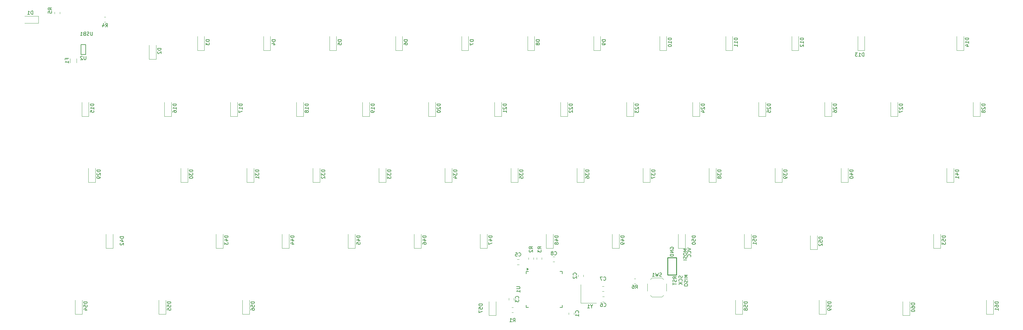
<source format=gbr>
G04 #@! TF.GenerationSoftware,KiCad,Pcbnew,8.0.7*
G04 #@! TF.CreationDate,2024-12-21T11:45:03-05:00*
G04 #@! TF.ProjectId,PCB-Sch,5043422d-5363-4682-9e6b-696361645f70,rev?*
G04 #@! TF.SameCoordinates,Original*
G04 #@! TF.FileFunction,Legend,Bot*
G04 #@! TF.FilePolarity,Positive*
%FSLAX46Y46*%
G04 Gerber Fmt 4.6, Leading zero omitted, Abs format (unit mm)*
G04 Created by KiCad (PCBNEW 8.0.7) date 2024-12-21 11:45:03*
%MOMM*%
%LPD*%
G01*
G04 APERTURE LIST*
%ADD10C,0.150000*%
%ADD11C,0.120000*%
%ADD12C,0.250000*%
G04 APERTURE END LIST*
D10*
X214954819Y-136833333D02*
X214478628Y-136500000D01*
X214954819Y-136261905D02*
X213954819Y-136261905D01*
X213954819Y-136261905D02*
X213954819Y-136642857D01*
X213954819Y-136642857D02*
X214002438Y-136738095D01*
X214002438Y-136738095D02*
X214050057Y-136785714D01*
X214050057Y-136785714D02*
X214145295Y-136833333D01*
X214145295Y-136833333D02*
X214288152Y-136833333D01*
X214288152Y-136833333D02*
X214383390Y-136785714D01*
X214383390Y-136785714D02*
X214431009Y-136738095D01*
X214431009Y-136738095D02*
X214478628Y-136642857D01*
X214478628Y-136642857D02*
X214478628Y-136261905D01*
X213954819Y-137166667D02*
X213954819Y-137785714D01*
X213954819Y-137785714D02*
X214335771Y-137452381D01*
X214335771Y-137452381D02*
X214335771Y-137595238D01*
X214335771Y-137595238D02*
X214383390Y-137690476D01*
X214383390Y-137690476D02*
X214431009Y-137738095D01*
X214431009Y-137738095D02*
X214526247Y-137785714D01*
X214526247Y-137785714D02*
X214764342Y-137785714D01*
X214764342Y-137785714D02*
X214859580Y-137738095D01*
X214859580Y-137738095D02*
X214907200Y-137690476D01*
X214907200Y-137690476D02*
X214954819Y-137595238D01*
X214954819Y-137595238D02*
X214954819Y-137309524D01*
X214954819Y-137309524D02*
X214907200Y-137214286D01*
X214907200Y-137214286D02*
X214859580Y-137166667D01*
X308046285Y-81226819D02*
X308046285Y-80226819D01*
X308046285Y-80226819D02*
X307808190Y-80226819D01*
X307808190Y-80226819D02*
X307665333Y-80274438D01*
X307665333Y-80274438D02*
X307570095Y-80369676D01*
X307570095Y-80369676D02*
X307522476Y-80464914D01*
X307522476Y-80464914D02*
X307474857Y-80655390D01*
X307474857Y-80655390D02*
X307474857Y-80798247D01*
X307474857Y-80798247D02*
X307522476Y-80988723D01*
X307522476Y-80988723D02*
X307570095Y-81083961D01*
X307570095Y-81083961D02*
X307665333Y-81179200D01*
X307665333Y-81179200D02*
X307808190Y-81226819D01*
X307808190Y-81226819D02*
X308046285Y-81226819D01*
X306522476Y-81226819D02*
X307093904Y-81226819D01*
X306808190Y-81226819D02*
X306808190Y-80226819D01*
X306808190Y-80226819D02*
X306903428Y-80369676D01*
X306903428Y-80369676D02*
X306998666Y-80464914D01*
X306998666Y-80464914D02*
X307093904Y-80512533D01*
X306189142Y-80226819D02*
X305570095Y-80226819D01*
X305570095Y-80226819D02*
X305903428Y-80607771D01*
X305903428Y-80607771D02*
X305760571Y-80607771D01*
X305760571Y-80607771D02*
X305665333Y-80655390D01*
X305665333Y-80655390D02*
X305617714Y-80703009D01*
X305617714Y-80703009D02*
X305570095Y-80798247D01*
X305570095Y-80798247D02*
X305570095Y-81036342D01*
X305570095Y-81036342D02*
X305617714Y-81131580D01*
X305617714Y-81131580D02*
X305665333Y-81179200D01*
X305665333Y-81179200D02*
X305760571Y-81226819D01*
X305760571Y-81226819D02*
X306046285Y-81226819D01*
X306046285Y-81226819D02*
X306141523Y-81179200D01*
X306141523Y-81179200D02*
X306189142Y-81131580D01*
X233004166Y-153439580D02*
X233051785Y-153487200D01*
X233051785Y-153487200D02*
X233194642Y-153534819D01*
X233194642Y-153534819D02*
X233289880Y-153534819D01*
X233289880Y-153534819D02*
X233432737Y-153487200D01*
X233432737Y-153487200D02*
X233527975Y-153391961D01*
X233527975Y-153391961D02*
X233575594Y-153296723D01*
X233575594Y-153296723D02*
X233623213Y-153106247D01*
X233623213Y-153106247D02*
X233623213Y-152963390D01*
X233623213Y-152963390D02*
X233575594Y-152772914D01*
X233575594Y-152772914D02*
X233527975Y-152677676D01*
X233527975Y-152677676D02*
X233432737Y-152582438D01*
X233432737Y-152582438D02*
X233289880Y-152534819D01*
X233289880Y-152534819D02*
X233194642Y-152534819D01*
X233194642Y-152534819D02*
X233051785Y-152582438D01*
X233051785Y-152582438D02*
X233004166Y-152630057D01*
X232147023Y-152534819D02*
X232337499Y-152534819D01*
X232337499Y-152534819D02*
X232432737Y-152582438D01*
X232432737Y-152582438D02*
X232480356Y-152630057D01*
X232480356Y-152630057D02*
X232575594Y-152772914D01*
X232575594Y-152772914D02*
X232623213Y-152963390D01*
X232623213Y-152963390D02*
X232623213Y-153344342D01*
X232623213Y-153344342D02*
X232575594Y-153439580D01*
X232575594Y-153439580D02*
X232527975Y-153487200D01*
X232527975Y-153487200D02*
X232432737Y-153534819D01*
X232432737Y-153534819D02*
X232242261Y-153534819D01*
X232242261Y-153534819D02*
X232147023Y-153487200D01*
X232147023Y-153487200D02*
X232099404Y-153439580D01*
X232099404Y-153439580D02*
X232051785Y-153344342D01*
X232051785Y-153344342D02*
X232051785Y-153106247D01*
X232051785Y-153106247D02*
X232099404Y-153011009D01*
X232099404Y-153011009D02*
X232147023Y-152963390D01*
X232147023Y-152963390D02*
X232242261Y-152915771D01*
X232242261Y-152915771D02*
X232432737Y-152915771D01*
X232432737Y-152915771D02*
X232527975Y-152963390D01*
X232527975Y-152963390D02*
X232575594Y-153011009D01*
X232575594Y-153011009D02*
X232623213Y-153106247D01*
X228732319Y-114038214D02*
X227732319Y-114038214D01*
X227732319Y-114038214D02*
X227732319Y-114276309D01*
X227732319Y-114276309D02*
X227779938Y-114419166D01*
X227779938Y-114419166D02*
X227875176Y-114514404D01*
X227875176Y-114514404D02*
X227970414Y-114562023D01*
X227970414Y-114562023D02*
X228160890Y-114609642D01*
X228160890Y-114609642D02*
X228303747Y-114609642D01*
X228303747Y-114609642D02*
X228494223Y-114562023D01*
X228494223Y-114562023D02*
X228589461Y-114514404D01*
X228589461Y-114514404D02*
X228684700Y-114419166D01*
X228684700Y-114419166D02*
X228732319Y-114276309D01*
X228732319Y-114276309D02*
X228732319Y-114038214D01*
X227732319Y-114942976D02*
X227732319Y-115562023D01*
X227732319Y-115562023D02*
X228113271Y-115228690D01*
X228113271Y-115228690D02*
X228113271Y-115371547D01*
X228113271Y-115371547D02*
X228160890Y-115466785D01*
X228160890Y-115466785D02*
X228208509Y-115514404D01*
X228208509Y-115514404D02*
X228303747Y-115562023D01*
X228303747Y-115562023D02*
X228541842Y-115562023D01*
X228541842Y-115562023D02*
X228637080Y-115514404D01*
X228637080Y-115514404D02*
X228684700Y-115466785D01*
X228684700Y-115466785D02*
X228732319Y-115371547D01*
X228732319Y-115371547D02*
X228732319Y-115085833D01*
X228732319Y-115085833D02*
X228684700Y-114990595D01*
X228684700Y-114990595D02*
X228637080Y-114942976D01*
X227732319Y-116419166D02*
X227732319Y-116228690D01*
X227732319Y-116228690D02*
X227779938Y-116133452D01*
X227779938Y-116133452D02*
X227827557Y-116085833D01*
X227827557Y-116085833D02*
X227970414Y-115990595D01*
X227970414Y-115990595D02*
X228160890Y-115942976D01*
X228160890Y-115942976D02*
X228541842Y-115942976D01*
X228541842Y-115942976D02*
X228637080Y-115990595D01*
X228637080Y-115990595D02*
X228684700Y-116038214D01*
X228684700Y-116038214D02*
X228732319Y-116133452D01*
X228732319Y-116133452D02*
X228732319Y-116323928D01*
X228732319Y-116323928D02*
X228684700Y-116419166D01*
X228684700Y-116419166D02*
X228637080Y-116466785D01*
X228637080Y-116466785D02*
X228541842Y-116514404D01*
X228541842Y-116514404D02*
X228303747Y-116514404D01*
X228303747Y-116514404D02*
X228208509Y-116466785D01*
X228208509Y-116466785D02*
X228160890Y-116419166D01*
X228160890Y-116419166D02*
X228113271Y-116323928D01*
X228113271Y-116323928D02*
X228113271Y-116133452D01*
X228113271Y-116133452D02*
X228160890Y-116038214D01*
X228160890Y-116038214D02*
X228208509Y-115990595D01*
X228208509Y-115990595D02*
X228303747Y-115942976D01*
X225689580Y-155370833D02*
X225737200Y-155323214D01*
X225737200Y-155323214D02*
X225784819Y-155180357D01*
X225784819Y-155180357D02*
X225784819Y-155085119D01*
X225784819Y-155085119D02*
X225737200Y-154942262D01*
X225737200Y-154942262D02*
X225641961Y-154847024D01*
X225641961Y-154847024D02*
X225546723Y-154799405D01*
X225546723Y-154799405D02*
X225356247Y-154751786D01*
X225356247Y-154751786D02*
X225213390Y-154751786D01*
X225213390Y-154751786D02*
X225022914Y-154799405D01*
X225022914Y-154799405D02*
X224927676Y-154847024D01*
X224927676Y-154847024D02*
X224832438Y-154942262D01*
X224832438Y-154942262D02*
X224784819Y-155085119D01*
X224784819Y-155085119D02*
X224784819Y-155180357D01*
X224784819Y-155180357D02*
X224832438Y-155323214D01*
X224832438Y-155323214D02*
X224880057Y-155370833D01*
X225784819Y-156323214D02*
X225784819Y-155751786D01*
X225784819Y-156037500D02*
X224784819Y-156037500D01*
X224784819Y-156037500D02*
X224927676Y-155942262D01*
X224927676Y-155942262D02*
X225022914Y-155847024D01*
X225022914Y-155847024D02*
X225070533Y-155751786D01*
X242112916Y-148313569D02*
X242446249Y-147837378D01*
X242684344Y-148313569D02*
X242684344Y-147313569D01*
X242684344Y-147313569D02*
X242303392Y-147313569D01*
X242303392Y-147313569D02*
X242208154Y-147361188D01*
X242208154Y-147361188D02*
X242160535Y-147408807D01*
X242160535Y-147408807D02*
X242112916Y-147504045D01*
X242112916Y-147504045D02*
X242112916Y-147646902D01*
X242112916Y-147646902D02*
X242160535Y-147742140D01*
X242160535Y-147742140D02*
X242208154Y-147789759D01*
X242208154Y-147789759D02*
X242303392Y-147837378D01*
X242303392Y-147837378D02*
X242684344Y-147837378D01*
X241255773Y-147313569D02*
X241446249Y-147313569D01*
X241446249Y-147313569D02*
X241541487Y-147361188D01*
X241541487Y-147361188D02*
X241589106Y-147408807D01*
X241589106Y-147408807D02*
X241684344Y-147551664D01*
X241684344Y-147551664D02*
X241731963Y-147742140D01*
X241731963Y-147742140D02*
X241731963Y-148123092D01*
X241731963Y-148123092D02*
X241684344Y-148218330D01*
X241684344Y-148218330D02*
X241636725Y-148265950D01*
X241636725Y-148265950D02*
X241541487Y-148313569D01*
X241541487Y-148313569D02*
X241351011Y-148313569D01*
X241351011Y-148313569D02*
X241255773Y-148265950D01*
X241255773Y-148265950D02*
X241208154Y-148218330D01*
X241208154Y-148218330D02*
X241160535Y-148123092D01*
X241160535Y-148123092D02*
X241160535Y-147884997D01*
X241160535Y-147884997D02*
X241208154Y-147789759D01*
X241208154Y-147789759D02*
X241255773Y-147742140D01*
X241255773Y-147742140D02*
X241351011Y-147694521D01*
X241351011Y-147694521D02*
X241541487Y-147694521D01*
X241541487Y-147694521D02*
X241636725Y-147742140D01*
X241636725Y-147742140D02*
X241684344Y-147789759D01*
X241684344Y-147789759D02*
X241731963Y-147884997D01*
X322712319Y-152518214D02*
X321712319Y-152518214D01*
X321712319Y-152518214D02*
X321712319Y-152756309D01*
X321712319Y-152756309D02*
X321759938Y-152899166D01*
X321759938Y-152899166D02*
X321855176Y-152994404D01*
X321855176Y-152994404D02*
X321950414Y-153042023D01*
X321950414Y-153042023D02*
X322140890Y-153089642D01*
X322140890Y-153089642D02*
X322283747Y-153089642D01*
X322283747Y-153089642D02*
X322474223Y-153042023D01*
X322474223Y-153042023D02*
X322569461Y-152994404D01*
X322569461Y-152994404D02*
X322664700Y-152899166D01*
X322664700Y-152899166D02*
X322712319Y-152756309D01*
X322712319Y-152756309D02*
X322712319Y-152518214D01*
X321712319Y-153946785D02*
X321712319Y-153756309D01*
X321712319Y-153756309D02*
X321759938Y-153661071D01*
X321759938Y-153661071D02*
X321807557Y-153613452D01*
X321807557Y-153613452D02*
X321950414Y-153518214D01*
X321950414Y-153518214D02*
X322140890Y-153470595D01*
X322140890Y-153470595D02*
X322521842Y-153470595D01*
X322521842Y-153470595D02*
X322617080Y-153518214D01*
X322617080Y-153518214D02*
X322664700Y-153565833D01*
X322664700Y-153565833D02*
X322712319Y-153661071D01*
X322712319Y-153661071D02*
X322712319Y-153851547D01*
X322712319Y-153851547D02*
X322664700Y-153946785D01*
X322664700Y-153946785D02*
X322617080Y-153994404D01*
X322617080Y-153994404D02*
X322521842Y-154042023D01*
X322521842Y-154042023D02*
X322283747Y-154042023D01*
X322283747Y-154042023D02*
X322188509Y-153994404D01*
X322188509Y-153994404D02*
X322140890Y-153946785D01*
X322140890Y-153946785D02*
X322093271Y-153851547D01*
X322093271Y-153851547D02*
X322093271Y-153661071D01*
X322093271Y-153661071D02*
X322140890Y-153565833D01*
X322140890Y-153565833D02*
X322188509Y-153518214D01*
X322188509Y-153518214D02*
X322283747Y-153470595D01*
X321712319Y-154661071D02*
X321712319Y-154756309D01*
X321712319Y-154756309D02*
X321759938Y-154851547D01*
X321759938Y-154851547D02*
X321807557Y-154899166D01*
X321807557Y-154899166D02*
X321902795Y-154946785D01*
X321902795Y-154946785D02*
X322093271Y-154994404D01*
X322093271Y-154994404D02*
X322331366Y-154994404D01*
X322331366Y-154994404D02*
X322521842Y-154946785D01*
X322521842Y-154946785D02*
X322617080Y-154899166D01*
X322617080Y-154899166D02*
X322664700Y-154851547D01*
X322664700Y-154851547D02*
X322712319Y-154756309D01*
X322712319Y-154756309D02*
X322712319Y-154661071D01*
X322712319Y-154661071D02*
X322664700Y-154565833D01*
X322664700Y-154565833D02*
X322617080Y-154518214D01*
X322617080Y-154518214D02*
X322521842Y-154470595D01*
X322521842Y-154470595D02*
X322331366Y-154422976D01*
X322331366Y-154422976D02*
X322093271Y-154422976D01*
X322093271Y-154422976D02*
X321902795Y-154470595D01*
X321902795Y-154470595D02*
X321807557Y-154518214D01*
X321807557Y-154518214D02*
X321759938Y-154565833D01*
X321759938Y-154565833D02*
X321712319Y-154661071D01*
X83586904Y-81204819D02*
X83586904Y-82014342D01*
X83586904Y-82014342D02*
X83539285Y-82109580D01*
X83539285Y-82109580D02*
X83491666Y-82157200D01*
X83491666Y-82157200D02*
X83396428Y-82204819D01*
X83396428Y-82204819D02*
X83205952Y-82204819D01*
X83205952Y-82204819D02*
X83110714Y-82157200D01*
X83110714Y-82157200D02*
X83063095Y-82109580D01*
X83063095Y-82109580D02*
X83015476Y-82014342D01*
X83015476Y-82014342D02*
X83015476Y-81204819D01*
X82586904Y-81300057D02*
X82539285Y-81252438D01*
X82539285Y-81252438D02*
X82444047Y-81204819D01*
X82444047Y-81204819D02*
X82205952Y-81204819D01*
X82205952Y-81204819D02*
X82110714Y-81252438D01*
X82110714Y-81252438D02*
X82063095Y-81300057D01*
X82063095Y-81300057D02*
X82015476Y-81395295D01*
X82015476Y-81395295D02*
X82015476Y-81490533D01*
X82015476Y-81490533D02*
X82063095Y-81633390D01*
X82063095Y-81633390D02*
X82634523Y-82204819D01*
X82634523Y-82204819D02*
X82015476Y-82204819D01*
X143642319Y-133088214D02*
X142642319Y-133088214D01*
X142642319Y-133088214D02*
X142642319Y-133326309D01*
X142642319Y-133326309D02*
X142689938Y-133469166D01*
X142689938Y-133469166D02*
X142785176Y-133564404D01*
X142785176Y-133564404D02*
X142880414Y-133612023D01*
X142880414Y-133612023D02*
X143070890Y-133659642D01*
X143070890Y-133659642D02*
X143213747Y-133659642D01*
X143213747Y-133659642D02*
X143404223Y-133612023D01*
X143404223Y-133612023D02*
X143499461Y-133564404D01*
X143499461Y-133564404D02*
X143594700Y-133469166D01*
X143594700Y-133469166D02*
X143642319Y-133326309D01*
X143642319Y-133326309D02*
X143642319Y-133088214D01*
X142975652Y-134516785D02*
X143642319Y-134516785D01*
X142594700Y-134278690D02*
X143308985Y-134040595D01*
X143308985Y-134040595D02*
X143308985Y-134659642D01*
X142975652Y-135469166D02*
X143642319Y-135469166D01*
X142594700Y-135231071D02*
X143308985Y-134992976D01*
X143308985Y-134992976D02*
X143308985Y-135612023D01*
X208431666Y-138859580D02*
X208479285Y-138907200D01*
X208479285Y-138907200D02*
X208622142Y-138954819D01*
X208622142Y-138954819D02*
X208717380Y-138954819D01*
X208717380Y-138954819D02*
X208860237Y-138907200D01*
X208860237Y-138907200D02*
X208955475Y-138811961D01*
X208955475Y-138811961D02*
X209003094Y-138716723D01*
X209003094Y-138716723D02*
X209050713Y-138526247D01*
X209050713Y-138526247D02*
X209050713Y-138383390D01*
X209050713Y-138383390D02*
X209003094Y-138192914D01*
X209003094Y-138192914D02*
X208955475Y-138097676D01*
X208955475Y-138097676D02*
X208860237Y-138002438D01*
X208860237Y-138002438D02*
X208717380Y-137954819D01*
X208717380Y-137954819D02*
X208622142Y-137954819D01*
X208622142Y-137954819D02*
X208479285Y-138002438D01*
X208479285Y-138002438D02*
X208431666Y-138050057D01*
X207526904Y-137954819D02*
X208003094Y-137954819D01*
X208003094Y-137954819D02*
X208050713Y-138431009D01*
X208050713Y-138431009D02*
X208003094Y-138383390D01*
X208003094Y-138383390D02*
X207907856Y-138335771D01*
X207907856Y-138335771D02*
X207669761Y-138335771D01*
X207669761Y-138335771D02*
X207574523Y-138383390D01*
X207574523Y-138383390D02*
X207526904Y-138431009D01*
X207526904Y-138431009D02*
X207479285Y-138526247D01*
X207479285Y-138526247D02*
X207479285Y-138764342D01*
X207479285Y-138764342D02*
X207526904Y-138859580D01*
X207526904Y-138859580D02*
X207574523Y-138907200D01*
X207574523Y-138907200D02*
X207669761Y-138954819D01*
X207669761Y-138954819D02*
X207907856Y-138954819D01*
X207907856Y-138954819D02*
X208003094Y-138907200D01*
X208003094Y-138907200D02*
X208050713Y-138859580D01*
X346842319Y-152138214D02*
X345842319Y-152138214D01*
X345842319Y-152138214D02*
X345842319Y-152376309D01*
X345842319Y-152376309D02*
X345889938Y-152519166D01*
X345889938Y-152519166D02*
X345985176Y-152614404D01*
X345985176Y-152614404D02*
X346080414Y-152662023D01*
X346080414Y-152662023D02*
X346270890Y-152709642D01*
X346270890Y-152709642D02*
X346413747Y-152709642D01*
X346413747Y-152709642D02*
X346604223Y-152662023D01*
X346604223Y-152662023D02*
X346699461Y-152614404D01*
X346699461Y-152614404D02*
X346794700Y-152519166D01*
X346794700Y-152519166D02*
X346842319Y-152376309D01*
X346842319Y-152376309D02*
X346842319Y-152138214D01*
X345842319Y-153566785D02*
X345842319Y-153376309D01*
X345842319Y-153376309D02*
X345889938Y-153281071D01*
X345889938Y-153281071D02*
X345937557Y-153233452D01*
X345937557Y-153233452D02*
X346080414Y-153138214D01*
X346080414Y-153138214D02*
X346270890Y-153090595D01*
X346270890Y-153090595D02*
X346651842Y-153090595D01*
X346651842Y-153090595D02*
X346747080Y-153138214D01*
X346747080Y-153138214D02*
X346794700Y-153185833D01*
X346794700Y-153185833D02*
X346842319Y-153281071D01*
X346842319Y-153281071D02*
X346842319Y-153471547D01*
X346842319Y-153471547D02*
X346794700Y-153566785D01*
X346794700Y-153566785D02*
X346747080Y-153614404D01*
X346747080Y-153614404D02*
X346651842Y-153662023D01*
X346651842Y-153662023D02*
X346413747Y-153662023D01*
X346413747Y-153662023D02*
X346318509Y-153614404D01*
X346318509Y-153614404D02*
X346270890Y-153566785D01*
X346270890Y-153566785D02*
X346223271Y-153471547D01*
X346223271Y-153471547D02*
X346223271Y-153281071D01*
X346223271Y-153281071D02*
X346270890Y-153185833D01*
X346270890Y-153185833D02*
X346318509Y-153138214D01*
X346318509Y-153138214D02*
X346413747Y-153090595D01*
X346842319Y-154614404D02*
X346842319Y-154042976D01*
X346842319Y-154328690D02*
X345842319Y-154328690D01*
X345842319Y-154328690D02*
X345985176Y-154233452D01*
X345985176Y-154233452D02*
X346080414Y-154138214D01*
X346080414Y-154138214D02*
X346128033Y-154042976D01*
X209682319Y-114038214D02*
X208682319Y-114038214D01*
X208682319Y-114038214D02*
X208682319Y-114276309D01*
X208682319Y-114276309D02*
X208729938Y-114419166D01*
X208729938Y-114419166D02*
X208825176Y-114514404D01*
X208825176Y-114514404D02*
X208920414Y-114562023D01*
X208920414Y-114562023D02*
X209110890Y-114609642D01*
X209110890Y-114609642D02*
X209253747Y-114609642D01*
X209253747Y-114609642D02*
X209444223Y-114562023D01*
X209444223Y-114562023D02*
X209539461Y-114514404D01*
X209539461Y-114514404D02*
X209634700Y-114419166D01*
X209634700Y-114419166D02*
X209682319Y-114276309D01*
X209682319Y-114276309D02*
X209682319Y-114038214D01*
X208682319Y-114942976D02*
X208682319Y-115562023D01*
X208682319Y-115562023D02*
X209063271Y-115228690D01*
X209063271Y-115228690D02*
X209063271Y-115371547D01*
X209063271Y-115371547D02*
X209110890Y-115466785D01*
X209110890Y-115466785D02*
X209158509Y-115514404D01*
X209158509Y-115514404D02*
X209253747Y-115562023D01*
X209253747Y-115562023D02*
X209491842Y-115562023D01*
X209491842Y-115562023D02*
X209587080Y-115514404D01*
X209587080Y-115514404D02*
X209634700Y-115466785D01*
X209634700Y-115466785D02*
X209682319Y-115371547D01*
X209682319Y-115371547D02*
X209682319Y-115085833D01*
X209682319Y-115085833D02*
X209634700Y-114990595D01*
X209634700Y-114990595D02*
X209587080Y-114942976D01*
X208682319Y-116466785D02*
X208682319Y-115990595D01*
X208682319Y-115990595D02*
X209158509Y-115942976D01*
X209158509Y-115942976D02*
X209110890Y-115990595D01*
X209110890Y-115990595D02*
X209063271Y-116085833D01*
X209063271Y-116085833D02*
X209063271Y-116323928D01*
X209063271Y-116323928D02*
X209110890Y-116419166D01*
X209110890Y-116419166D02*
X209158509Y-116466785D01*
X209158509Y-116466785D02*
X209253747Y-116514404D01*
X209253747Y-116514404D02*
X209491842Y-116514404D01*
X209491842Y-116514404D02*
X209587080Y-116466785D01*
X209587080Y-116466785D02*
X209634700Y-116419166D01*
X209634700Y-116419166D02*
X209682319Y-116323928D01*
X209682319Y-116323928D02*
X209682319Y-116085833D01*
X209682319Y-116085833D02*
X209634700Y-115990595D01*
X209634700Y-115990595D02*
X209587080Y-115942976D01*
X262069819Y-94988214D02*
X261069819Y-94988214D01*
X261069819Y-94988214D02*
X261069819Y-95226309D01*
X261069819Y-95226309D02*
X261117438Y-95369166D01*
X261117438Y-95369166D02*
X261212676Y-95464404D01*
X261212676Y-95464404D02*
X261307914Y-95512023D01*
X261307914Y-95512023D02*
X261498390Y-95559642D01*
X261498390Y-95559642D02*
X261641247Y-95559642D01*
X261641247Y-95559642D02*
X261831723Y-95512023D01*
X261831723Y-95512023D02*
X261926961Y-95464404D01*
X261926961Y-95464404D02*
X262022200Y-95369166D01*
X262022200Y-95369166D02*
X262069819Y-95226309D01*
X262069819Y-95226309D02*
X262069819Y-94988214D01*
X261165057Y-95940595D02*
X261117438Y-95988214D01*
X261117438Y-95988214D02*
X261069819Y-96083452D01*
X261069819Y-96083452D02*
X261069819Y-96321547D01*
X261069819Y-96321547D02*
X261117438Y-96416785D01*
X261117438Y-96416785D02*
X261165057Y-96464404D01*
X261165057Y-96464404D02*
X261260295Y-96512023D01*
X261260295Y-96512023D02*
X261355533Y-96512023D01*
X261355533Y-96512023D02*
X261498390Y-96464404D01*
X261498390Y-96464404D02*
X262069819Y-95892976D01*
X262069819Y-95892976D02*
X262069819Y-96512023D01*
X261403152Y-97369166D02*
X262069819Y-97369166D01*
X261022200Y-97131071D02*
X261736485Y-96892976D01*
X261736485Y-96892976D02*
X261736485Y-97512023D01*
X331602319Y-133088214D02*
X330602319Y-133088214D01*
X330602319Y-133088214D02*
X330602319Y-133326309D01*
X330602319Y-133326309D02*
X330649938Y-133469166D01*
X330649938Y-133469166D02*
X330745176Y-133564404D01*
X330745176Y-133564404D02*
X330840414Y-133612023D01*
X330840414Y-133612023D02*
X331030890Y-133659642D01*
X331030890Y-133659642D02*
X331173747Y-133659642D01*
X331173747Y-133659642D02*
X331364223Y-133612023D01*
X331364223Y-133612023D02*
X331459461Y-133564404D01*
X331459461Y-133564404D02*
X331554700Y-133469166D01*
X331554700Y-133469166D02*
X331602319Y-133326309D01*
X331602319Y-133326309D02*
X331602319Y-133088214D01*
X330602319Y-134564404D02*
X330602319Y-134088214D01*
X330602319Y-134088214D02*
X331078509Y-134040595D01*
X331078509Y-134040595D02*
X331030890Y-134088214D01*
X331030890Y-134088214D02*
X330983271Y-134183452D01*
X330983271Y-134183452D02*
X330983271Y-134421547D01*
X330983271Y-134421547D02*
X331030890Y-134516785D01*
X331030890Y-134516785D02*
X331078509Y-134564404D01*
X331078509Y-134564404D02*
X331173747Y-134612023D01*
X331173747Y-134612023D02*
X331411842Y-134612023D01*
X331411842Y-134612023D02*
X331507080Y-134564404D01*
X331507080Y-134564404D02*
X331554700Y-134516785D01*
X331554700Y-134516785D02*
X331602319Y-134421547D01*
X331602319Y-134421547D02*
X331602319Y-134183452D01*
X331602319Y-134183452D02*
X331554700Y-134088214D01*
X331554700Y-134088214D02*
X331507080Y-134040595D01*
X330602319Y-134945357D02*
X330602319Y-135564404D01*
X330602319Y-135564404D02*
X330983271Y-135231071D01*
X330983271Y-135231071D02*
X330983271Y-135373928D01*
X330983271Y-135373928D02*
X331030890Y-135469166D01*
X331030890Y-135469166D02*
X331078509Y-135516785D01*
X331078509Y-135516785D02*
X331173747Y-135564404D01*
X331173747Y-135564404D02*
X331411842Y-135564404D01*
X331411842Y-135564404D02*
X331507080Y-135516785D01*
X331507080Y-135516785D02*
X331554700Y-135469166D01*
X331554700Y-135469166D02*
X331602319Y-135373928D01*
X331602319Y-135373928D02*
X331602319Y-135088214D01*
X331602319Y-135088214D02*
X331554700Y-134992976D01*
X331554700Y-134992976D02*
X331507080Y-134945357D01*
X238892319Y-133088214D02*
X237892319Y-133088214D01*
X237892319Y-133088214D02*
X237892319Y-133326309D01*
X237892319Y-133326309D02*
X237939938Y-133469166D01*
X237939938Y-133469166D02*
X238035176Y-133564404D01*
X238035176Y-133564404D02*
X238130414Y-133612023D01*
X238130414Y-133612023D02*
X238320890Y-133659642D01*
X238320890Y-133659642D02*
X238463747Y-133659642D01*
X238463747Y-133659642D02*
X238654223Y-133612023D01*
X238654223Y-133612023D02*
X238749461Y-133564404D01*
X238749461Y-133564404D02*
X238844700Y-133469166D01*
X238844700Y-133469166D02*
X238892319Y-133326309D01*
X238892319Y-133326309D02*
X238892319Y-133088214D01*
X238225652Y-134516785D02*
X238892319Y-134516785D01*
X237844700Y-134278690D02*
X238558985Y-134040595D01*
X238558985Y-134040595D02*
X238558985Y-134659642D01*
X238892319Y-135088214D02*
X238892319Y-135278690D01*
X238892319Y-135278690D02*
X238844700Y-135373928D01*
X238844700Y-135373928D02*
X238797080Y-135421547D01*
X238797080Y-135421547D02*
X238654223Y-135516785D01*
X238654223Y-135516785D02*
X238463747Y-135564404D01*
X238463747Y-135564404D02*
X238082795Y-135564404D01*
X238082795Y-135564404D02*
X237987557Y-135516785D01*
X237987557Y-135516785D02*
X237939938Y-135469166D01*
X237939938Y-135469166D02*
X237892319Y-135373928D01*
X237892319Y-135373928D02*
X237892319Y-135183452D01*
X237892319Y-135183452D02*
X237939938Y-135088214D01*
X237939938Y-135088214D02*
X237987557Y-135040595D01*
X237987557Y-135040595D02*
X238082795Y-134992976D01*
X238082795Y-134992976D02*
X238320890Y-134992976D01*
X238320890Y-134992976D02*
X238416128Y-135040595D01*
X238416128Y-135040595D02*
X238463747Y-135088214D01*
X238463747Y-135088214D02*
X238511366Y-135183452D01*
X238511366Y-135183452D02*
X238511366Y-135373928D01*
X238511366Y-135373928D02*
X238463747Y-135469166D01*
X238463747Y-135469166D02*
X238416128Y-135516785D01*
X238416128Y-135516785D02*
X238320890Y-135564404D01*
X181742319Y-133088214D02*
X180742319Y-133088214D01*
X180742319Y-133088214D02*
X180742319Y-133326309D01*
X180742319Y-133326309D02*
X180789938Y-133469166D01*
X180789938Y-133469166D02*
X180885176Y-133564404D01*
X180885176Y-133564404D02*
X180980414Y-133612023D01*
X180980414Y-133612023D02*
X181170890Y-133659642D01*
X181170890Y-133659642D02*
X181313747Y-133659642D01*
X181313747Y-133659642D02*
X181504223Y-133612023D01*
X181504223Y-133612023D02*
X181599461Y-133564404D01*
X181599461Y-133564404D02*
X181694700Y-133469166D01*
X181694700Y-133469166D02*
X181742319Y-133326309D01*
X181742319Y-133326309D02*
X181742319Y-133088214D01*
X181075652Y-134516785D02*
X181742319Y-134516785D01*
X180694700Y-134278690D02*
X181408985Y-134040595D01*
X181408985Y-134040595D02*
X181408985Y-134659642D01*
X180742319Y-135469166D02*
X180742319Y-135278690D01*
X180742319Y-135278690D02*
X180789938Y-135183452D01*
X180789938Y-135183452D02*
X180837557Y-135135833D01*
X180837557Y-135135833D02*
X180980414Y-135040595D01*
X180980414Y-135040595D02*
X181170890Y-134992976D01*
X181170890Y-134992976D02*
X181551842Y-134992976D01*
X181551842Y-134992976D02*
X181647080Y-135040595D01*
X181647080Y-135040595D02*
X181694700Y-135088214D01*
X181694700Y-135088214D02*
X181742319Y-135183452D01*
X181742319Y-135183452D02*
X181742319Y-135373928D01*
X181742319Y-135373928D02*
X181694700Y-135469166D01*
X181694700Y-135469166D02*
X181647080Y-135516785D01*
X181647080Y-135516785D02*
X181551842Y-135564404D01*
X181551842Y-135564404D02*
X181313747Y-135564404D01*
X181313747Y-135564404D02*
X181218509Y-135516785D01*
X181218509Y-135516785D02*
X181170890Y-135469166D01*
X181170890Y-135469166D02*
X181123271Y-135373928D01*
X181123271Y-135373928D02*
X181123271Y-135183452D01*
X181123271Y-135183452D02*
X181170890Y-135088214D01*
X181170890Y-135088214D02*
X181218509Y-135040595D01*
X181218509Y-135040595D02*
X181313747Y-134992976D01*
X218750416Y-138538330D02*
X218798035Y-138585950D01*
X218798035Y-138585950D02*
X218940892Y-138633569D01*
X218940892Y-138633569D02*
X219036130Y-138633569D01*
X219036130Y-138633569D02*
X219178987Y-138585950D01*
X219178987Y-138585950D02*
X219274225Y-138490711D01*
X219274225Y-138490711D02*
X219321844Y-138395473D01*
X219321844Y-138395473D02*
X219369463Y-138204997D01*
X219369463Y-138204997D02*
X219369463Y-138062140D01*
X219369463Y-138062140D02*
X219321844Y-137871664D01*
X219321844Y-137871664D02*
X219274225Y-137776426D01*
X219274225Y-137776426D02*
X219178987Y-137681188D01*
X219178987Y-137681188D02*
X219036130Y-137633569D01*
X219036130Y-137633569D02*
X218940892Y-137633569D01*
X218940892Y-137633569D02*
X218798035Y-137681188D01*
X218798035Y-137681188D02*
X218750416Y-137728807D01*
X218178987Y-138062140D02*
X218274225Y-138014521D01*
X218274225Y-138014521D02*
X218321844Y-137966902D01*
X218321844Y-137966902D02*
X218369463Y-137871664D01*
X218369463Y-137871664D02*
X218369463Y-137824045D01*
X218369463Y-137824045D02*
X218321844Y-137728807D01*
X218321844Y-137728807D02*
X218274225Y-137681188D01*
X218274225Y-137681188D02*
X218178987Y-137633569D01*
X218178987Y-137633569D02*
X217988511Y-137633569D01*
X217988511Y-137633569D02*
X217893273Y-137681188D01*
X217893273Y-137681188D02*
X217845654Y-137728807D01*
X217845654Y-137728807D02*
X217798035Y-137824045D01*
X217798035Y-137824045D02*
X217798035Y-137871664D01*
X217798035Y-137871664D02*
X217845654Y-137966902D01*
X217845654Y-137966902D02*
X217893273Y-138014521D01*
X217893273Y-138014521D02*
X217988511Y-138062140D01*
X217988511Y-138062140D02*
X218178987Y-138062140D01*
X218178987Y-138062140D02*
X218274225Y-138109759D01*
X218274225Y-138109759D02*
X218321844Y-138157378D01*
X218321844Y-138157378D02*
X218369463Y-138252616D01*
X218369463Y-138252616D02*
X218369463Y-138443092D01*
X218369463Y-138443092D02*
X218321844Y-138538330D01*
X218321844Y-138538330D02*
X218274225Y-138585950D01*
X218274225Y-138585950D02*
X218178987Y-138633569D01*
X218178987Y-138633569D02*
X217988511Y-138633569D01*
X217988511Y-138633569D02*
X217893273Y-138585950D01*
X217893273Y-138585950D02*
X217845654Y-138538330D01*
X217845654Y-138538330D02*
X217798035Y-138443092D01*
X217798035Y-138443092D02*
X217798035Y-138252616D01*
X217798035Y-138252616D02*
X217845654Y-138157378D01*
X217845654Y-138157378D02*
X217893273Y-138109759D01*
X217893273Y-138109759D02*
X217988511Y-138062140D01*
X223969819Y-94988214D02*
X222969819Y-94988214D01*
X222969819Y-94988214D02*
X222969819Y-95226309D01*
X222969819Y-95226309D02*
X223017438Y-95369166D01*
X223017438Y-95369166D02*
X223112676Y-95464404D01*
X223112676Y-95464404D02*
X223207914Y-95512023D01*
X223207914Y-95512023D02*
X223398390Y-95559642D01*
X223398390Y-95559642D02*
X223541247Y-95559642D01*
X223541247Y-95559642D02*
X223731723Y-95512023D01*
X223731723Y-95512023D02*
X223826961Y-95464404D01*
X223826961Y-95464404D02*
X223922200Y-95369166D01*
X223922200Y-95369166D02*
X223969819Y-95226309D01*
X223969819Y-95226309D02*
X223969819Y-94988214D01*
X223065057Y-95940595D02*
X223017438Y-95988214D01*
X223017438Y-95988214D02*
X222969819Y-96083452D01*
X222969819Y-96083452D02*
X222969819Y-96321547D01*
X222969819Y-96321547D02*
X223017438Y-96416785D01*
X223017438Y-96416785D02*
X223065057Y-96464404D01*
X223065057Y-96464404D02*
X223160295Y-96512023D01*
X223160295Y-96512023D02*
X223255533Y-96512023D01*
X223255533Y-96512023D02*
X223398390Y-96464404D01*
X223398390Y-96464404D02*
X223969819Y-95892976D01*
X223969819Y-95892976D02*
X223969819Y-96512023D01*
X223065057Y-96892976D02*
X223017438Y-96940595D01*
X223017438Y-96940595D02*
X222969819Y-97035833D01*
X222969819Y-97035833D02*
X222969819Y-97273928D01*
X222969819Y-97273928D02*
X223017438Y-97369166D01*
X223017438Y-97369166D02*
X223065057Y-97416785D01*
X223065057Y-97416785D02*
X223160295Y-97464404D01*
X223160295Y-97464404D02*
X223255533Y-97464404D01*
X223255533Y-97464404D02*
X223398390Y-97416785D01*
X223398390Y-97416785D02*
X223969819Y-96845357D01*
X223969819Y-96845357D02*
X223969819Y-97464404D01*
X109669819Y-94988214D02*
X108669819Y-94988214D01*
X108669819Y-94988214D02*
X108669819Y-95226309D01*
X108669819Y-95226309D02*
X108717438Y-95369166D01*
X108717438Y-95369166D02*
X108812676Y-95464404D01*
X108812676Y-95464404D02*
X108907914Y-95512023D01*
X108907914Y-95512023D02*
X109098390Y-95559642D01*
X109098390Y-95559642D02*
X109241247Y-95559642D01*
X109241247Y-95559642D02*
X109431723Y-95512023D01*
X109431723Y-95512023D02*
X109526961Y-95464404D01*
X109526961Y-95464404D02*
X109622200Y-95369166D01*
X109622200Y-95369166D02*
X109669819Y-95226309D01*
X109669819Y-95226309D02*
X109669819Y-94988214D01*
X109669819Y-96512023D02*
X109669819Y-95940595D01*
X109669819Y-96226309D02*
X108669819Y-96226309D01*
X108669819Y-96226309D02*
X108812676Y-96131071D01*
X108812676Y-96131071D02*
X108907914Y-96035833D01*
X108907914Y-96035833D02*
X108955533Y-95940595D01*
X108669819Y-97369166D02*
X108669819Y-97178690D01*
X108669819Y-97178690D02*
X108717438Y-97083452D01*
X108717438Y-97083452D02*
X108765057Y-97035833D01*
X108765057Y-97035833D02*
X108907914Y-96940595D01*
X108907914Y-96940595D02*
X109098390Y-96892976D01*
X109098390Y-96892976D02*
X109479342Y-96892976D01*
X109479342Y-96892976D02*
X109574580Y-96940595D01*
X109574580Y-96940595D02*
X109622200Y-96988214D01*
X109622200Y-96988214D02*
X109669819Y-97083452D01*
X109669819Y-97083452D02*
X109669819Y-97273928D01*
X109669819Y-97273928D02*
X109622200Y-97369166D01*
X109622200Y-97369166D02*
X109574580Y-97416785D01*
X109574580Y-97416785D02*
X109479342Y-97464404D01*
X109479342Y-97464404D02*
X109241247Y-97464404D01*
X109241247Y-97464404D02*
X109146009Y-97416785D01*
X109146009Y-97416785D02*
X109098390Y-97369166D01*
X109098390Y-97369166D02*
X109050771Y-97273928D01*
X109050771Y-97273928D02*
X109050771Y-97083452D01*
X109050771Y-97083452D02*
X109098390Y-96988214D01*
X109098390Y-96988214D02*
X109146009Y-96940595D01*
X109146009Y-96940595D02*
X109241247Y-96892976D01*
X296042319Y-133468214D02*
X295042319Y-133468214D01*
X295042319Y-133468214D02*
X295042319Y-133706309D01*
X295042319Y-133706309D02*
X295089938Y-133849166D01*
X295089938Y-133849166D02*
X295185176Y-133944404D01*
X295185176Y-133944404D02*
X295280414Y-133992023D01*
X295280414Y-133992023D02*
X295470890Y-134039642D01*
X295470890Y-134039642D02*
X295613747Y-134039642D01*
X295613747Y-134039642D02*
X295804223Y-133992023D01*
X295804223Y-133992023D02*
X295899461Y-133944404D01*
X295899461Y-133944404D02*
X295994700Y-133849166D01*
X295994700Y-133849166D02*
X296042319Y-133706309D01*
X296042319Y-133706309D02*
X296042319Y-133468214D01*
X295042319Y-134944404D02*
X295042319Y-134468214D01*
X295042319Y-134468214D02*
X295518509Y-134420595D01*
X295518509Y-134420595D02*
X295470890Y-134468214D01*
X295470890Y-134468214D02*
X295423271Y-134563452D01*
X295423271Y-134563452D02*
X295423271Y-134801547D01*
X295423271Y-134801547D02*
X295470890Y-134896785D01*
X295470890Y-134896785D02*
X295518509Y-134944404D01*
X295518509Y-134944404D02*
X295613747Y-134992023D01*
X295613747Y-134992023D02*
X295851842Y-134992023D01*
X295851842Y-134992023D02*
X295947080Y-134944404D01*
X295947080Y-134944404D02*
X295994700Y-134896785D01*
X295994700Y-134896785D02*
X296042319Y-134801547D01*
X296042319Y-134801547D02*
X296042319Y-134563452D01*
X296042319Y-134563452D02*
X295994700Y-134468214D01*
X295994700Y-134468214D02*
X295947080Y-134420595D01*
X295137557Y-135372976D02*
X295089938Y-135420595D01*
X295089938Y-135420595D02*
X295042319Y-135515833D01*
X295042319Y-135515833D02*
X295042319Y-135753928D01*
X295042319Y-135753928D02*
X295089938Y-135849166D01*
X295089938Y-135849166D02*
X295137557Y-135896785D01*
X295137557Y-135896785D02*
X295232795Y-135944404D01*
X295232795Y-135944404D02*
X295328033Y-135944404D01*
X295328033Y-135944404D02*
X295470890Y-135896785D01*
X295470890Y-135896785D02*
X296042319Y-135325357D01*
X296042319Y-135325357D02*
X296042319Y-135944404D01*
X207819819Y-147809345D02*
X208629342Y-147809345D01*
X208629342Y-147809345D02*
X208724580Y-147856964D01*
X208724580Y-147856964D02*
X208772200Y-147904583D01*
X208772200Y-147904583D02*
X208819819Y-147999821D01*
X208819819Y-147999821D02*
X208819819Y-148190297D01*
X208819819Y-148190297D02*
X208772200Y-148285535D01*
X208772200Y-148285535D02*
X208724580Y-148333154D01*
X208724580Y-148333154D02*
X208629342Y-148380773D01*
X208629342Y-148380773D02*
X207819819Y-148380773D01*
X208819819Y-149380773D02*
X208819819Y-148809345D01*
X208819819Y-149095059D02*
X207819819Y-149095059D01*
X207819819Y-149095059D02*
X207962676Y-148999821D01*
X207962676Y-148999821D02*
X208057914Y-148904583D01*
X208057914Y-148904583D02*
X208105533Y-148809345D01*
X252177438Y-136908095D02*
X252129819Y-136812857D01*
X252129819Y-136812857D02*
X252129819Y-136670000D01*
X252129819Y-136670000D02*
X252177438Y-136527143D01*
X252177438Y-136527143D02*
X252272676Y-136431905D01*
X252272676Y-136431905D02*
X252367914Y-136384286D01*
X252367914Y-136384286D02*
X252558390Y-136336667D01*
X252558390Y-136336667D02*
X252701247Y-136336667D01*
X252701247Y-136336667D02*
X252891723Y-136384286D01*
X252891723Y-136384286D02*
X252986961Y-136431905D01*
X252986961Y-136431905D02*
X253082200Y-136527143D01*
X253082200Y-136527143D02*
X253129819Y-136670000D01*
X253129819Y-136670000D02*
X253129819Y-136765238D01*
X253129819Y-136765238D02*
X253082200Y-136908095D01*
X253082200Y-136908095D02*
X253034580Y-136955714D01*
X253034580Y-136955714D02*
X252701247Y-136955714D01*
X252701247Y-136955714D02*
X252701247Y-136765238D01*
X253129819Y-137384286D02*
X252129819Y-137384286D01*
X252129819Y-137384286D02*
X253129819Y-137955714D01*
X253129819Y-137955714D02*
X252129819Y-137955714D01*
X253129819Y-138431905D02*
X252129819Y-138431905D01*
X252129819Y-138431905D02*
X252129819Y-138670000D01*
X252129819Y-138670000D02*
X252177438Y-138812857D01*
X252177438Y-138812857D02*
X252272676Y-138908095D01*
X252272676Y-138908095D02*
X252367914Y-138955714D01*
X252367914Y-138955714D02*
X252558390Y-139003333D01*
X252558390Y-139003333D02*
X252701247Y-139003333D01*
X252701247Y-139003333D02*
X252891723Y-138955714D01*
X252891723Y-138955714D02*
X252986961Y-138908095D01*
X252986961Y-138908095D02*
X253082200Y-138812857D01*
X253082200Y-138812857D02*
X253129819Y-138670000D01*
X253129819Y-138670000D02*
X253129819Y-138431905D01*
X257129819Y-136586667D02*
X258129819Y-136920000D01*
X258129819Y-136920000D02*
X257129819Y-137253333D01*
X258034580Y-138158095D02*
X258082200Y-138110476D01*
X258082200Y-138110476D02*
X258129819Y-137967619D01*
X258129819Y-137967619D02*
X258129819Y-137872381D01*
X258129819Y-137872381D02*
X258082200Y-137729524D01*
X258082200Y-137729524D02*
X257986961Y-137634286D01*
X257986961Y-137634286D02*
X257891723Y-137586667D01*
X257891723Y-137586667D02*
X257701247Y-137539048D01*
X257701247Y-137539048D02*
X257558390Y-137539048D01*
X257558390Y-137539048D02*
X257367914Y-137586667D01*
X257367914Y-137586667D02*
X257272676Y-137634286D01*
X257272676Y-137634286D02*
X257177438Y-137729524D01*
X257177438Y-137729524D02*
X257129819Y-137872381D01*
X257129819Y-137872381D02*
X257129819Y-137967619D01*
X257129819Y-137967619D02*
X257177438Y-138110476D01*
X257177438Y-138110476D02*
X257225057Y-138158095D01*
X258034580Y-139158095D02*
X258082200Y-139110476D01*
X258082200Y-139110476D02*
X258129819Y-138967619D01*
X258129819Y-138967619D02*
X258129819Y-138872381D01*
X258129819Y-138872381D02*
X258082200Y-138729524D01*
X258082200Y-138729524D02*
X257986961Y-138634286D01*
X257986961Y-138634286D02*
X257891723Y-138586667D01*
X257891723Y-138586667D02*
X257701247Y-138539048D01*
X257701247Y-138539048D02*
X257558390Y-138539048D01*
X257558390Y-138539048D02*
X257367914Y-138586667D01*
X257367914Y-138586667D02*
X257272676Y-138634286D01*
X257272676Y-138634286D02*
X257177438Y-138729524D01*
X257177438Y-138729524D02*
X257129819Y-138872381D01*
X257129819Y-138872381D02*
X257129819Y-138967619D01*
X257129819Y-138967619D02*
X257177438Y-139110476D01*
X257177438Y-139110476D02*
X257225057Y-139158095D01*
X257204819Y-144428572D02*
X256204819Y-144428572D01*
X256204819Y-144428572D02*
X256919104Y-144761905D01*
X256919104Y-144761905D02*
X256204819Y-145095238D01*
X256204819Y-145095238D02*
X257204819Y-145095238D01*
X257204819Y-145571429D02*
X256204819Y-145571429D01*
X257157200Y-146000000D02*
X257204819Y-146142857D01*
X257204819Y-146142857D02*
X257204819Y-146380952D01*
X257204819Y-146380952D02*
X257157200Y-146476190D01*
X257157200Y-146476190D02*
X257109580Y-146523809D01*
X257109580Y-146523809D02*
X257014342Y-146571428D01*
X257014342Y-146571428D02*
X256919104Y-146571428D01*
X256919104Y-146571428D02*
X256823866Y-146523809D01*
X256823866Y-146523809D02*
X256776247Y-146476190D01*
X256776247Y-146476190D02*
X256728628Y-146380952D01*
X256728628Y-146380952D02*
X256681009Y-146190476D01*
X256681009Y-146190476D02*
X256633390Y-146095238D01*
X256633390Y-146095238D02*
X256585771Y-146047619D01*
X256585771Y-146047619D02*
X256490533Y-146000000D01*
X256490533Y-146000000D02*
X256395295Y-146000000D01*
X256395295Y-146000000D02*
X256300057Y-146047619D01*
X256300057Y-146047619D02*
X256252438Y-146095238D01*
X256252438Y-146095238D02*
X256204819Y-146190476D01*
X256204819Y-146190476D02*
X256204819Y-146428571D01*
X256204819Y-146428571D02*
X256252438Y-146571428D01*
X256204819Y-147190476D02*
X256204819Y-147380952D01*
X256204819Y-147380952D02*
X256252438Y-147476190D01*
X256252438Y-147476190D02*
X256347676Y-147571428D01*
X256347676Y-147571428D02*
X256538152Y-147619047D01*
X256538152Y-147619047D02*
X256871485Y-147619047D01*
X256871485Y-147619047D02*
X257061961Y-147571428D01*
X257061961Y-147571428D02*
X257157200Y-147476190D01*
X257157200Y-147476190D02*
X257204819Y-147380952D01*
X257204819Y-147380952D02*
X257204819Y-147190476D01*
X257204819Y-147190476D02*
X257157200Y-147095238D01*
X257157200Y-147095238D02*
X257061961Y-147000000D01*
X257061961Y-147000000D02*
X256871485Y-146952381D01*
X256871485Y-146952381D02*
X256538152Y-146952381D01*
X256538152Y-146952381D02*
X256347676Y-147000000D01*
X256347676Y-147000000D02*
X256252438Y-147095238D01*
X256252438Y-147095238D02*
X256204819Y-147190476D01*
X253954819Y-145452380D02*
X253478628Y-145119047D01*
X253954819Y-144880952D02*
X252954819Y-144880952D01*
X252954819Y-144880952D02*
X252954819Y-145261904D01*
X252954819Y-145261904D02*
X253002438Y-145357142D01*
X253002438Y-145357142D02*
X253050057Y-145404761D01*
X253050057Y-145404761D02*
X253145295Y-145452380D01*
X253145295Y-145452380D02*
X253288152Y-145452380D01*
X253288152Y-145452380D02*
X253383390Y-145404761D01*
X253383390Y-145404761D02*
X253431009Y-145357142D01*
X253431009Y-145357142D02*
X253478628Y-145261904D01*
X253478628Y-145261904D02*
X253478628Y-144880952D01*
X253907200Y-145833333D02*
X253954819Y-145976190D01*
X253954819Y-145976190D02*
X253954819Y-146214285D01*
X253954819Y-146214285D02*
X253907200Y-146309523D01*
X253907200Y-146309523D02*
X253859580Y-146357142D01*
X253859580Y-146357142D02*
X253764342Y-146404761D01*
X253764342Y-146404761D02*
X253669104Y-146404761D01*
X253669104Y-146404761D02*
X253573866Y-146357142D01*
X253573866Y-146357142D02*
X253526247Y-146309523D01*
X253526247Y-146309523D02*
X253478628Y-146214285D01*
X253478628Y-146214285D02*
X253431009Y-146023809D01*
X253431009Y-146023809D02*
X253383390Y-145928571D01*
X253383390Y-145928571D02*
X253335771Y-145880952D01*
X253335771Y-145880952D02*
X253240533Y-145833333D01*
X253240533Y-145833333D02*
X253145295Y-145833333D01*
X253145295Y-145833333D02*
X253050057Y-145880952D01*
X253050057Y-145880952D02*
X253002438Y-145928571D01*
X253002438Y-145928571D02*
X252954819Y-146023809D01*
X252954819Y-146023809D02*
X252954819Y-146261904D01*
X252954819Y-146261904D02*
X253002438Y-146404761D01*
X252954819Y-146690476D02*
X252954819Y-147261904D01*
X253954819Y-146976190D02*
X252954819Y-146976190D01*
X255582200Y-144634286D02*
X255629819Y-144777143D01*
X255629819Y-144777143D02*
X255629819Y-145015238D01*
X255629819Y-145015238D02*
X255582200Y-145110476D01*
X255582200Y-145110476D02*
X255534580Y-145158095D01*
X255534580Y-145158095D02*
X255439342Y-145205714D01*
X255439342Y-145205714D02*
X255344104Y-145205714D01*
X255344104Y-145205714D02*
X255248866Y-145158095D01*
X255248866Y-145158095D02*
X255201247Y-145110476D01*
X255201247Y-145110476D02*
X255153628Y-145015238D01*
X255153628Y-145015238D02*
X255106009Y-144824762D01*
X255106009Y-144824762D02*
X255058390Y-144729524D01*
X255058390Y-144729524D02*
X255010771Y-144681905D01*
X255010771Y-144681905D02*
X254915533Y-144634286D01*
X254915533Y-144634286D02*
X254820295Y-144634286D01*
X254820295Y-144634286D02*
X254725057Y-144681905D01*
X254725057Y-144681905D02*
X254677438Y-144729524D01*
X254677438Y-144729524D02*
X254629819Y-144824762D01*
X254629819Y-144824762D02*
X254629819Y-145062857D01*
X254629819Y-145062857D02*
X254677438Y-145205714D01*
X255534580Y-146205714D02*
X255582200Y-146158095D01*
X255582200Y-146158095D02*
X255629819Y-146015238D01*
X255629819Y-146015238D02*
X255629819Y-145920000D01*
X255629819Y-145920000D02*
X255582200Y-145777143D01*
X255582200Y-145777143D02*
X255486961Y-145681905D01*
X255486961Y-145681905D02*
X255391723Y-145634286D01*
X255391723Y-145634286D02*
X255201247Y-145586667D01*
X255201247Y-145586667D02*
X255058390Y-145586667D01*
X255058390Y-145586667D02*
X254867914Y-145634286D01*
X254867914Y-145634286D02*
X254772676Y-145681905D01*
X254772676Y-145681905D02*
X254677438Y-145777143D01*
X254677438Y-145777143D02*
X254629819Y-145920000D01*
X254629819Y-145920000D02*
X254629819Y-146015238D01*
X254629819Y-146015238D02*
X254677438Y-146158095D01*
X254677438Y-146158095D02*
X254725057Y-146205714D01*
X255629819Y-146634286D02*
X254629819Y-146634286D01*
X255629819Y-147205714D02*
X255058390Y-146777143D01*
X254629819Y-147205714D02*
X255201247Y-146634286D01*
X256954819Y-136928572D02*
X255954819Y-136928572D01*
X255954819Y-136928572D02*
X256669104Y-137261905D01*
X256669104Y-137261905D02*
X255954819Y-137595238D01*
X255954819Y-137595238D02*
X256954819Y-137595238D01*
X255954819Y-138261905D02*
X255954819Y-138452381D01*
X255954819Y-138452381D02*
X256002438Y-138547619D01*
X256002438Y-138547619D02*
X256097676Y-138642857D01*
X256097676Y-138642857D02*
X256288152Y-138690476D01*
X256288152Y-138690476D02*
X256621485Y-138690476D01*
X256621485Y-138690476D02*
X256811961Y-138642857D01*
X256811961Y-138642857D02*
X256907200Y-138547619D01*
X256907200Y-138547619D02*
X256954819Y-138452381D01*
X256954819Y-138452381D02*
X256954819Y-138261905D01*
X256954819Y-138261905D02*
X256907200Y-138166667D01*
X256907200Y-138166667D02*
X256811961Y-138071429D01*
X256811961Y-138071429D02*
X256621485Y-138023810D01*
X256621485Y-138023810D02*
X256288152Y-138023810D01*
X256288152Y-138023810D02*
X256097676Y-138071429D01*
X256097676Y-138071429D02*
X256002438Y-138166667D01*
X256002438Y-138166667D02*
X255954819Y-138261905D01*
X256907200Y-139071429D02*
X256954819Y-139214286D01*
X256954819Y-139214286D02*
X256954819Y-139452381D01*
X256954819Y-139452381D02*
X256907200Y-139547619D01*
X256907200Y-139547619D02*
X256859580Y-139595238D01*
X256859580Y-139595238D02*
X256764342Y-139642857D01*
X256764342Y-139642857D02*
X256669104Y-139642857D01*
X256669104Y-139642857D02*
X256573866Y-139595238D01*
X256573866Y-139595238D02*
X256526247Y-139547619D01*
X256526247Y-139547619D02*
X256478628Y-139452381D01*
X256478628Y-139452381D02*
X256431009Y-139261905D01*
X256431009Y-139261905D02*
X256383390Y-139166667D01*
X256383390Y-139166667D02*
X256335771Y-139119048D01*
X256335771Y-139119048D02*
X256240533Y-139071429D01*
X256240533Y-139071429D02*
X256145295Y-139071429D01*
X256145295Y-139071429D02*
X256050057Y-139119048D01*
X256050057Y-139119048D02*
X256002438Y-139166667D01*
X256002438Y-139166667D02*
X255954819Y-139261905D01*
X255954819Y-139261905D02*
X255954819Y-139500000D01*
X255954819Y-139500000D02*
X256002438Y-139642857D01*
X256954819Y-140071429D02*
X255954819Y-140071429D01*
X94454819Y-133285714D02*
X93454819Y-133285714D01*
X93454819Y-133285714D02*
X93454819Y-133523809D01*
X93454819Y-133523809D02*
X93502438Y-133666666D01*
X93502438Y-133666666D02*
X93597676Y-133761904D01*
X93597676Y-133761904D02*
X93692914Y-133809523D01*
X93692914Y-133809523D02*
X93883390Y-133857142D01*
X93883390Y-133857142D02*
X94026247Y-133857142D01*
X94026247Y-133857142D02*
X94216723Y-133809523D01*
X94216723Y-133809523D02*
X94311961Y-133761904D01*
X94311961Y-133761904D02*
X94407200Y-133666666D01*
X94407200Y-133666666D02*
X94454819Y-133523809D01*
X94454819Y-133523809D02*
X94454819Y-133285714D01*
X93788152Y-134714285D02*
X94454819Y-134714285D01*
X93407200Y-134476190D02*
X94121485Y-134238095D01*
X94121485Y-134238095D02*
X94121485Y-134857142D01*
X93550057Y-135190476D02*
X93502438Y-135238095D01*
X93502438Y-135238095D02*
X93454819Y-135333333D01*
X93454819Y-135333333D02*
X93454819Y-135571428D01*
X93454819Y-135571428D02*
X93502438Y-135666666D01*
X93502438Y-135666666D02*
X93550057Y-135714285D01*
X93550057Y-135714285D02*
X93645295Y-135761904D01*
X93645295Y-135761904D02*
X93740533Y-135761904D01*
X93740533Y-135761904D02*
X93883390Y-135714285D01*
X93883390Y-135714285D02*
X94454819Y-135142857D01*
X94454819Y-135142857D02*
X94454819Y-135761904D01*
X247782319Y-114038214D02*
X246782319Y-114038214D01*
X246782319Y-114038214D02*
X246782319Y-114276309D01*
X246782319Y-114276309D02*
X246829938Y-114419166D01*
X246829938Y-114419166D02*
X246925176Y-114514404D01*
X246925176Y-114514404D02*
X247020414Y-114562023D01*
X247020414Y-114562023D02*
X247210890Y-114609642D01*
X247210890Y-114609642D02*
X247353747Y-114609642D01*
X247353747Y-114609642D02*
X247544223Y-114562023D01*
X247544223Y-114562023D02*
X247639461Y-114514404D01*
X247639461Y-114514404D02*
X247734700Y-114419166D01*
X247734700Y-114419166D02*
X247782319Y-114276309D01*
X247782319Y-114276309D02*
X247782319Y-114038214D01*
X246782319Y-114942976D02*
X246782319Y-115562023D01*
X246782319Y-115562023D02*
X247163271Y-115228690D01*
X247163271Y-115228690D02*
X247163271Y-115371547D01*
X247163271Y-115371547D02*
X247210890Y-115466785D01*
X247210890Y-115466785D02*
X247258509Y-115514404D01*
X247258509Y-115514404D02*
X247353747Y-115562023D01*
X247353747Y-115562023D02*
X247591842Y-115562023D01*
X247591842Y-115562023D02*
X247687080Y-115514404D01*
X247687080Y-115514404D02*
X247734700Y-115466785D01*
X247734700Y-115466785D02*
X247782319Y-115371547D01*
X247782319Y-115371547D02*
X247782319Y-115085833D01*
X247782319Y-115085833D02*
X247734700Y-114990595D01*
X247734700Y-114990595D02*
X247687080Y-114942976D01*
X246782319Y-115895357D02*
X246782319Y-116562023D01*
X246782319Y-116562023D02*
X247782319Y-116133452D01*
X219842319Y-133088214D02*
X218842319Y-133088214D01*
X218842319Y-133088214D02*
X218842319Y-133326309D01*
X218842319Y-133326309D02*
X218889938Y-133469166D01*
X218889938Y-133469166D02*
X218985176Y-133564404D01*
X218985176Y-133564404D02*
X219080414Y-133612023D01*
X219080414Y-133612023D02*
X219270890Y-133659642D01*
X219270890Y-133659642D02*
X219413747Y-133659642D01*
X219413747Y-133659642D02*
X219604223Y-133612023D01*
X219604223Y-133612023D02*
X219699461Y-133564404D01*
X219699461Y-133564404D02*
X219794700Y-133469166D01*
X219794700Y-133469166D02*
X219842319Y-133326309D01*
X219842319Y-133326309D02*
X219842319Y-133088214D01*
X219175652Y-134516785D02*
X219842319Y-134516785D01*
X218794700Y-134278690D02*
X219508985Y-134040595D01*
X219508985Y-134040595D02*
X219508985Y-134659642D01*
X219270890Y-135183452D02*
X219223271Y-135088214D01*
X219223271Y-135088214D02*
X219175652Y-135040595D01*
X219175652Y-135040595D02*
X219080414Y-134992976D01*
X219080414Y-134992976D02*
X219032795Y-134992976D01*
X219032795Y-134992976D02*
X218937557Y-135040595D01*
X218937557Y-135040595D02*
X218889938Y-135088214D01*
X218889938Y-135088214D02*
X218842319Y-135183452D01*
X218842319Y-135183452D02*
X218842319Y-135373928D01*
X218842319Y-135373928D02*
X218889938Y-135469166D01*
X218889938Y-135469166D02*
X218937557Y-135516785D01*
X218937557Y-135516785D02*
X219032795Y-135564404D01*
X219032795Y-135564404D02*
X219080414Y-135564404D01*
X219080414Y-135564404D02*
X219175652Y-135516785D01*
X219175652Y-135516785D02*
X219223271Y-135469166D01*
X219223271Y-135469166D02*
X219270890Y-135373928D01*
X219270890Y-135373928D02*
X219270890Y-135183452D01*
X219270890Y-135183452D02*
X219318509Y-135088214D01*
X219318509Y-135088214D02*
X219366128Y-135040595D01*
X219366128Y-135040595D02*
X219461366Y-134992976D01*
X219461366Y-134992976D02*
X219651842Y-134992976D01*
X219651842Y-134992976D02*
X219747080Y-135040595D01*
X219747080Y-135040595D02*
X219794700Y-135088214D01*
X219794700Y-135088214D02*
X219842319Y-135183452D01*
X219842319Y-135183452D02*
X219842319Y-135373928D01*
X219842319Y-135373928D02*
X219794700Y-135469166D01*
X219794700Y-135469166D02*
X219747080Y-135516785D01*
X219747080Y-135516785D02*
X219651842Y-135564404D01*
X219651842Y-135564404D02*
X219461366Y-135564404D01*
X219461366Y-135564404D02*
X219366128Y-135516785D01*
X219366128Y-135516785D02*
X219318509Y-135469166D01*
X219318509Y-135469166D02*
X219270890Y-135373928D01*
X176344819Y-76414405D02*
X175344819Y-76414405D01*
X175344819Y-76414405D02*
X175344819Y-76652500D01*
X175344819Y-76652500D02*
X175392438Y-76795357D01*
X175392438Y-76795357D02*
X175487676Y-76890595D01*
X175487676Y-76890595D02*
X175582914Y-76938214D01*
X175582914Y-76938214D02*
X175773390Y-76985833D01*
X175773390Y-76985833D02*
X175916247Y-76985833D01*
X175916247Y-76985833D02*
X176106723Y-76938214D01*
X176106723Y-76938214D02*
X176201961Y-76890595D01*
X176201961Y-76890595D02*
X176297200Y-76795357D01*
X176297200Y-76795357D02*
X176344819Y-76652500D01*
X176344819Y-76652500D02*
X176344819Y-76414405D01*
X175344819Y-77842976D02*
X175344819Y-77652500D01*
X175344819Y-77652500D02*
X175392438Y-77557262D01*
X175392438Y-77557262D02*
X175440057Y-77509643D01*
X175440057Y-77509643D02*
X175582914Y-77414405D01*
X175582914Y-77414405D02*
X175773390Y-77366786D01*
X175773390Y-77366786D02*
X176154342Y-77366786D01*
X176154342Y-77366786D02*
X176249580Y-77414405D01*
X176249580Y-77414405D02*
X176297200Y-77462024D01*
X176297200Y-77462024D02*
X176344819Y-77557262D01*
X176344819Y-77557262D02*
X176344819Y-77747738D01*
X176344819Y-77747738D02*
X176297200Y-77842976D01*
X176297200Y-77842976D02*
X176249580Y-77890595D01*
X176249580Y-77890595D02*
X176154342Y-77938214D01*
X176154342Y-77938214D02*
X175916247Y-77938214D01*
X175916247Y-77938214D02*
X175821009Y-77890595D01*
X175821009Y-77890595D02*
X175773390Y-77842976D01*
X175773390Y-77842976D02*
X175725771Y-77747738D01*
X175725771Y-77747738D02*
X175725771Y-77557262D01*
X175725771Y-77557262D02*
X175773390Y-77462024D01*
X175773390Y-77462024D02*
X175821009Y-77414405D01*
X175821009Y-77414405D02*
X175916247Y-77366786D01*
X232954166Y-145859580D02*
X233001785Y-145907200D01*
X233001785Y-145907200D02*
X233144642Y-145954819D01*
X233144642Y-145954819D02*
X233239880Y-145954819D01*
X233239880Y-145954819D02*
X233382737Y-145907200D01*
X233382737Y-145907200D02*
X233477975Y-145811961D01*
X233477975Y-145811961D02*
X233525594Y-145716723D01*
X233525594Y-145716723D02*
X233573213Y-145526247D01*
X233573213Y-145526247D02*
X233573213Y-145383390D01*
X233573213Y-145383390D02*
X233525594Y-145192914D01*
X233525594Y-145192914D02*
X233477975Y-145097676D01*
X233477975Y-145097676D02*
X233382737Y-145002438D01*
X233382737Y-145002438D02*
X233239880Y-144954819D01*
X233239880Y-144954819D02*
X233144642Y-144954819D01*
X233144642Y-144954819D02*
X233001785Y-145002438D01*
X233001785Y-145002438D02*
X232954166Y-145050057D01*
X232620832Y-144954819D02*
X231954166Y-144954819D01*
X231954166Y-144954819D02*
X232382737Y-145954819D01*
X133482319Y-114038214D02*
X132482319Y-114038214D01*
X132482319Y-114038214D02*
X132482319Y-114276309D01*
X132482319Y-114276309D02*
X132529938Y-114419166D01*
X132529938Y-114419166D02*
X132625176Y-114514404D01*
X132625176Y-114514404D02*
X132720414Y-114562023D01*
X132720414Y-114562023D02*
X132910890Y-114609642D01*
X132910890Y-114609642D02*
X133053747Y-114609642D01*
X133053747Y-114609642D02*
X133244223Y-114562023D01*
X133244223Y-114562023D02*
X133339461Y-114514404D01*
X133339461Y-114514404D02*
X133434700Y-114419166D01*
X133434700Y-114419166D02*
X133482319Y-114276309D01*
X133482319Y-114276309D02*
X133482319Y-114038214D01*
X132482319Y-114942976D02*
X132482319Y-115562023D01*
X132482319Y-115562023D02*
X132863271Y-115228690D01*
X132863271Y-115228690D02*
X132863271Y-115371547D01*
X132863271Y-115371547D02*
X132910890Y-115466785D01*
X132910890Y-115466785D02*
X132958509Y-115514404D01*
X132958509Y-115514404D02*
X133053747Y-115562023D01*
X133053747Y-115562023D02*
X133291842Y-115562023D01*
X133291842Y-115562023D02*
X133387080Y-115514404D01*
X133387080Y-115514404D02*
X133434700Y-115466785D01*
X133434700Y-115466785D02*
X133482319Y-115371547D01*
X133482319Y-115371547D02*
X133482319Y-115085833D01*
X133482319Y-115085833D02*
X133434700Y-114990595D01*
X133434700Y-114990595D02*
X133387080Y-114942976D01*
X133482319Y-116514404D02*
X133482319Y-115942976D01*
X133482319Y-116228690D02*
X132482319Y-116228690D01*
X132482319Y-116228690D02*
X132625176Y-116133452D01*
X132625176Y-116133452D02*
X132720414Y-116038214D01*
X132720414Y-116038214D02*
X132768033Y-115942976D01*
X233494819Y-76414405D02*
X232494819Y-76414405D01*
X232494819Y-76414405D02*
X232494819Y-76652500D01*
X232494819Y-76652500D02*
X232542438Y-76795357D01*
X232542438Y-76795357D02*
X232637676Y-76890595D01*
X232637676Y-76890595D02*
X232732914Y-76938214D01*
X232732914Y-76938214D02*
X232923390Y-76985833D01*
X232923390Y-76985833D02*
X233066247Y-76985833D01*
X233066247Y-76985833D02*
X233256723Y-76938214D01*
X233256723Y-76938214D02*
X233351961Y-76890595D01*
X233351961Y-76890595D02*
X233447200Y-76795357D01*
X233447200Y-76795357D02*
X233494819Y-76652500D01*
X233494819Y-76652500D02*
X233494819Y-76414405D01*
X233494819Y-77462024D02*
X233494819Y-77652500D01*
X233494819Y-77652500D02*
X233447200Y-77747738D01*
X233447200Y-77747738D02*
X233399580Y-77795357D01*
X233399580Y-77795357D02*
X233256723Y-77890595D01*
X233256723Y-77890595D02*
X233066247Y-77938214D01*
X233066247Y-77938214D02*
X232685295Y-77938214D01*
X232685295Y-77938214D02*
X232590057Y-77890595D01*
X232590057Y-77890595D02*
X232542438Y-77842976D01*
X232542438Y-77842976D02*
X232494819Y-77747738D01*
X232494819Y-77747738D02*
X232494819Y-77557262D01*
X232494819Y-77557262D02*
X232542438Y-77462024D01*
X232542438Y-77462024D02*
X232590057Y-77414405D01*
X232590057Y-77414405D02*
X232685295Y-77366786D01*
X232685295Y-77366786D02*
X232923390Y-77366786D01*
X232923390Y-77366786D02*
X233018628Y-77414405D01*
X233018628Y-77414405D02*
X233066247Y-77462024D01*
X233066247Y-77462024D02*
X233113866Y-77557262D01*
X233113866Y-77557262D02*
X233113866Y-77747738D01*
X233113866Y-77747738D02*
X233066247Y-77842976D01*
X233066247Y-77842976D02*
X233018628Y-77890595D01*
X233018628Y-77890595D02*
X232923390Y-77938214D01*
X147769819Y-94988214D02*
X146769819Y-94988214D01*
X146769819Y-94988214D02*
X146769819Y-95226309D01*
X146769819Y-95226309D02*
X146817438Y-95369166D01*
X146817438Y-95369166D02*
X146912676Y-95464404D01*
X146912676Y-95464404D02*
X147007914Y-95512023D01*
X147007914Y-95512023D02*
X147198390Y-95559642D01*
X147198390Y-95559642D02*
X147341247Y-95559642D01*
X147341247Y-95559642D02*
X147531723Y-95512023D01*
X147531723Y-95512023D02*
X147626961Y-95464404D01*
X147626961Y-95464404D02*
X147722200Y-95369166D01*
X147722200Y-95369166D02*
X147769819Y-95226309D01*
X147769819Y-95226309D02*
X147769819Y-94988214D01*
X147769819Y-96512023D02*
X147769819Y-95940595D01*
X147769819Y-96226309D02*
X146769819Y-96226309D01*
X146769819Y-96226309D02*
X146912676Y-96131071D01*
X146912676Y-96131071D02*
X147007914Y-96035833D01*
X147007914Y-96035833D02*
X147055533Y-95940595D01*
X147198390Y-97083452D02*
X147150771Y-96988214D01*
X147150771Y-96988214D02*
X147103152Y-96940595D01*
X147103152Y-96940595D02*
X147007914Y-96892976D01*
X147007914Y-96892976D02*
X146960295Y-96892976D01*
X146960295Y-96892976D02*
X146865057Y-96940595D01*
X146865057Y-96940595D02*
X146817438Y-96988214D01*
X146817438Y-96988214D02*
X146769819Y-97083452D01*
X146769819Y-97083452D02*
X146769819Y-97273928D01*
X146769819Y-97273928D02*
X146817438Y-97369166D01*
X146817438Y-97369166D02*
X146865057Y-97416785D01*
X146865057Y-97416785D02*
X146960295Y-97464404D01*
X146960295Y-97464404D02*
X147007914Y-97464404D01*
X147007914Y-97464404D02*
X147103152Y-97416785D01*
X147103152Y-97416785D02*
X147150771Y-97369166D01*
X147150771Y-97369166D02*
X147198390Y-97273928D01*
X147198390Y-97273928D02*
X147198390Y-97083452D01*
X147198390Y-97083452D02*
X147246009Y-96988214D01*
X147246009Y-96988214D02*
X147293628Y-96940595D01*
X147293628Y-96940595D02*
X147388866Y-96892976D01*
X147388866Y-96892976D02*
X147579342Y-96892976D01*
X147579342Y-96892976D02*
X147674580Y-96940595D01*
X147674580Y-96940595D02*
X147722200Y-96988214D01*
X147722200Y-96988214D02*
X147769819Y-97083452D01*
X147769819Y-97083452D02*
X147769819Y-97273928D01*
X147769819Y-97273928D02*
X147722200Y-97369166D01*
X147722200Y-97369166D02*
X147674580Y-97416785D01*
X147674580Y-97416785D02*
X147579342Y-97464404D01*
X147579342Y-97464404D02*
X147388866Y-97464404D01*
X147388866Y-97464404D02*
X147293628Y-97416785D01*
X147293628Y-97416785D02*
X147246009Y-97369166D01*
X147246009Y-97369166D02*
X147198390Y-97273928D01*
X304932319Y-114038214D02*
X303932319Y-114038214D01*
X303932319Y-114038214D02*
X303932319Y-114276309D01*
X303932319Y-114276309D02*
X303979938Y-114419166D01*
X303979938Y-114419166D02*
X304075176Y-114514404D01*
X304075176Y-114514404D02*
X304170414Y-114562023D01*
X304170414Y-114562023D02*
X304360890Y-114609642D01*
X304360890Y-114609642D02*
X304503747Y-114609642D01*
X304503747Y-114609642D02*
X304694223Y-114562023D01*
X304694223Y-114562023D02*
X304789461Y-114514404D01*
X304789461Y-114514404D02*
X304884700Y-114419166D01*
X304884700Y-114419166D02*
X304932319Y-114276309D01*
X304932319Y-114276309D02*
X304932319Y-114038214D01*
X304265652Y-115466785D02*
X304932319Y-115466785D01*
X303884700Y-115228690D02*
X304598985Y-114990595D01*
X304598985Y-114990595D02*
X304598985Y-115609642D01*
X303932319Y-116181071D02*
X303932319Y-116276309D01*
X303932319Y-116276309D02*
X303979938Y-116371547D01*
X303979938Y-116371547D02*
X304027557Y-116419166D01*
X304027557Y-116419166D02*
X304122795Y-116466785D01*
X304122795Y-116466785D02*
X304313271Y-116514404D01*
X304313271Y-116514404D02*
X304551366Y-116514404D01*
X304551366Y-116514404D02*
X304741842Y-116466785D01*
X304741842Y-116466785D02*
X304837080Y-116419166D01*
X304837080Y-116419166D02*
X304884700Y-116371547D01*
X304884700Y-116371547D02*
X304932319Y-116276309D01*
X304932319Y-116276309D02*
X304932319Y-116181071D01*
X304932319Y-116181071D02*
X304884700Y-116085833D01*
X304884700Y-116085833D02*
X304837080Y-116038214D01*
X304837080Y-116038214D02*
X304741842Y-115990595D01*
X304741842Y-115990595D02*
X304551366Y-115942976D01*
X304551366Y-115942976D02*
X304313271Y-115942976D01*
X304313271Y-115942976D02*
X304122795Y-115990595D01*
X304122795Y-115990595D02*
X304027557Y-116038214D01*
X304027557Y-116038214D02*
X303979938Y-116085833D01*
X303979938Y-116085833D02*
X303932319Y-116181071D01*
X85857319Y-94988214D02*
X84857319Y-94988214D01*
X84857319Y-94988214D02*
X84857319Y-95226309D01*
X84857319Y-95226309D02*
X84904938Y-95369166D01*
X84904938Y-95369166D02*
X85000176Y-95464404D01*
X85000176Y-95464404D02*
X85095414Y-95512023D01*
X85095414Y-95512023D02*
X85285890Y-95559642D01*
X85285890Y-95559642D02*
X85428747Y-95559642D01*
X85428747Y-95559642D02*
X85619223Y-95512023D01*
X85619223Y-95512023D02*
X85714461Y-95464404D01*
X85714461Y-95464404D02*
X85809700Y-95369166D01*
X85809700Y-95369166D02*
X85857319Y-95226309D01*
X85857319Y-95226309D02*
X85857319Y-94988214D01*
X85857319Y-96512023D02*
X85857319Y-95940595D01*
X85857319Y-96226309D02*
X84857319Y-96226309D01*
X84857319Y-96226309D02*
X85000176Y-96131071D01*
X85000176Y-96131071D02*
X85095414Y-96035833D01*
X85095414Y-96035833D02*
X85143033Y-95940595D01*
X84857319Y-97416785D02*
X84857319Y-96940595D01*
X84857319Y-96940595D02*
X85333509Y-96892976D01*
X85333509Y-96892976D02*
X85285890Y-96940595D01*
X85285890Y-96940595D02*
X85238271Y-97035833D01*
X85238271Y-97035833D02*
X85238271Y-97273928D01*
X85238271Y-97273928D02*
X85285890Y-97369166D01*
X85285890Y-97369166D02*
X85333509Y-97416785D01*
X85333509Y-97416785D02*
X85428747Y-97464404D01*
X85428747Y-97464404D02*
X85666842Y-97464404D01*
X85666842Y-97464404D02*
X85762080Y-97416785D01*
X85762080Y-97416785D02*
X85809700Y-97369166D01*
X85809700Y-97369166D02*
X85857319Y-97273928D01*
X85857319Y-97273928D02*
X85857319Y-97035833D01*
X85857319Y-97035833D02*
X85809700Y-96940595D01*
X85809700Y-96940595D02*
X85762080Y-96892976D01*
X290644819Y-75938214D02*
X289644819Y-75938214D01*
X289644819Y-75938214D02*
X289644819Y-76176309D01*
X289644819Y-76176309D02*
X289692438Y-76319166D01*
X289692438Y-76319166D02*
X289787676Y-76414404D01*
X289787676Y-76414404D02*
X289882914Y-76462023D01*
X289882914Y-76462023D02*
X290073390Y-76509642D01*
X290073390Y-76509642D02*
X290216247Y-76509642D01*
X290216247Y-76509642D02*
X290406723Y-76462023D01*
X290406723Y-76462023D02*
X290501961Y-76414404D01*
X290501961Y-76414404D02*
X290597200Y-76319166D01*
X290597200Y-76319166D02*
X290644819Y-76176309D01*
X290644819Y-76176309D02*
X290644819Y-75938214D01*
X290644819Y-77462023D02*
X290644819Y-76890595D01*
X290644819Y-77176309D02*
X289644819Y-77176309D01*
X289644819Y-77176309D02*
X289787676Y-77081071D01*
X289787676Y-77081071D02*
X289882914Y-76985833D01*
X289882914Y-76985833D02*
X289930533Y-76890595D01*
X289740057Y-77842976D02*
X289692438Y-77890595D01*
X289692438Y-77890595D02*
X289644819Y-77985833D01*
X289644819Y-77985833D02*
X289644819Y-78223928D01*
X289644819Y-78223928D02*
X289692438Y-78319166D01*
X289692438Y-78319166D02*
X289740057Y-78366785D01*
X289740057Y-78366785D02*
X289835295Y-78414404D01*
X289835295Y-78414404D02*
X289930533Y-78414404D01*
X289930533Y-78414404D02*
X290073390Y-78366785D01*
X290073390Y-78366785D02*
X290644819Y-77795357D01*
X290644819Y-77795357D02*
X290644819Y-78414404D01*
X157294819Y-76414405D02*
X156294819Y-76414405D01*
X156294819Y-76414405D02*
X156294819Y-76652500D01*
X156294819Y-76652500D02*
X156342438Y-76795357D01*
X156342438Y-76795357D02*
X156437676Y-76890595D01*
X156437676Y-76890595D02*
X156532914Y-76938214D01*
X156532914Y-76938214D02*
X156723390Y-76985833D01*
X156723390Y-76985833D02*
X156866247Y-76985833D01*
X156866247Y-76985833D02*
X157056723Y-76938214D01*
X157056723Y-76938214D02*
X157151961Y-76890595D01*
X157151961Y-76890595D02*
X157247200Y-76795357D01*
X157247200Y-76795357D02*
X157294819Y-76652500D01*
X157294819Y-76652500D02*
X157294819Y-76414405D01*
X156294819Y-77890595D02*
X156294819Y-77414405D01*
X156294819Y-77414405D02*
X156771009Y-77366786D01*
X156771009Y-77366786D02*
X156723390Y-77414405D01*
X156723390Y-77414405D02*
X156675771Y-77509643D01*
X156675771Y-77509643D02*
X156675771Y-77747738D01*
X156675771Y-77747738D02*
X156723390Y-77842976D01*
X156723390Y-77842976D02*
X156771009Y-77890595D01*
X156771009Y-77890595D02*
X156866247Y-77938214D01*
X156866247Y-77938214D02*
X157104342Y-77938214D01*
X157104342Y-77938214D02*
X157199580Y-77890595D01*
X157199580Y-77890595D02*
X157247200Y-77842976D01*
X157247200Y-77842976D02*
X157294819Y-77747738D01*
X157294819Y-77747738D02*
X157294819Y-77509643D01*
X157294819Y-77509643D02*
X157247200Y-77414405D01*
X157247200Y-77414405D02*
X157199580Y-77366786D01*
X214444819Y-76414405D02*
X213444819Y-76414405D01*
X213444819Y-76414405D02*
X213444819Y-76652500D01*
X213444819Y-76652500D02*
X213492438Y-76795357D01*
X213492438Y-76795357D02*
X213587676Y-76890595D01*
X213587676Y-76890595D02*
X213682914Y-76938214D01*
X213682914Y-76938214D02*
X213873390Y-76985833D01*
X213873390Y-76985833D02*
X214016247Y-76985833D01*
X214016247Y-76985833D02*
X214206723Y-76938214D01*
X214206723Y-76938214D02*
X214301961Y-76890595D01*
X214301961Y-76890595D02*
X214397200Y-76795357D01*
X214397200Y-76795357D02*
X214444819Y-76652500D01*
X214444819Y-76652500D02*
X214444819Y-76414405D01*
X213873390Y-77557262D02*
X213825771Y-77462024D01*
X213825771Y-77462024D02*
X213778152Y-77414405D01*
X213778152Y-77414405D02*
X213682914Y-77366786D01*
X213682914Y-77366786D02*
X213635295Y-77366786D01*
X213635295Y-77366786D02*
X213540057Y-77414405D01*
X213540057Y-77414405D02*
X213492438Y-77462024D01*
X213492438Y-77462024D02*
X213444819Y-77557262D01*
X213444819Y-77557262D02*
X213444819Y-77747738D01*
X213444819Y-77747738D02*
X213492438Y-77842976D01*
X213492438Y-77842976D02*
X213540057Y-77890595D01*
X213540057Y-77890595D02*
X213635295Y-77938214D01*
X213635295Y-77938214D02*
X213682914Y-77938214D01*
X213682914Y-77938214D02*
X213778152Y-77890595D01*
X213778152Y-77890595D02*
X213825771Y-77842976D01*
X213825771Y-77842976D02*
X213873390Y-77747738D01*
X213873390Y-77747738D02*
X213873390Y-77557262D01*
X213873390Y-77557262D02*
X213921009Y-77462024D01*
X213921009Y-77462024D02*
X213968628Y-77414405D01*
X213968628Y-77414405D02*
X214063866Y-77366786D01*
X214063866Y-77366786D02*
X214254342Y-77366786D01*
X214254342Y-77366786D02*
X214349580Y-77414405D01*
X214349580Y-77414405D02*
X214397200Y-77462024D01*
X214397200Y-77462024D02*
X214444819Y-77557262D01*
X214444819Y-77557262D02*
X214444819Y-77747738D01*
X214444819Y-77747738D02*
X214397200Y-77842976D01*
X214397200Y-77842976D02*
X214349580Y-77890595D01*
X214349580Y-77890595D02*
X214254342Y-77938214D01*
X214254342Y-77938214D02*
X214063866Y-77938214D01*
X214063866Y-77938214D02*
X213968628Y-77890595D01*
X213968628Y-77890595D02*
X213921009Y-77842976D01*
X213921009Y-77842976D02*
X213873390Y-77747738D01*
X338269819Y-75938214D02*
X337269819Y-75938214D01*
X337269819Y-75938214D02*
X337269819Y-76176309D01*
X337269819Y-76176309D02*
X337317438Y-76319166D01*
X337317438Y-76319166D02*
X337412676Y-76414404D01*
X337412676Y-76414404D02*
X337507914Y-76462023D01*
X337507914Y-76462023D02*
X337698390Y-76509642D01*
X337698390Y-76509642D02*
X337841247Y-76509642D01*
X337841247Y-76509642D02*
X338031723Y-76462023D01*
X338031723Y-76462023D02*
X338126961Y-76414404D01*
X338126961Y-76414404D02*
X338222200Y-76319166D01*
X338222200Y-76319166D02*
X338269819Y-76176309D01*
X338269819Y-76176309D02*
X338269819Y-75938214D01*
X338269819Y-77462023D02*
X338269819Y-76890595D01*
X338269819Y-77176309D02*
X337269819Y-77176309D01*
X337269819Y-77176309D02*
X337412676Y-77081071D01*
X337412676Y-77081071D02*
X337507914Y-76985833D01*
X337507914Y-76985833D02*
X337555533Y-76890595D01*
X337603152Y-78319166D02*
X338269819Y-78319166D01*
X337222200Y-78081071D02*
X337936485Y-77842976D01*
X337936485Y-77842976D02*
X337936485Y-78462023D01*
X166819819Y-94988214D02*
X165819819Y-94988214D01*
X165819819Y-94988214D02*
X165819819Y-95226309D01*
X165819819Y-95226309D02*
X165867438Y-95369166D01*
X165867438Y-95369166D02*
X165962676Y-95464404D01*
X165962676Y-95464404D02*
X166057914Y-95512023D01*
X166057914Y-95512023D02*
X166248390Y-95559642D01*
X166248390Y-95559642D02*
X166391247Y-95559642D01*
X166391247Y-95559642D02*
X166581723Y-95512023D01*
X166581723Y-95512023D02*
X166676961Y-95464404D01*
X166676961Y-95464404D02*
X166772200Y-95369166D01*
X166772200Y-95369166D02*
X166819819Y-95226309D01*
X166819819Y-95226309D02*
X166819819Y-94988214D01*
X166819819Y-96512023D02*
X166819819Y-95940595D01*
X166819819Y-96226309D02*
X165819819Y-96226309D01*
X165819819Y-96226309D02*
X165962676Y-96131071D01*
X165962676Y-96131071D02*
X166057914Y-96035833D01*
X166057914Y-96035833D02*
X166105533Y-95940595D01*
X166819819Y-96988214D02*
X166819819Y-97178690D01*
X166819819Y-97178690D02*
X166772200Y-97273928D01*
X166772200Y-97273928D02*
X166724580Y-97321547D01*
X166724580Y-97321547D02*
X166581723Y-97416785D01*
X166581723Y-97416785D02*
X166391247Y-97464404D01*
X166391247Y-97464404D02*
X166010295Y-97464404D01*
X166010295Y-97464404D02*
X165915057Y-97416785D01*
X165915057Y-97416785D02*
X165867438Y-97369166D01*
X165867438Y-97369166D02*
X165819819Y-97273928D01*
X165819819Y-97273928D02*
X165819819Y-97083452D01*
X165819819Y-97083452D02*
X165867438Y-96988214D01*
X165867438Y-96988214D02*
X165915057Y-96940595D01*
X165915057Y-96940595D02*
X166010295Y-96892976D01*
X166010295Y-96892976D02*
X166248390Y-96892976D01*
X166248390Y-96892976D02*
X166343628Y-96940595D01*
X166343628Y-96940595D02*
X166391247Y-96988214D01*
X166391247Y-96988214D02*
X166438866Y-97083452D01*
X166438866Y-97083452D02*
X166438866Y-97273928D01*
X166438866Y-97273928D02*
X166391247Y-97369166D01*
X166391247Y-97369166D02*
X166343628Y-97416785D01*
X166343628Y-97416785D02*
X166248390Y-97464404D01*
X108082319Y-152138214D02*
X107082319Y-152138214D01*
X107082319Y-152138214D02*
X107082319Y-152376309D01*
X107082319Y-152376309D02*
X107129938Y-152519166D01*
X107129938Y-152519166D02*
X107225176Y-152614404D01*
X107225176Y-152614404D02*
X107320414Y-152662023D01*
X107320414Y-152662023D02*
X107510890Y-152709642D01*
X107510890Y-152709642D02*
X107653747Y-152709642D01*
X107653747Y-152709642D02*
X107844223Y-152662023D01*
X107844223Y-152662023D02*
X107939461Y-152614404D01*
X107939461Y-152614404D02*
X108034700Y-152519166D01*
X108034700Y-152519166D02*
X108082319Y-152376309D01*
X108082319Y-152376309D02*
X108082319Y-152138214D01*
X107082319Y-153614404D02*
X107082319Y-153138214D01*
X107082319Y-153138214D02*
X107558509Y-153090595D01*
X107558509Y-153090595D02*
X107510890Y-153138214D01*
X107510890Y-153138214D02*
X107463271Y-153233452D01*
X107463271Y-153233452D02*
X107463271Y-153471547D01*
X107463271Y-153471547D02*
X107510890Y-153566785D01*
X107510890Y-153566785D02*
X107558509Y-153614404D01*
X107558509Y-153614404D02*
X107653747Y-153662023D01*
X107653747Y-153662023D02*
X107891842Y-153662023D01*
X107891842Y-153662023D02*
X107987080Y-153614404D01*
X107987080Y-153614404D02*
X108034700Y-153566785D01*
X108034700Y-153566785D02*
X108082319Y-153471547D01*
X108082319Y-153471547D02*
X108082319Y-153233452D01*
X108082319Y-153233452D02*
X108034700Y-153138214D01*
X108034700Y-153138214D02*
X107987080Y-153090595D01*
X107082319Y-154566785D02*
X107082319Y-154090595D01*
X107082319Y-154090595D02*
X107558509Y-154042976D01*
X107558509Y-154042976D02*
X107510890Y-154090595D01*
X107510890Y-154090595D02*
X107463271Y-154185833D01*
X107463271Y-154185833D02*
X107463271Y-154423928D01*
X107463271Y-154423928D02*
X107510890Y-154519166D01*
X107510890Y-154519166D02*
X107558509Y-154566785D01*
X107558509Y-154566785D02*
X107653747Y-154614404D01*
X107653747Y-154614404D02*
X107891842Y-154614404D01*
X107891842Y-154614404D02*
X107987080Y-154566785D01*
X107987080Y-154566785D02*
X108034700Y-154519166D01*
X108034700Y-154519166D02*
X108082319Y-154423928D01*
X108082319Y-154423928D02*
X108082319Y-154185833D01*
X108082319Y-154185833D02*
X108034700Y-154090595D01*
X108034700Y-154090595D02*
X107987080Y-154042976D01*
X208389580Y-151195833D02*
X208437200Y-151148214D01*
X208437200Y-151148214D02*
X208484819Y-151005357D01*
X208484819Y-151005357D02*
X208484819Y-150910119D01*
X208484819Y-150910119D02*
X208437200Y-150767262D01*
X208437200Y-150767262D02*
X208341961Y-150672024D01*
X208341961Y-150672024D02*
X208246723Y-150624405D01*
X208246723Y-150624405D02*
X208056247Y-150576786D01*
X208056247Y-150576786D02*
X207913390Y-150576786D01*
X207913390Y-150576786D02*
X207722914Y-150624405D01*
X207722914Y-150624405D02*
X207627676Y-150672024D01*
X207627676Y-150672024D02*
X207532438Y-150767262D01*
X207532438Y-150767262D02*
X207484819Y-150910119D01*
X207484819Y-150910119D02*
X207484819Y-151005357D01*
X207484819Y-151005357D02*
X207532438Y-151148214D01*
X207532438Y-151148214D02*
X207580057Y-151195833D01*
X207484819Y-151529167D02*
X207484819Y-152148214D01*
X207484819Y-152148214D02*
X207865771Y-151814881D01*
X207865771Y-151814881D02*
X207865771Y-151957738D01*
X207865771Y-151957738D02*
X207913390Y-152052976D01*
X207913390Y-152052976D02*
X207961009Y-152100595D01*
X207961009Y-152100595D02*
X208056247Y-152148214D01*
X208056247Y-152148214D02*
X208294342Y-152148214D01*
X208294342Y-152148214D02*
X208389580Y-152100595D01*
X208389580Y-152100595D02*
X208437200Y-152052976D01*
X208437200Y-152052976D02*
X208484819Y-151957738D01*
X208484819Y-151957738D02*
X208484819Y-151672024D01*
X208484819Y-151672024D02*
X208437200Y-151576786D01*
X208437200Y-151576786D02*
X208389580Y-151529167D01*
X229476190Y-153478628D02*
X229476190Y-153954819D01*
X229809523Y-152954819D02*
X229476190Y-153478628D01*
X229476190Y-153478628D02*
X229142857Y-152954819D01*
X228285714Y-153954819D02*
X228857142Y-153954819D01*
X228571428Y-153954819D02*
X228571428Y-152954819D01*
X228571428Y-152954819D02*
X228666666Y-153097676D01*
X228666666Y-153097676D02*
X228761904Y-153192914D01*
X228761904Y-153192914D02*
X228857142Y-153240533D01*
X285882319Y-114038214D02*
X284882319Y-114038214D01*
X284882319Y-114038214D02*
X284882319Y-114276309D01*
X284882319Y-114276309D02*
X284929938Y-114419166D01*
X284929938Y-114419166D02*
X285025176Y-114514404D01*
X285025176Y-114514404D02*
X285120414Y-114562023D01*
X285120414Y-114562023D02*
X285310890Y-114609642D01*
X285310890Y-114609642D02*
X285453747Y-114609642D01*
X285453747Y-114609642D02*
X285644223Y-114562023D01*
X285644223Y-114562023D02*
X285739461Y-114514404D01*
X285739461Y-114514404D02*
X285834700Y-114419166D01*
X285834700Y-114419166D02*
X285882319Y-114276309D01*
X285882319Y-114276309D02*
X285882319Y-114038214D01*
X284882319Y-114942976D02*
X284882319Y-115562023D01*
X284882319Y-115562023D02*
X285263271Y-115228690D01*
X285263271Y-115228690D02*
X285263271Y-115371547D01*
X285263271Y-115371547D02*
X285310890Y-115466785D01*
X285310890Y-115466785D02*
X285358509Y-115514404D01*
X285358509Y-115514404D02*
X285453747Y-115562023D01*
X285453747Y-115562023D02*
X285691842Y-115562023D01*
X285691842Y-115562023D02*
X285787080Y-115514404D01*
X285787080Y-115514404D02*
X285834700Y-115466785D01*
X285834700Y-115466785D02*
X285882319Y-115371547D01*
X285882319Y-115371547D02*
X285882319Y-115085833D01*
X285882319Y-115085833D02*
X285834700Y-114990595D01*
X285834700Y-114990595D02*
X285787080Y-114942976D01*
X285882319Y-116038214D02*
X285882319Y-116228690D01*
X285882319Y-116228690D02*
X285834700Y-116323928D01*
X285834700Y-116323928D02*
X285787080Y-116371547D01*
X285787080Y-116371547D02*
X285644223Y-116466785D01*
X285644223Y-116466785D02*
X285453747Y-116514404D01*
X285453747Y-116514404D02*
X285072795Y-116514404D01*
X285072795Y-116514404D02*
X284977557Y-116466785D01*
X284977557Y-116466785D02*
X284929938Y-116419166D01*
X284929938Y-116419166D02*
X284882319Y-116323928D01*
X284882319Y-116323928D02*
X284882319Y-116133452D01*
X284882319Y-116133452D02*
X284929938Y-116038214D01*
X284929938Y-116038214D02*
X284977557Y-115990595D01*
X284977557Y-115990595D02*
X285072795Y-115942976D01*
X285072795Y-115942976D02*
X285310890Y-115942976D01*
X285310890Y-115942976D02*
X285406128Y-115990595D01*
X285406128Y-115990595D02*
X285453747Y-116038214D01*
X285453747Y-116038214D02*
X285501366Y-116133452D01*
X285501366Y-116133452D02*
X285501366Y-116323928D01*
X285501366Y-116323928D02*
X285453747Y-116419166D01*
X285453747Y-116419166D02*
X285406128Y-116466785D01*
X285406128Y-116466785D02*
X285310890Y-116514404D01*
X114432319Y-114038214D02*
X113432319Y-114038214D01*
X113432319Y-114038214D02*
X113432319Y-114276309D01*
X113432319Y-114276309D02*
X113479938Y-114419166D01*
X113479938Y-114419166D02*
X113575176Y-114514404D01*
X113575176Y-114514404D02*
X113670414Y-114562023D01*
X113670414Y-114562023D02*
X113860890Y-114609642D01*
X113860890Y-114609642D02*
X114003747Y-114609642D01*
X114003747Y-114609642D02*
X114194223Y-114562023D01*
X114194223Y-114562023D02*
X114289461Y-114514404D01*
X114289461Y-114514404D02*
X114384700Y-114419166D01*
X114384700Y-114419166D02*
X114432319Y-114276309D01*
X114432319Y-114276309D02*
X114432319Y-114038214D01*
X113432319Y-114942976D02*
X113432319Y-115562023D01*
X113432319Y-115562023D02*
X113813271Y-115228690D01*
X113813271Y-115228690D02*
X113813271Y-115371547D01*
X113813271Y-115371547D02*
X113860890Y-115466785D01*
X113860890Y-115466785D02*
X113908509Y-115514404D01*
X113908509Y-115514404D02*
X114003747Y-115562023D01*
X114003747Y-115562023D02*
X114241842Y-115562023D01*
X114241842Y-115562023D02*
X114337080Y-115514404D01*
X114337080Y-115514404D02*
X114384700Y-115466785D01*
X114384700Y-115466785D02*
X114432319Y-115371547D01*
X114432319Y-115371547D02*
X114432319Y-115085833D01*
X114432319Y-115085833D02*
X114384700Y-114990595D01*
X114384700Y-114990595D02*
X114337080Y-114942976D01*
X113432319Y-116181071D02*
X113432319Y-116276309D01*
X113432319Y-116276309D02*
X113479938Y-116371547D01*
X113479938Y-116371547D02*
X113527557Y-116419166D01*
X113527557Y-116419166D02*
X113622795Y-116466785D01*
X113622795Y-116466785D02*
X113813271Y-116514404D01*
X113813271Y-116514404D02*
X114051366Y-116514404D01*
X114051366Y-116514404D02*
X114241842Y-116466785D01*
X114241842Y-116466785D02*
X114337080Y-116419166D01*
X114337080Y-116419166D02*
X114384700Y-116371547D01*
X114384700Y-116371547D02*
X114432319Y-116276309D01*
X114432319Y-116276309D02*
X114432319Y-116181071D01*
X114432319Y-116181071D02*
X114384700Y-116085833D01*
X114384700Y-116085833D02*
X114337080Y-116038214D01*
X114337080Y-116038214D02*
X114241842Y-115990595D01*
X114241842Y-115990595D02*
X114051366Y-115942976D01*
X114051366Y-115942976D02*
X113813271Y-115942976D01*
X113813271Y-115942976D02*
X113622795Y-115990595D01*
X113622795Y-115990595D02*
X113527557Y-116038214D01*
X113527557Y-116038214D02*
X113479938Y-116085833D01*
X113479938Y-116085833D02*
X113432319Y-116181071D01*
X266832319Y-114038214D02*
X265832319Y-114038214D01*
X265832319Y-114038214D02*
X265832319Y-114276309D01*
X265832319Y-114276309D02*
X265879938Y-114419166D01*
X265879938Y-114419166D02*
X265975176Y-114514404D01*
X265975176Y-114514404D02*
X266070414Y-114562023D01*
X266070414Y-114562023D02*
X266260890Y-114609642D01*
X266260890Y-114609642D02*
X266403747Y-114609642D01*
X266403747Y-114609642D02*
X266594223Y-114562023D01*
X266594223Y-114562023D02*
X266689461Y-114514404D01*
X266689461Y-114514404D02*
X266784700Y-114419166D01*
X266784700Y-114419166D02*
X266832319Y-114276309D01*
X266832319Y-114276309D02*
X266832319Y-114038214D01*
X265832319Y-114942976D02*
X265832319Y-115562023D01*
X265832319Y-115562023D02*
X266213271Y-115228690D01*
X266213271Y-115228690D02*
X266213271Y-115371547D01*
X266213271Y-115371547D02*
X266260890Y-115466785D01*
X266260890Y-115466785D02*
X266308509Y-115514404D01*
X266308509Y-115514404D02*
X266403747Y-115562023D01*
X266403747Y-115562023D02*
X266641842Y-115562023D01*
X266641842Y-115562023D02*
X266737080Y-115514404D01*
X266737080Y-115514404D02*
X266784700Y-115466785D01*
X266784700Y-115466785D02*
X266832319Y-115371547D01*
X266832319Y-115371547D02*
X266832319Y-115085833D01*
X266832319Y-115085833D02*
X266784700Y-114990595D01*
X266784700Y-114990595D02*
X266737080Y-114942976D01*
X266260890Y-116133452D02*
X266213271Y-116038214D01*
X266213271Y-116038214D02*
X266165652Y-115990595D01*
X266165652Y-115990595D02*
X266070414Y-115942976D01*
X266070414Y-115942976D02*
X266022795Y-115942976D01*
X266022795Y-115942976D02*
X265927557Y-115990595D01*
X265927557Y-115990595D02*
X265879938Y-116038214D01*
X265879938Y-116038214D02*
X265832319Y-116133452D01*
X265832319Y-116133452D02*
X265832319Y-116323928D01*
X265832319Y-116323928D02*
X265879938Y-116419166D01*
X265879938Y-116419166D02*
X265927557Y-116466785D01*
X265927557Y-116466785D02*
X266022795Y-116514404D01*
X266022795Y-116514404D02*
X266070414Y-116514404D01*
X266070414Y-116514404D02*
X266165652Y-116466785D01*
X266165652Y-116466785D02*
X266213271Y-116419166D01*
X266213271Y-116419166D02*
X266260890Y-116323928D01*
X266260890Y-116323928D02*
X266260890Y-116133452D01*
X266260890Y-116133452D02*
X266308509Y-116038214D01*
X266308509Y-116038214D02*
X266356128Y-115990595D01*
X266356128Y-115990595D02*
X266451366Y-115942976D01*
X266451366Y-115942976D02*
X266641842Y-115942976D01*
X266641842Y-115942976D02*
X266737080Y-115990595D01*
X266737080Y-115990595D02*
X266784700Y-116038214D01*
X266784700Y-116038214D02*
X266832319Y-116133452D01*
X266832319Y-116133452D02*
X266832319Y-116323928D01*
X266832319Y-116323928D02*
X266784700Y-116419166D01*
X266784700Y-116419166D02*
X266737080Y-116466785D01*
X266737080Y-116466785D02*
X266641842Y-116514404D01*
X266641842Y-116514404D02*
X266451366Y-116514404D01*
X266451366Y-116514404D02*
X266356128Y-116466785D01*
X266356128Y-116466785D02*
X266308509Y-116419166D01*
X266308509Y-116419166D02*
X266260890Y-116323928D01*
X204919819Y-94988214D02*
X203919819Y-94988214D01*
X203919819Y-94988214D02*
X203919819Y-95226309D01*
X203919819Y-95226309D02*
X203967438Y-95369166D01*
X203967438Y-95369166D02*
X204062676Y-95464404D01*
X204062676Y-95464404D02*
X204157914Y-95512023D01*
X204157914Y-95512023D02*
X204348390Y-95559642D01*
X204348390Y-95559642D02*
X204491247Y-95559642D01*
X204491247Y-95559642D02*
X204681723Y-95512023D01*
X204681723Y-95512023D02*
X204776961Y-95464404D01*
X204776961Y-95464404D02*
X204872200Y-95369166D01*
X204872200Y-95369166D02*
X204919819Y-95226309D01*
X204919819Y-95226309D02*
X204919819Y-94988214D01*
X204015057Y-95940595D02*
X203967438Y-95988214D01*
X203967438Y-95988214D02*
X203919819Y-96083452D01*
X203919819Y-96083452D02*
X203919819Y-96321547D01*
X203919819Y-96321547D02*
X203967438Y-96416785D01*
X203967438Y-96416785D02*
X204015057Y-96464404D01*
X204015057Y-96464404D02*
X204110295Y-96512023D01*
X204110295Y-96512023D02*
X204205533Y-96512023D01*
X204205533Y-96512023D02*
X204348390Y-96464404D01*
X204348390Y-96464404D02*
X204919819Y-95892976D01*
X204919819Y-95892976D02*
X204919819Y-96512023D01*
X204919819Y-97464404D02*
X204919819Y-96892976D01*
X204919819Y-97178690D02*
X203919819Y-97178690D01*
X203919819Y-97178690D02*
X204062676Y-97083452D01*
X204062676Y-97083452D02*
X204157914Y-96988214D01*
X204157914Y-96988214D02*
X204205533Y-96892976D01*
X281119819Y-94988214D02*
X280119819Y-94988214D01*
X280119819Y-94988214D02*
X280119819Y-95226309D01*
X280119819Y-95226309D02*
X280167438Y-95369166D01*
X280167438Y-95369166D02*
X280262676Y-95464404D01*
X280262676Y-95464404D02*
X280357914Y-95512023D01*
X280357914Y-95512023D02*
X280548390Y-95559642D01*
X280548390Y-95559642D02*
X280691247Y-95559642D01*
X280691247Y-95559642D02*
X280881723Y-95512023D01*
X280881723Y-95512023D02*
X280976961Y-95464404D01*
X280976961Y-95464404D02*
X281072200Y-95369166D01*
X281072200Y-95369166D02*
X281119819Y-95226309D01*
X281119819Y-95226309D02*
X281119819Y-94988214D01*
X280215057Y-95940595D02*
X280167438Y-95988214D01*
X280167438Y-95988214D02*
X280119819Y-96083452D01*
X280119819Y-96083452D02*
X280119819Y-96321547D01*
X280119819Y-96321547D02*
X280167438Y-96416785D01*
X280167438Y-96416785D02*
X280215057Y-96464404D01*
X280215057Y-96464404D02*
X280310295Y-96512023D01*
X280310295Y-96512023D02*
X280405533Y-96512023D01*
X280405533Y-96512023D02*
X280548390Y-96464404D01*
X280548390Y-96464404D02*
X281119819Y-95892976D01*
X281119819Y-95892976D02*
X281119819Y-96512023D01*
X280119819Y-97416785D02*
X280119819Y-96940595D01*
X280119819Y-96940595D02*
X280596009Y-96892976D01*
X280596009Y-96892976D02*
X280548390Y-96940595D01*
X280548390Y-96940595D02*
X280500771Y-97035833D01*
X280500771Y-97035833D02*
X280500771Y-97273928D01*
X280500771Y-97273928D02*
X280548390Y-97369166D01*
X280548390Y-97369166D02*
X280596009Y-97416785D01*
X280596009Y-97416785D02*
X280691247Y-97464404D01*
X280691247Y-97464404D02*
X280929342Y-97464404D01*
X280929342Y-97464404D02*
X281024580Y-97416785D01*
X281024580Y-97416785D02*
X281072200Y-97369166D01*
X281072200Y-97369166D02*
X281119819Y-97273928D01*
X281119819Y-97273928D02*
X281119819Y-97035833D01*
X281119819Y-97035833D02*
X281072200Y-96940595D01*
X281072200Y-96940595D02*
X281024580Y-96892976D01*
X259454819Y-133088214D02*
X258454819Y-133088214D01*
X258454819Y-133088214D02*
X258454819Y-133326309D01*
X258454819Y-133326309D02*
X258502438Y-133469166D01*
X258502438Y-133469166D02*
X258597676Y-133564404D01*
X258597676Y-133564404D02*
X258692914Y-133612023D01*
X258692914Y-133612023D02*
X258883390Y-133659642D01*
X258883390Y-133659642D02*
X259026247Y-133659642D01*
X259026247Y-133659642D02*
X259216723Y-133612023D01*
X259216723Y-133612023D02*
X259311961Y-133564404D01*
X259311961Y-133564404D02*
X259407200Y-133469166D01*
X259407200Y-133469166D02*
X259454819Y-133326309D01*
X259454819Y-133326309D02*
X259454819Y-133088214D01*
X258454819Y-134564404D02*
X258454819Y-134088214D01*
X258454819Y-134088214D02*
X258931009Y-134040595D01*
X258931009Y-134040595D02*
X258883390Y-134088214D01*
X258883390Y-134088214D02*
X258835771Y-134183452D01*
X258835771Y-134183452D02*
X258835771Y-134421547D01*
X258835771Y-134421547D02*
X258883390Y-134516785D01*
X258883390Y-134516785D02*
X258931009Y-134564404D01*
X258931009Y-134564404D02*
X259026247Y-134612023D01*
X259026247Y-134612023D02*
X259264342Y-134612023D01*
X259264342Y-134612023D02*
X259359580Y-134564404D01*
X259359580Y-134564404D02*
X259407200Y-134516785D01*
X259407200Y-134516785D02*
X259454819Y-134421547D01*
X259454819Y-134421547D02*
X259454819Y-134183452D01*
X259454819Y-134183452D02*
X259407200Y-134088214D01*
X259407200Y-134088214D02*
X259359580Y-134040595D01*
X258454819Y-135231071D02*
X258454819Y-135326309D01*
X258454819Y-135326309D02*
X258502438Y-135421547D01*
X258502438Y-135421547D02*
X258550057Y-135469166D01*
X258550057Y-135469166D02*
X258645295Y-135516785D01*
X258645295Y-135516785D02*
X258835771Y-135564404D01*
X258835771Y-135564404D02*
X259073866Y-135564404D01*
X259073866Y-135564404D02*
X259264342Y-135516785D01*
X259264342Y-135516785D02*
X259359580Y-135469166D01*
X259359580Y-135469166D02*
X259407200Y-135421547D01*
X259407200Y-135421547D02*
X259454819Y-135326309D01*
X259454819Y-135326309D02*
X259454819Y-135231071D01*
X259454819Y-135231071D02*
X259407200Y-135135833D01*
X259407200Y-135135833D02*
X259359580Y-135088214D01*
X259359580Y-135088214D02*
X259264342Y-135040595D01*
X259264342Y-135040595D02*
X259073866Y-134992976D01*
X259073866Y-134992976D02*
X258835771Y-134992976D01*
X258835771Y-134992976D02*
X258645295Y-135040595D01*
X258645295Y-135040595D02*
X258550057Y-135088214D01*
X258550057Y-135088214D02*
X258502438Y-135135833D01*
X258502438Y-135135833D02*
X258454819Y-135231071D01*
X343032319Y-94988214D02*
X342032319Y-94988214D01*
X342032319Y-94988214D02*
X342032319Y-95226309D01*
X342032319Y-95226309D02*
X342079938Y-95369166D01*
X342079938Y-95369166D02*
X342175176Y-95464404D01*
X342175176Y-95464404D02*
X342270414Y-95512023D01*
X342270414Y-95512023D02*
X342460890Y-95559642D01*
X342460890Y-95559642D02*
X342603747Y-95559642D01*
X342603747Y-95559642D02*
X342794223Y-95512023D01*
X342794223Y-95512023D02*
X342889461Y-95464404D01*
X342889461Y-95464404D02*
X342984700Y-95369166D01*
X342984700Y-95369166D02*
X343032319Y-95226309D01*
X343032319Y-95226309D02*
X343032319Y-94988214D01*
X342127557Y-95940595D02*
X342079938Y-95988214D01*
X342079938Y-95988214D02*
X342032319Y-96083452D01*
X342032319Y-96083452D02*
X342032319Y-96321547D01*
X342032319Y-96321547D02*
X342079938Y-96416785D01*
X342079938Y-96416785D02*
X342127557Y-96464404D01*
X342127557Y-96464404D02*
X342222795Y-96512023D01*
X342222795Y-96512023D02*
X342318033Y-96512023D01*
X342318033Y-96512023D02*
X342460890Y-96464404D01*
X342460890Y-96464404D02*
X343032319Y-95892976D01*
X343032319Y-95892976D02*
X343032319Y-96512023D01*
X342460890Y-97083452D02*
X342413271Y-96988214D01*
X342413271Y-96988214D02*
X342365652Y-96940595D01*
X342365652Y-96940595D02*
X342270414Y-96892976D01*
X342270414Y-96892976D02*
X342222795Y-96892976D01*
X342222795Y-96892976D02*
X342127557Y-96940595D01*
X342127557Y-96940595D02*
X342079938Y-96988214D01*
X342079938Y-96988214D02*
X342032319Y-97083452D01*
X342032319Y-97083452D02*
X342032319Y-97273928D01*
X342032319Y-97273928D02*
X342079938Y-97369166D01*
X342079938Y-97369166D02*
X342127557Y-97416785D01*
X342127557Y-97416785D02*
X342222795Y-97464404D01*
X342222795Y-97464404D02*
X342270414Y-97464404D01*
X342270414Y-97464404D02*
X342365652Y-97416785D01*
X342365652Y-97416785D02*
X342413271Y-97369166D01*
X342413271Y-97369166D02*
X342460890Y-97273928D01*
X342460890Y-97273928D02*
X342460890Y-97083452D01*
X342460890Y-97083452D02*
X342508509Y-96988214D01*
X342508509Y-96988214D02*
X342556128Y-96940595D01*
X342556128Y-96940595D02*
X342651366Y-96892976D01*
X342651366Y-96892976D02*
X342841842Y-96892976D01*
X342841842Y-96892976D02*
X342937080Y-96940595D01*
X342937080Y-96940595D02*
X342984700Y-96988214D01*
X342984700Y-96988214D02*
X343032319Y-97083452D01*
X343032319Y-97083452D02*
X343032319Y-97273928D01*
X343032319Y-97273928D02*
X342984700Y-97369166D01*
X342984700Y-97369166D02*
X342937080Y-97416785D01*
X342937080Y-97416785D02*
X342841842Y-97464404D01*
X342841842Y-97464404D02*
X342651366Y-97464404D01*
X342651366Y-97464404D02*
X342556128Y-97416785D01*
X342556128Y-97416785D02*
X342508509Y-97369166D01*
X342508509Y-97369166D02*
X342460890Y-97273928D01*
X190632319Y-114038214D02*
X189632319Y-114038214D01*
X189632319Y-114038214D02*
X189632319Y-114276309D01*
X189632319Y-114276309D02*
X189679938Y-114419166D01*
X189679938Y-114419166D02*
X189775176Y-114514404D01*
X189775176Y-114514404D02*
X189870414Y-114562023D01*
X189870414Y-114562023D02*
X190060890Y-114609642D01*
X190060890Y-114609642D02*
X190203747Y-114609642D01*
X190203747Y-114609642D02*
X190394223Y-114562023D01*
X190394223Y-114562023D02*
X190489461Y-114514404D01*
X190489461Y-114514404D02*
X190584700Y-114419166D01*
X190584700Y-114419166D02*
X190632319Y-114276309D01*
X190632319Y-114276309D02*
X190632319Y-114038214D01*
X189632319Y-114942976D02*
X189632319Y-115562023D01*
X189632319Y-115562023D02*
X190013271Y-115228690D01*
X190013271Y-115228690D02*
X190013271Y-115371547D01*
X190013271Y-115371547D02*
X190060890Y-115466785D01*
X190060890Y-115466785D02*
X190108509Y-115514404D01*
X190108509Y-115514404D02*
X190203747Y-115562023D01*
X190203747Y-115562023D02*
X190441842Y-115562023D01*
X190441842Y-115562023D02*
X190537080Y-115514404D01*
X190537080Y-115514404D02*
X190584700Y-115466785D01*
X190584700Y-115466785D02*
X190632319Y-115371547D01*
X190632319Y-115371547D02*
X190632319Y-115085833D01*
X190632319Y-115085833D02*
X190584700Y-114990595D01*
X190584700Y-114990595D02*
X190537080Y-114942976D01*
X189965652Y-116419166D02*
X190632319Y-116419166D01*
X189584700Y-116181071D02*
X190298985Y-115942976D01*
X190298985Y-115942976D02*
X190298985Y-116562023D01*
X138244819Y-76414405D02*
X137244819Y-76414405D01*
X137244819Y-76414405D02*
X137244819Y-76652500D01*
X137244819Y-76652500D02*
X137292438Y-76795357D01*
X137292438Y-76795357D02*
X137387676Y-76890595D01*
X137387676Y-76890595D02*
X137482914Y-76938214D01*
X137482914Y-76938214D02*
X137673390Y-76985833D01*
X137673390Y-76985833D02*
X137816247Y-76985833D01*
X137816247Y-76985833D02*
X138006723Y-76938214D01*
X138006723Y-76938214D02*
X138101961Y-76890595D01*
X138101961Y-76890595D02*
X138197200Y-76795357D01*
X138197200Y-76795357D02*
X138244819Y-76652500D01*
X138244819Y-76652500D02*
X138244819Y-76414405D01*
X137578152Y-77842976D02*
X138244819Y-77842976D01*
X137197200Y-77604881D02*
X137911485Y-77366786D01*
X137911485Y-77366786D02*
X137911485Y-77985833D01*
X119194819Y-76414405D02*
X118194819Y-76414405D01*
X118194819Y-76414405D02*
X118194819Y-76652500D01*
X118194819Y-76652500D02*
X118242438Y-76795357D01*
X118242438Y-76795357D02*
X118337676Y-76890595D01*
X118337676Y-76890595D02*
X118432914Y-76938214D01*
X118432914Y-76938214D02*
X118623390Y-76985833D01*
X118623390Y-76985833D02*
X118766247Y-76985833D01*
X118766247Y-76985833D02*
X118956723Y-76938214D01*
X118956723Y-76938214D02*
X119051961Y-76890595D01*
X119051961Y-76890595D02*
X119147200Y-76795357D01*
X119147200Y-76795357D02*
X119194819Y-76652500D01*
X119194819Y-76652500D02*
X119194819Y-76414405D01*
X118194819Y-77319167D02*
X118194819Y-77938214D01*
X118194819Y-77938214D02*
X118575771Y-77604881D01*
X118575771Y-77604881D02*
X118575771Y-77747738D01*
X118575771Y-77747738D02*
X118623390Y-77842976D01*
X118623390Y-77842976D02*
X118671009Y-77890595D01*
X118671009Y-77890595D02*
X118766247Y-77938214D01*
X118766247Y-77938214D02*
X119004342Y-77938214D01*
X119004342Y-77938214D02*
X119099580Y-77890595D01*
X119099580Y-77890595D02*
X119147200Y-77842976D01*
X119147200Y-77842976D02*
X119194819Y-77747738D01*
X119194819Y-77747738D02*
X119194819Y-77462024D01*
X119194819Y-77462024D02*
X119147200Y-77366786D01*
X119147200Y-77366786D02*
X119099580Y-77319167D01*
X271594819Y-75938214D02*
X270594819Y-75938214D01*
X270594819Y-75938214D02*
X270594819Y-76176309D01*
X270594819Y-76176309D02*
X270642438Y-76319166D01*
X270642438Y-76319166D02*
X270737676Y-76414404D01*
X270737676Y-76414404D02*
X270832914Y-76462023D01*
X270832914Y-76462023D02*
X271023390Y-76509642D01*
X271023390Y-76509642D02*
X271166247Y-76509642D01*
X271166247Y-76509642D02*
X271356723Y-76462023D01*
X271356723Y-76462023D02*
X271451961Y-76414404D01*
X271451961Y-76414404D02*
X271547200Y-76319166D01*
X271547200Y-76319166D02*
X271594819Y-76176309D01*
X271594819Y-76176309D02*
X271594819Y-75938214D01*
X271594819Y-77462023D02*
X271594819Y-76890595D01*
X271594819Y-77176309D02*
X270594819Y-77176309D01*
X270594819Y-77176309D02*
X270737676Y-77081071D01*
X270737676Y-77081071D02*
X270832914Y-76985833D01*
X270832914Y-76985833D02*
X270880533Y-76890595D01*
X271594819Y-78414404D02*
X271594819Y-77842976D01*
X271594819Y-78128690D02*
X270594819Y-78128690D01*
X270594819Y-78128690D02*
X270737676Y-78033452D01*
X270737676Y-78033452D02*
X270832914Y-77938214D01*
X270832914Y-77938214D02*
X270880533Y-77842976D01*
X200792319Y-133088214D02*
X199792319Y-133088214D01*
X199792319Y-133088214D02*
X199792319Y-133326309D01*
X199792319Y-133326309D02*
X199839938Y-133469166D01*
X199839938Y-133469166D02*
X199935176Y-133564404D01*
X199935176Y-133564404D02*
X200030414Y-133612023D01*
X200030414Y-133612023D02*
X200220890Y-133659642D01*
X200220890Y-133659642D02*
X200363747Y-133659642D01*
X200363747Y-133659642D02*
X200554223Y-133612023D01*
X200554223Y-133612023D02*
X200649461Y-133564404D01*
X200649461Y-133564404D02*
X200744700Y-133469166D01*
X200744700Y-133469166D02*
X200792319Y-133326309D01*
X200792319Y-133326309D02*
X200792319Y-133088214D01*
X200125652Y-134516785D02*
X200792319Y-134516785D01*
X199744700Y-134278690D02*
X200458985Y-134040595D01*
X200458985Y-134040595D02*
X200458985Y-134659642D01*
X199792319Y-134945357D02*
X199792319Y-135612023D01*
X199792319Y-135612023D02*
X200792319Y-135183452D01*
X319219819Y-94988214D02*
X318219819Y-94988214D01*
X318219819Y-94988214D02*
X318219819Y-95226309D01*
X318219819Y-95226309D02*
X318267438Y-95369166D01*
X318267438Y-95369166D02*
X318362676Y-95464404D01*
X318362676Y-95464404D02*
X318457914Y-95512023D01*
X318457914Y-95512023D02*
X318648390Y-95559642D01*
X318648390Y-95559642D02*
X318791247Y-95559642D01*
X318791247Y-95559642D02*
X318981723Y-95512023D01*
X318981723Y-95512023D02*
X319076961Y-95464404D01*
X319076961Y-95464404D02*
X319172200Y-95369166D01*
X319172200Y-95369166D02*
X319219819Y-95226309D01*
X319219819Y-95226309D02*
X319219819Y-94988214D01*
X318315057Y-95940595D02*
X318267438Y-95988214D01*
X318267438Y-95988214D02*
X318219819Y-96083452D01*
X318219819Y-96083452D02*
X318219819Y-96321547D01*
X318219819Y-96321547D02*
X318267438Y-96416785D01*
X318267438Y-96416785D02*
X318315057Y-96464404D01*
X318315057Y-96464404D02*
X318410295Y-96512023D01*
X318410295Y-96512023D02*
X318505533Y-96512023D01*
X318505533Y-96512023D02*
X318648390Y-96464404D01*
X318648390Y-96464404D02*
X319219819Y-95892976D01*
X319219819Y-95892976D02*
X319219819Y-96512023D01*
X318219819Y-96845357D02*
X318219819Y-97512023D01*
X318219819Y-97512023D02*
X319219819Y-97083452D01*
X89246666Y-72724819D02*
X89579999Y-72248628D01*
X89818094Y-72724819D02*
X89818094Y-71724819D01*
X89818094Y-71724819D02*
X89437142Y-71724819D01*
X89437142Y-71724819D02*
X89341904Y-71772438D01*
X89341904Y-71772438D02*
X89294285Y-71820057D01*
X89294285Y-71820057D02*
X89246666Y-71915295D01*
X89246666Y-71915295D02*
X89246666Y-72058152D01*
X89246666Y-72058152D02*
X89294285Y-72153390D01*
X89294285Y-72153390D02*
X89341904Y-72201009D01*
X89341904Y-72201009D02*
X89437142Y-72248628D01*
X89437142Y-72248628D02*
X89818094Y-72248628D01*
X88389523Y-72058152D02*
X88389523Y-72724819D01*
X88627618Y-71677200D02*
X88865713Y-72391485D01*
X88865713Y-72391485D02*
X88246666Y-72391485D01*
X162692319Y-133088214D02*
X161692319Y-133088214D01*
X161692319Y-133088214D02*
X161692319Y-133326309D01*
X161692319Y-133326309D02*
X161739938Y-133469166D01*
X161739938Y-133469166D02*
X161835176Y-133564404D01*
X161835176Y-133564404D02*
X161930414Y-133612023D01*
X161930414Y-133612023D02*
X162120890Y-133659642D01*
X162120890Y-133659642D02*
X162263747Y-133659642D01*
X162263747Y-133659642D02*
X162454223Y-133612023D01*
X162454223Y-133612023D02*
X162549461Y-133564404D01*
X162549461Y-133564404D02*
X162644700Y-133469166D01*
X162644700Y-133469166D02*
X162692319Y-133326309D01*
X162692319Y-133326309D02*
X162692319Y-133088214D01*
X162025652Y-134516785D02*
X162692319Y-134516785D01*
X161644700Y-134278690D02*
X162358985Y-134040595D01*
X162358985Y-134040595D02*
X162358985Y-134659642D01*
X161692319Y-135516785D02*
X161692319Y-135040595D01*
X161692319Y-135040595D02*
X162168509Y-134992976D01*
X162168509Y-134992976D02*
X162120890Y-135040595D01*
X162120890Y-135040595D02*
X162073271Y-135135833D01*
X162073271Y-135135833D02*
X162073271Y-135373928D01*
X162073271Y-135373928D02*
X162120890Y-135469166D01*
X162120890Y-135469166D02*
X162168509Y-135516785D01*
X162168509Y-135516785D02*
X162263747Y-135564404D01*
X162263747Y-135564404D02*
X162501842Y-135564404D01*
X162501842Y-135564404D02*
X162597080Y-135516785D01*
X162597080Y-135516785D02*
X162644700Y-135469166D01*
X162644700Y-135469166D02*
X162692319Y-135373928D01*
X162692319Y-135373928D02*
X162692319Y-135135833D01*
X162692319Y-135135833D02*
X162644700Y-135040595D01*
X162644700Y-135040595D02*
X162597080Y-134992976D01*
X300169819Y-94988214D02*
X299169819Y-94988214D01*
X299169819Y-94988214D02*
X299169819Y-95226309D01*
X299169819Y-95226309D02*
X299217438Y-95369166D01*
X299217438Y-95369166D02*
X299312676Y-95464404D01*
X299312676Y-95464404D02*
X299407914Y-95512023D01*
X299407914Y-95512023D02*
X299598390Y-95559642D01*
X299598390Y-95559642D02*
X299741247Y-95559642D01*
X299741247Y-95559642D02*
X299931723Y-95512023D01*
X299931723Y-95512023D02*
X300026961Y-95464404D01*
X300026961Y-95464404D02*
X300122200Y-95369166D01*
X300122200Y-95369166D02*
X300169819Y-95226309D01*
X300169819Y-95226309D02*
X300169819Y-94988214D01*
X299265057Y-95940595D02*
X299217438Y-95988214D01*
X299217438Y-95988214D02*
X299169819Y-96083452D01*
X299169819Y-96083452D02*
X299169819Y-96321547D01*
X299169819Y-96321547D02*
X299217438Y-96416785D01*
X299217438Y-96416785D02*
X299265057Y-96464404D01*
X299265057Y-96464404D02*
X299360295Y-96512023D01*
X299360295Y-96512023D02*
X299455533Y-96512023D01*
X299455533Y-96512023D02*
X299598390Y-96464404D01*
X299598390Y-96464404D02*
X300169819Y-95892976D01*
X300169819Y-95892976D02*
X300169819Y-96512023D01*
X299169819Y-97369166D02*
X299169819Y-97178690D01*
X299169819Y-97178690D02*
X299217438Y-97083452D01*
X299217438Y-97083452D02*
X299265057Y-97035833D01*
X299265057Y-97035833D02*
X299407914Y-96940595D01*
X299407914Y-96940595D02*
X299598390Y-96892976D01*
X299598390Y-96892976D02*
X299979342Y-96892976D01*
X299979342Y-96892976D02*
X300074580Y-96940595D01*
X300074580Y-96940595D02*
X300122200Y-96988214D01*
X300122200Y-96988214D02*
X300169819Y-97083452D01*
X300169819Y-97083452D02*
X300169819Y-97273928D01*
X300169819Y-97273928D02*
X300122200Y-97369166D01*
X300122200Y-97369166D02*
X300074580Y-97416785D01*
X300074580Y-97416785D02*
X299979342Y-97464404D01*
X299979342Y-97464404D02*
X299741247Y-97464404D01*
X299741247Y-97464404D02*
X299646009Y-97416785D01*
X299646009Y-97416785D02*
X299598390Y-97369166D01*
X299598390Y-97369166D02*
X299550771Y-97273928D01*
X299550771Y-97273928D02*
X299550771Y-97083452D01*
X299550771Y-97083452D02*
X299598390Y-96988214D01*
X299598390Y-96988214D02*
X299646009Y-96940595D01*
X299646009Y-96940595D02*
X299741247Y-96892976D01*
X87762319Y-114038214D02*
X86762319Y-114038214D01*
X86762319Y-114038214D02*
X86762319Y-114276309D01*
X86762319Y-114276309D02*
X86809938Y-114419166D01*
X86809938Y-114419166D02*
X86905176Y-114514404D01*
X86905176Y-114514404D02*
X87000414Y-114562023D01*
X87000414Y-114562023D02*
X87190890Y-114609642D01*
X87190890Y-114609642D02*
X87333747Y-114609642D01*
X87333747Y-114609642D02*
X87524223Y-114562023D01*
X87524223Y-114562023D02*
X87619461Y-114514404D01*
X87619461Y-114514404D02*
X87714700Y-114419166D01*
X87714700Y-114419166D02*
X87762319Y-114276309D01*
X87762319Y-114276309D02*
X87762319Y-114038214D01*
X86857557Y-114990595D02*
X86809938Y-115038214D01*
X86809938Y-115038214D02*
X86762319Y-115133452D01*
X86762319Y-115133452D02*
X86762319Y-115371547D01*
X86762319Y-115371547D02*
X86809938Y-115466785D01*
X86809938Y-115466785D02*
X86857557Y-115514404D01*
X86857557Y-115514404D02*
X86952795Y-115562023D01*
X86952795Y-115562023D02*
X87048033Y-115562023D01*
X87048033Y-115562023D02*
X87190890Y-115514404D01*
X87190890Y-115514404D02*
X87762319Y-114942976D01*
X87762319Y-114942976D02*
X87762319Y-115562023D01*
X87762319Y-116038214D02*
X87762319Y-116228690D01*
X87762319Y-116228690D02*
X87714700Y-116323928D01*
X87714700Y-116323928D02*
X87667080Y-116371547D01*
X87667080Y-116371547D02*
X87524223Y-116466785D01*
X87524223Y-116466785D02*
X87333747Y-116514404D01*
X87333747Y-116514404D02*
X86952795Y-116514404D01*
X86952795Y-116514404D02*
X86857557Y-116466785D01*
X86857557Y-116466785D02*
X86809938Y-116419166D01*
X86809938Y-116419166D02*
X86762319Y-116323928D01*
X86762319Y-116323928D02*
X86762319Y-116133452D01*
X86762319Y-116133452D02*
X86809938Y-116038214D01*
X86809938Y-116038214D02*
X86857557Y-115990595D01*
X86857557Y-115990595D02*
X86952795Y-115942976D01*
X86952795Y-115942976D02*
X87190890Y-115942976D01*
X87190890Y-115942976D02*
X87286128Y-115990595D01*
X87286128Y-115990595D02*
X87333747Y-116038214D01*
X87333747Y-116038214D02*
X87381366Y-116133452D01*
X87381366Y-116133452D02*
X87381366Y-116323928D01*
X87381366Y-116323928D02*
X87333747Y-116419166D01*
X87333747Y-116419166D02*
X87286128Y-116466785D01*
X87286128Y-116466785D02*
X87190890Y-116514404D01*
X185869819Y-94988214D02*
X184869819Y-94988214D01*
X184869819Y-94988214D02*
X184869819Y-95226309D01*
X184869819Y-95226309D02*
X184917438Y-95369166D01*
X184917438Y-95369166D02*
X185012676Y-95464404D01*
X185012676Y-95464404D02*
X185107914Y-95512023D01*
X185107914Y-95512023D02*
X185298390Y-95559642D01*
X185298390Y-95559642D02*
X185441247Y-95559642D01*
X185441247Y-95559642D02*
X185631723Y-95512023D01*
X185631723Y-95512023D02*
X185726961Y-95464404D01*
X185726961Y-95464404D02*
X185822200Y-95369166D01*
X185822200Y-95369166D02*
X185869819Y-95226309D01*
X185869819Y-95226309D02*
X185869819Y-94988214D01*
X184965057Y-95940595D02*
X184917438Y-95988214D01*
X184917438Y-95988214D02*
X184869819Y-96083452D01*
X184869819Y-96083452D02*
X184869819Y-96321547D01*
X184869819Y-96321547D02*
X184917438Y-96416785D01*
X184917438Y-96416785D02*
X184965057Y-96464404D01*
X184965057Y-96464404D02*
X185060295Y-96512023D01*
X185060295Y-96512023D02*
X185155533Y-96512023D01*
X185155533Y-96512023D02*
X185298390Y-96464404D01*
X185298390Y-96464404D02*
X185869819Y-95892976D01*
X185869819Y-95892976D02*
X185869819Y-96512023D01*
X184869819Y-97131071D02*
X184869819Y-97226309D01*
X184869819Y-97226309D02*
X184917438Y-97321547D01*
X184917438Y-97321547D02*
X184965057Y-97369166D01*
X184965057Y-97369166D02*
X185060295Y-97416785D01*
X185060295Y-97416785D02*
X185250771Y-97464404D01*
X185250771Y-97464404D02*
X185488866Y-97464404D01*
X185488866Y-97464404D02*
X185679342Y-97416785D01*
X185679342Y-97416785D02*
X185774580Y-97369166D01*
X185774580Y-97369166D02*
X185822200Y-97321547D01*
X185822200Y-97321547D02*
X185869819Y-97226309D01*
X185869819Y-97226309D02*
X185869819Y-97131071D01*
X185869819Y-97131071D02*
X185822200Y-97035833D01*
X185822200Y-97035833D02*
X185774580Y-96988214D01*
X185774580Y-96988214D02*
X185679342Y-96940595D01*
X185679342Y-96940595D02*
X185488866Y-96892976D01*
X185488866Y-96892976D02*
X185250771Y-96892976D01*
X185250771Y-96892976D02*
X185060295Y-96940595D01*
X185060295Y-96940595D02*
X184965057Y-96988214D01*
X184965057Y-96988214D02*
X184917438Y-97035833D01*
X184917438Y-97035833D02*
X184869819Y-97131071D01*
X171582319Y-114038214D02*
X170582319Y-114038214D01*
X170582319Y-114038214D02*
X170582319Y-114276309D01*
X170582319Y-114276309D02*
X170629938Y-114419166D01*
X170629938Y-114419166D02*
X170725176Y-114514404D01*
X170725176Y-114514404D02*
X170820414Y-114562023D01*
X170820414Y-114562023D02*
X171010890Y-114609642D01*
X171010890Y-114609642D02*
X171153747Y-114609642D01*
X171153747Y-114609642D02*
X171344223Y-114562023D01*
X171344223Y-114562023D02*
X171439461Y-114514404D01*
X171439461Y-114514404D02*
X171534700Y-114419166D01*
X171534700Y-114419166D02*
X171582319Y-114276309D01*
X171582319Y-114276309D02*
X171582319Y-114038214D01*
X170582319Y-114942976D02*
X170582319Y-115562023D01*
X170582319Y-115562023D02*
X170963271Y-115228690D01*
X170963271Y-115228690D02*
X170963271Y-115371547D01*
X170963271Y-115371547D02*
X171010890Y-115466785D01*
X171010890Y-115466785D02*
X171058509Y-115514404D01*
X171058509Y-115514404D02*
X171153747Y-115562023D01*
X171153747Y-115562023D02*
X171391842Y-115562023D01*
X171391842Y-115562023D02*
X171487080Y-115514404D01*
X171487080Y-115514404D02*
X171534700Y-115466785D01*
X171534700Y-115466785D02*
X171582319Y-115371547D01*
X171582319Y-115371547D02*
X171582319Y-115085833D01*
X171582319Y-115085833D02*
X171534700Y-114990595D01*
X171534700Y-114990595D02*
X171487080Y-114942976D01*
X170582319Y-115895357D02*
X170582319Y-116514404D01*
X170582319Y-116514404D02*
X170963271Y-116181071D01*
X170963271Y-116181071D02*
X170963271Y-116323928D01*
X170963271Y-116323928D02*
X171010890Y-116419166D01*
X171010890Y-116419166D02*
X171058509Y-116466785D01*
X171058509Y-116466785D02*
X171153747Y-116514404D01*
X171153747Y-116514404D02*
X171391842Y-116514404D01*
X171391842Y-116514404D02*
X171487080Y-116466785D01*
X171487080Y-116466785D02*
X171534700Y-116419166D01*
X171534700Y-116419166D02*
X171582319Y-116323928D01*
X171582319Y-116323928D02*
X171582319Y-116038214D01*
X171582319Y-116038214D02*
X171534700Y-115942976D01*
X171534700Y-115942976D02*
X171487080Y-115895357D01*
X85488094Y-74204819D02*
X85488094Y-75014342D01*
X85488094Y-75014342D02*
X85440475Y-75109580D01*
X85440475Y-75109580D02*
X85392856Y-75157200D01*
X85392856Y-75157200D02*
X85297618Y-75204819D01*
X85297618Y-75204819D02*
X85107142Y-75204819D01*
X85107142Y-75204819D02*
X85011904Y-75157200D01*
X85011904Y-75157200D02*
X84964285Y-75109580D01*
X84964285Y-75109580D02*
X84916666Y-75014342D01*
X84916666Y-75014342D02*
X84916666Y-74204819D01*
X84488094Y-75157200D02*
X84345237Y-75204819D01*
X84345237Y-75204819D02*
X84107142Y-75204819D01*
X84107142Y-75204819D02*
X84011904Y-75157200D01*
X84011904Y-75157200D02*
X83964285Y-75109580D01*
X83964285Y-75109580D02*
X83916666Y-75014342D01*
X83916666Y-75014342D02*
X83916666Y-74919104D01*
X83916666Y-74919104D02*
X83964285Y-74823866D01*
X83964285Y-74823866D02*
X84011904Y-74776247D01*
X84011904Y-74776247D02*
X84107142Y-74728628D01*
X84107142Y-74728628D02*
X84297618Y-74681009D01*
X84297618Y-74681009D02*
X84392856Y-74633390D01*
X84392856Y-74633390D02*
X84440475Y-74585771D01*
X84440475Y-74585771D02*
X84488094Y-74490533D01*
X84488094Y-74490533D02*
X84488094Y-74395295D01*
X84488094Y-74395295D02*
X84440475Y-74300057D01*
X84440475Y-74300057D02*
X84392856Y-74252438D01*
X84392856Y-74252438D02*
X84297618Y-74204819D01*
X84297618Y-74204819D02*
X84059523Y-74204819D01*
X84059523Y-74204819D02*
X83916666Y-74252438D01*
X83154761Y-74681009D02*
X83011904Y-74728628D01*
X83011904Y-74728628D02*
X82964285Y-74776247D01*
X82964285Y-74776247D02*
X82916666Y-74871485D01*
X82916666Y-74871485D02*
X82916666Y-75014342D01*
X82916666Y-75014342D02*
X82964285Y-75109580D01*
X82964285Y-75109580D02*
X83011904Y-75157200D01*
X83011904Y-75157200D02*
X83107142Y-75204819D01*
X83107142Y-75204819D02*
X83488094Y-75204819D01*
X83488094Y-75204819D02*
X83488094Y-74204819D01*
X83488094Y-74204819D02*
X83154761Y-74204819D01*
X83154761Y-74204819D02*
X83059523Y-74252438D01*
X83059523Y-74252438D02*
X83011904Y-74300057D01*
X83011904Y-74300057D02*
X82964285Y-74395295D01*
X82964285Y-74395295D02*
X82964285Y-74490533D01*
X82964285Y-74490533D02*
X83011904Y-74585771D01*
X83011904Y-74585771D02*
X83059523Y-74633390D01*
X83059523Y-74633390D02*
X83154761Y-74681009D01*
X83154761Y-74681009D02*
X83488094Y-74681009D01*
X81964285Y-75204819D02*
X82535713Y-75204819D01*
X82249999Y-75204819D02*
X82249999Y-74204819D01*
X82249999Y-74204819D02*
X82345237Y-74347676D01*
X82345237Y-74347676D02*
X82440475Y-74442914D01*
X82440475Y-74442914D02*
X82535713Y-74490533D01*
X249658332Y-144782200D02*
X249515475Y-144829819D01*
X249515475Y-144829819D02*
X249277380Y-144829819D01*
X249277380Y-144829819D02*
X249182142Y-144782200D01*
X249182142Y-144782200D02*
X249134523Y-144734580D01*
X249134523Y-144734580D02*
X249086904Y-144639342D01*
X249086904Y-144639342D02*
X249086904Y-144544104D01*
X249086904Y-144544104D02*
X249134523Y-144448866D01*
X249134523Y-144448866D02*
X249182142Y-144401247D01*
X249182142Y-144401247D02*
X249277380Y-144353628D01*
X249277380Y-144353628D02*
X249467856Y-144306009D01*
X249467856Y-144306009D02*
X249563094Y-144258390D01*
X249563094Y-144258390D02*
X249610713Y-144210771D01*
X249610713Y-144210771D02*
X249658332Y-144115533D01*
X249658332Y-144115533D02*
X249658332Y-144020295D01*
X249658332Y-144020295D02*
X249610713Y-143925057D01*
X249610713Y-143925057D02*
X249563094Y-143877438D01*
X249563094Y-143877438D02*
X249467856Y-143829819D01*
X249467856Y-143829819D02*
X249229761Y-143829819D01*
X249229761Y-143829819D02*
X249086904Y-143877438D01*
X248753570Y-143829819D02*
X248515475Y-144829819D01*
X248515475Y-144829819D02*
X248324999Y-144115533D01*
X248324999Y-144115533D02*
X248134523Y-144829819D01*
X248134523Y-144829819D02*
X247896428Y-143829819D01*
X246991666Y-144829819D02*
X247563094Y-144829819D01*
X247277380Y-144829819D02*
X247277380Y-143829819D01*
X247277380Y-143829819D02*
X247372618Y-143972676D01*
X247372618Y-143972676D02*
X247467856Y-144067914D01*
X247467856Y-144067914D02*
X247563094Y-144115533D01*
X128719819Y-94988214D02*
X127719819Y-94988214D01*
X127719819Y-94988214D02*
X127719819Y-95226309D01*
X127719819Y-95226309D02*
X127767438Y-95369166D01*
X127767438Y-95369166D02*
X127862676Y-95464404D01*
X127862676Y-95464404D02*
X127957914Y-95512023D01*
X127957914Y-95512023D02*
X128148390Y-95559642D01*
X128148390Y-95559642D02*
X128291247Y-95559642D01*
X128291247Y-95559642D02*
X128481723Y-95512023D01*
X128481723Y-95512023D02*
X128576961Y-95464404D01*
X128576961Y-95464404D02*
X128672200Y-95369166D01*
X128672200Y-95369166D02*
X128719819Y-95226309D01*
X128719819Y-95226309D02*
X128719819Y-94988214D01*
X128719819Y-96512023D02*
X128719819Y-95940595D01*
X128719819Y-96226309D02*
X127719819Y-96226309D01*
X127719819Y-96226309D02*
X127862676Y-96131071D01*
X127862676Y-96131071D02*
X127957914Y-96035833D01*
X127957914Y-96035833D02*
X128005533Y-95940595D01*
X127719819Y-96845357D02*
X127719819Y-97512023D01*
X127719819Y-97512023D02*
X128719819Y-97083452D01*
X274452319Y-152138214D02*
X273452319Y-152138214D01*
X273452319Y-152138214D02*
X273452319Y-152376309D01*
X273452319Y-152376309D02*
X273499938Y-152519166D01*
X273499938Y-152519166D02*
X273595176Y-152614404D01*
X273595176Y-152614404D02*
X273690414Y-152662023D01*
X273690414Y-152662023D02*
X273880890Y-152709642D01*
X273880890Y-152709642D02*
X274023747Y-152709642D01*
X274023747Y-152709642D02*
X274214223Y-152662023D01*
X274214223Y-152662023D02*
X274309461Y-152614404D01*
X274309461Y-152614404D02*
X274404700Y-152519166D01*
X274404700Y-152519166D02*
X274452319Y-152376309D01*
X274452319Y-152376309D02*
X274452319Y-152138214D01*
X273452319Y-153614404D02*
X273452319Y-153138214D01*
X273452319Y-153138214D02*
X273928509Y-153090595D01*
X273928509Y-153090595D02*
X273880890Y-153138214D01*
X273880890Y-153138214D02*
X273833271Y-153233452D01*
X273833271Y-153233452D02*
X273833271Y-153471547D01*
X273833271Y-153471547D02*
X273880890Y-153566785D01*
X273880890Y-153566785D02*
X273928509Y-153614404D01*
X273928509Y-153614404D02*
X274023747Y-153662023D01*
X274023747Y-153662023D02*
X274261842Y-153662023D01*
X274261842Y-153662023D02*
X274357080Y-153614404D01*
X274357080Y-153614404D02*
X274404700Y-153566785D01*
X274404700Y-153566785D02*
X274452319Y-153471547D01*
X274452319Y-153471547D02*
X274452319Y-153233452D01*
X274452319Y-153233452D02*
X274404700Y-153138214D01*
X274404700Y-153138214D02*
X274357080Y-153090595D01*
X273880890Y-154233452D02*
X273833271Y-154138214D01*
X273833271Y-154138214D02*
X273785652Y-154090595D01*
X273785652Y-154090595D02*
X273690414Y-154042976D01*
X273690414Y-154042976D02*
X273642795Y-154042976D01*
X273642795Y-154042976D02*
X273547557Y-154090595D01*
X273547557Y-154090595D02*
X273499938Y-154138214D01*
X273499938Y-154138214D02*
X273452319Y-154233452D01*
X273452319Y-154233452D02*
X273452319Y-154423928D01*
X273452319Y-154423928D02*
X273499938Y-154519166D01*
X273499938Y-154519166D02*
X273547557Y-154566785D01*
X273547557Y-154566785D02*
X273642795Y-154614404D01*
X273642795Y-154614404D02*
X273690414Y-154614404D01*
X273690414Y-154614404D02*
X273785652Y-154566785D01*
X273785652Y-154566785D02*
X273833271Y-154519166D01*
X273833271Y-154519166D02*
X273880890Y-154423928D01*
X273880890Y-154423928D02*
X273880890Y-154233452D01*
X273880890Y-154233452D02*
X273928509Y-154138214D01*
X273928509Y-154138214D02*
X273976128Y-154090595D01*
X273976128Y-154090595D02*
X274071366Y-154042976D01*
X274071366Y-154042976D02*
X274261842Y-154042976D01*
X274261842Y-154042976D02*
X274357080Y-154090595D01*
X274357080Y-154090595D02*
X274404700Y-154138214D01*
X274404700Y-154138214D02*
X274452319Y-154233452D01*
X274452319Y-154233452D02*
X274452319Y-154423928D01*
X274452319Y-154423928D02*
X274404700Y-154519166D01*
X274404700Y-154519166D02*
X274357080Y-154566785D01*
X274357080Y-154566785D02*
X274261842Y-154614404D01*
X274261842Y-154614404D02*
X274071366Y-154614404D01*
X274071366Y-154614404D02*
X273976128Y-154566785D01*
X273976128Y-154566785D02*
X273928509Y-154519166D01*
X273928509Y-154519166D02*
X273880890Y-154423928D01*
X195394819Y-76414405D02*
X194394819Y-76414405D01*
X194394819Y-76414405D02*
X194394819Y-76652500D01*
X194394819Y-76652500D02*
X194442438Y-76795357D01*
X194442438Y-76795357D02*
X194537676Y-76890595D01*
X194537676Y-76890595D02*
X194632914Y-76938214D01*
X194632914Y-76938214D02*
X194823390Y-76985833D01*
X194823390Y-76985833D02*
X194966247Y-76985833D01*
X194966247Y-76985833D02*
X195156723Y-76938214D01*
X195156723Y-76938214D02*
X195251961Y-76890595D01*
X195251961Y-76890595D02*
X195347200Y-76795357D01*
X195347200Y-76795357D02*
X195394819Y-76652500D01*
X195394819Y-76652500D02*
X195394819Y-76414405D01*
X194394819Y-77319167D02*
X194394819Y-77985833D01*
X194394819Y-77985833D02*
X195394819Y-77557262D01*
X124592319Y-133088214D02*
X123592319Y-133088214D01*
X123592319Y-133088214D02*
X123592319Y-133326309D01*
X123592319Y-133326309D02*
X123639938Y-133469166D01*
X123639938Y-133469166D02*
X123735176Y-133564404D01*
X123735176Y-133564404D02*
X123830414Y-133612023D01*
X123830414Y-133612023D02*
X124020890Y-133659642D01*
X124020890Y-133659642D02*
X124163747Y-133659642D01*
X124163747Y-133659642D02*
X124354223Y-133612023D01*
X124354223Y-133612023D02*
X124449461Y-133564404D01*
X124449461Y-133564404D02*
X124544700Y-133469166D01*
X124544700Y-133469166D02*
X124592319Y-133326309D01*
X124592319Y-133326309D02*
X124592319Y-133088214D01*
X123925652Y-134516785D02*
X124592319Y-134516785D01*
X123544700Y-134278690D02*
X124258985Y-134040595D01*
X124258985Y-134040595D02*
X124258985Y-134659642D01*
X123592319Y-134945357D02*
X123592319Y-135564404D01*
X123592319Y-135564404D02*
X123973271Y-135231071D01*
X123973271Y-135231071D02*
X123973271Y-135373928D01*
X123973271Y-135373928D02*
X124020890Y-135469166D01*
X124020890Y-135469166D02*
X124068509Y-135516785D01*
X124068509Y-135516785D02*
X124163747Y-135564404D01*
X124163747Y-135564404D02*
X124401842Y-135564404D01*
X124401842Y-135564404D02*
X124497080Y-135516785D01*
X124497080Y-135516785D02*
X124544700Y-135469166D01*
X124544700Y-135469166D02*
X124592319Y-135373928D01*
X124592319Y-135373928D02*
X124592319Y-135088214D01*
X124592319Y-135088214D02*
X124544700Y-134992976D01*
X124544700Y-134992976D02*
X124497080Y-134945357D01*
X78061009Y-82129166D02*
X78061009Y-81795833D01*
X78584819Y-81795833D02*
X77584819Y-81795833D01*
X77584819Y-81795833D02*
X77584819Y-82272023D01*
X78584819Y-83176785D02*
X78584819Y-82605357D01*
X78584819Y-82891071D02*
X77584819Y-82891071D01*
X77584819Y-82891071D02*
X77727676Y-82795833D01*
X77727676Y-82795833D02*
X77822914Y-82700595D01*
X77822914Y-82700595D02*
X77870533Y-82605357D01*
X132212319Y-152138214D02*
X131212319Y-152138214D01*
X131212319Y-152138214D02*
X131212319Y-152376309D01*
X131212319Y-152376309D02*
X131259938Y-152519166D01*
X131259938Y-152519166D02*
X131355176Y-152614404D01*
X131355176Y-152614404D02*
X131450414Y-152662023D01*
X131450414Y-152662023D02*
X131640890Y-152709642D01*
X131640890Y-152709642D02*
X131783747Y-152709642D01*
X131783747Y-152709642D02*
X131974223Y-152662023D01*
X131974223Y-152662023D02*
X132069461Y-152614404D01*
X132069461Y-152614404D02*
X132164700Y-152519166D01*
X132164700Y-152519166D02*
X132212319Y-152376309D01*
X132212319Y-152376309D02*
X132212319Y-152138214D01*
X131212319Y-153614404D02*
X131212319Y-153138214D01*
X131212319Y-153138214D02*
X131688509Y-153090595D01*
X131688509Y-153090595D02*
X131640890Y-153138214D01*
X131640890Y-153138214D02*
X131593271Y-153233452D01*
X131593271Y-153233452D02*
X131593271Y-153471547D01*
X131593271Y-153471547D02*
X131640890Y-153566785D01*
X131640890Y-153566785D02*
X131688509Y-153614404D01*
X131688509Y-153614404D02*
X131783747Y-153662023D01*
X131783747Y-153662023D02*
X132021842Y-153662023D01*
X132021842Y-153662023D02*
X132117080Y-153614404D01*
X132117080Y-153614404D02*
X132164700Y-153566785D01*
X132164700Y-153566785D02*
X132212319Y-153471547D01*
X132212319Y-153471547D02*
X132212319Y-153233452D01*
X132212319Y-153233452D02*
X132164700Y-153138214D01*
X132164700Y-153138214D02*
X132117080Y-153090595D01*
X131212319Y-154519166D02*
X131212319Y-154328690D01*
X131212319Y-154328690D02*
X131259938Y-154233452D01*
X131259938Y-154233452D02*
X131307557Y-154185833D01*
X131307557Y-154185833D02*
X131450414Y-154090595D01*
X131450414Y-154090595D02*
X131640890Y-154042976D01*
X131640890Y-154042976D02*
X132021842Y-154042976D01*
X132021842Y-154042976D02*
X132117080Y-154090595D01*
X132117080Y-154090595D02*
X132164700Y-154138214D01*
X132164700Y-154138214D02*
X132212319Y-154233452D01*
X132212319Y-154233452D02*
X132212319Y-154423928D01*
X132212319Y-154423928D02*
X132164700Y-154519166D01*
X132164700Y-154519166D02*
X132117080Y-154566785D01*
X132117080Y-154566785D02*
X132021842Y-154614404D01*
X132021842Y-154614404D02*
X131783747Y-154614404D01*
X131783747Y-154614404D02*
X131688509Y-154566785D01*
X131688509Y-154566785D02*
X131640890Y-154519166D01*
X131640890Y-154519166D02*
X131593271Y-154423928D01*
X131593271Y-154423928D02*
X131593271Y-154233452D01*
X131593271Y-154233452D02*
X131640890Y-154138214D01*
X131640890Y-154138214D02*
X131688509Y-154090595D01*
X131688509Y-154090595D02*
X131783747Y-154042976D01*
X335412319Y-114038214D02*
X334412319Y-114038214D01*
X334412319Y-114038214D02*
X334412319Y-114276309D01*
X334412319Y-114276309D02*
X334459938Y-114419166D01*
X334459938Y-114419166D02*
X334555176Y-114514404D01*
X334555176Y-114514404D02*
X334650414Y-114562023D01*
X334650414Y-114562023D02*
X334840890Y-114609642D01*
X334840890Y-114609642D02*
X334983747Y-114609642D01*
X334983747Y-114609642D02*
X335174223Y-114562023D01*
X335174223Y-114562023D02*
X335269461Y-114514404D01*
X335269461Y-114514404D02*
X335364700Y-114419166D01*
X335364700Y-114419166D02*
X335412319Y-114276309D01*
X335412319Y-114276309D02*
X335412319Y-114038214D01*
X334745652Y-115466785D02*
X335412319Y-115466785D01*
X334364700Y-115228690D02*
X335078985Y-114990595D01*
X335078985Y-114990595D02*
X335078985Y-115609642D01*
X335412319Y-116514404D02*
X335412319Y-115942976D01*
X335412319Y-116228690D02*
X334412319Y-116228690D01*
X334412319Y-116228690D02*
X334555176Y-116133452D01*
X334555176Y-116133452D02*
X334650414Y-116038214D01*
X334650414Y-116038214D02*
X334698033Y-115942976D01*
X152532319Y-114038214D02*
X151532319Y-114038214D01*
X151532319Y-114038214D02*
X151532319Y-114276309D01*
X151532319Y-114276309D02*
X151579938Y-114419166D01*
X151579938Y-114419166D02*
X151675176Y-114514404D01*
X151675176Y-114514404D02*
X151770414Y-114562023D01*
X151770414Y-114562023D02*
X151960890Y-114609642D01*
X151960890Y-114609642D02*
X152103747Y-114609642D01*
X152103747Y-114609642D02*
X152294223Y-114562023D01*
X152294223Y-114562023D02*
X152389461Y-114514404D01*
X152389461Y-114514404D02*
X152484700Y-114419166D01*
X152484700Y-114419166D02*
X152532319Y-114276309D01*
X152532319Y-114276309D02*
X152532319Y-114038214D01*
X151532319Y-114942976D02*
X151532319Y-115562023D01*
X151532319Y-115562023D02*
X151913271Y-115228690D01*
X151913271Y-115228690D02*
X151913271Y-115371547D01*
X151913271Y-115371547D02*
X151960890Y-115466785D01*
X151960890Y-115466785D02*
X152008509Y-115514404D01*
X152008509Y-115514404D02*
X152103747Y-115562023D01*
X152103747Y-115562023D02*
X152341842Y-115562023D01*
X152341842Y-115562023D02*
X152437080Y-115514404D01*
X152437080Y-115514404D02*
X152484700Y-115466785D01*
X152484700Y-115466785D02*
X152532319Y-115371547D01*
X152532319Y-115371547D02*
X152532319Y-115085833D01*
X152532319Y-115085833D02*
X152484700Y-114990595D01*
X152484700Y-114990595D02*
X152437080Y-114942976D01*
X151627557Y-115942976D02*
X151579938Y-115990595D01*
X151579938Y-115990595D02*
X151532319Y-116085833D01*
X151532319Y-116085833D02*
X151532319Y-116323928D01*
X151532319Y-116323928D02*
X151579938Y-116419166D01*
X151579938Y-116419166D02*
X151627557Y-116466785D01*
X151627557Y-116466785D02*
X151722795Y-116514404D01*
X151722795Y-116514404D02*
X151818033Y-116514404D01*
X151818033Y-116514404D02*
X151960890Y-116466785D01*
X151960890Y-116466785D02*
X152532319Y-115895357D01*
X152532319Y-115895357D02*
X152532319Y-116514404D01*
X212454819Y-136833333D02*
X211978628Y-136500000D01*
X212454819Y-136261905D02*
X211454819Y-136261905D01*
X211454819Y-136261905D02*
X211454819Y-136642857D01*
X211454819Y-136642857D02*
X211502438Y-136738095D01*
X211502438Y-136738095D02*
X211550057Y-136785714D01*
X211550057Y-136785714D02*
X211645295Y-136833333D01*
X211645295Y-136833333D02*
X211788152Y-136833333D01*
X211788152Y-136833333D02*
X211883390Y-136785714D01*
X211883390Y-136785714D02*
X211931009Y-136738095D01*
X211931009Y-136738095D02*
X211978628Y-136642857D01*
X211978628Y-136642857D02*
X211978628Y-136261905D01*
X211550057Y-137214286D02*
X211502438Y-137261905D01*
X211502438Y-137261905D02*
X211454819Y-137357143D01*
X211454819Y-137357143D02*
X211454819Y-137595238D01*
X211454819Y-137595238D02*
X211502438Y-137690476D01*
X211502438Y-137690476D02*
X211550057Y-137738095D01*
X211550057Y-137738095D02*
X211645295Y-137785714D01*
X211645295Y-137785714D02*
X211740533Y-137785714D01*
X211740533Y-137785714D02*
X211883390Y-137738095D01*
X211883390Y-137738095D02*
X212454819Y-137166667D01*
X212454819Y-137166667D02*
X212454819Y-137785714D01*
X83952319Y-152138214D02*
X82952319Y-152138214D01*
X82952319Y-152138214D02*
X82952319Y-152376309D01*
X82952319Y-152376309D02*
X82999938Y-152519166D01*
X82999938Y-152519166D02*
X83095176Y-152614404D01*
X83095176Y-152614404D02*
X83190414Y-152662023D01*
X83190414Y-152662023D02*
X83380890Y-152709642D01*
X83380890Y-152709642D02*
X83523747Y-152709642D01*
X83523747Y-152709642D02*
X83714223Y-152662023D01*
X83714223Y-152662023D02*
X83809461Y-152614404D01*
X83809461Y-152614404D02*
X83904700Y-152519166D01*
X83904700Y-152519166D02*
X83952319Y-152376309D01*
X83952319Y-152376309D02*
X83952319Y-152138214D01*
X82952319Y-153614404D02*
X82952319Y-153138214D01*
X82952319Y-153138214D02*
X83428509Y-153090595D01*
X83428509Y-153090595D02*
X83380890Y-153138214D01*
X83380890Y-153138214D02*
X83333271Y-153233452D01*
X83333271Y-153233452D02*
X83333271Y-153471547D01*
X83333271Y-153471547D02*
X83380890Y-153566785D01*
X83380890Y-153566785D02*
X83428509Y-153614404D01*
X83428509Y-153614404D02*
X83523747Y-153662023D01*
X83523747Y-153662023D02*
X83761842Y-153662023D01*
X83761842Y-153662023D02*
X83857080Y-153614404D01*
X83857080Y-153614404D02*
X83904700Y-153566785D01*
X83904700Y-153566785D02*
X83952319Y-153471547D01*
X83952319Y-153471547D02*
X83952319Y-153233452D01*
X83952319Y-153233452D02*
X83904700Y-153138214D01*
X83904700Y-153138214D02*
X83857080Y-153090595D01*
X83285652Y-154519166D02*
X83952319Y-154519166D01*
X82904700Y-154281071D02*
X83618985Y-154042976D01*
X83618985Y-154042976D02*
X83618985Y-154662023D01*
X206816666Y-157954819D02*
X207149999Y-157478628D01*
X207388094Y-157954819D02*
X207388094Y-156954819D01*
X207388094Y-156954819D02*
X207007142Y-156954819D01*
X207007142Y-156954819D02*
X206911904Y-157002438D01*
X206911904Y-157002438D02*
X206864285Y-157050057D01*
X206864285Y-157050057D02*
X206816666Y-157145295D01*
X206816666Y-157145295D02*
X206816666Y-157288152D01*
X206816666Y-157288152D02*
X206864285Y-157383390D01*
X206864285Y-157383390D02*
X206911904Y-157431009D01*
X206911904Y-157431009D02*
X207007142Y-157478628D01*
X207007142Y-157478628D02*
X207388094Y-157478628D01*
X205864285Y-157954819D02*
X206435713Y-157954819D01*
X206149999Y-157954819D02*
X206149999Y-156954819D01*
X206149999Y-156954819D02*
X206245237Y-157097676D01*
X206245237Y-157097676D02*
X206340475Y-157192914D01*
X206340475Y-157192914D02*
X206435713Y-157240533D01*
X197954819Y-152785714D02*
X196954819Y-152785714D01*
X196954819Y-152785714D02*
X196954819Y-153023809D01*
X196954819Y-153023809D02*
X197002438Y-153166666D01*
X197002438Y-153166666D02*
X197097676Y-153261904D01*
X197097676Y-153261904D02*
X197192914Y-153309523D01*
X197192914Y-153309523D02*
X197383390Y-153357142D01*
X197383390Y-153357142D02*
X197526247Y-153357142D01*
X197526247Y-153357142D02*
X197716723Y-153309523D01*
X197716723Y-153309523D02*
X197811961Y-153261904D01*
X197811961Y-153261904D02*
X197907200Y-153166666D01*
X197907200Y-153166666D02*
X197954819Y-153023809D01*
X197954819Y-153023809D02*
X197954819Y-152785714D01*
X196954819Y-154261904D02*
X196954819Y-153785714D01*
X196954819Y-153785714D02*
X197431009Y-153738095D01*
X197431009Y-153738095D02*
X197383390Y-153785714D01*
X197383390Y-153785714D02*
X197335771Y-153880952D01*
X197335771Y-153880952D02*
X197335771Y-154119047D01*
X197335771Y-154119047D02*
X197383390Y-154214285D01*
X197383390Y-154214285D02*
X197431009Y-154261904D01*
X197431009Y-154261904D02*
X197526247Y-154309523D01*
X197526247Y-154309523D02*
X197764342Y-154309523D01*
X197764342Y-154309523D02*
X197859580Y-154261904D01*
X197859580Y-154261904D02*
X197907200Y-154214285D01*
X197907200Y-154214285D02*
X197954819Y-154119047D01*
X197954819Y-154119047D02*
X197954819Y-153880952D01*
X197954819Y-153880952D02*
X197907200Y-153785714D01*
X197907200Y-153785714D02*
X197859580Y-153738095D01*
X196954819Y-154642857D02*
X196954819Y-155309523D01*
X196954819Y-155309523D02*
X197954819Y-154880952D01*
X243019819Y-94988214D02*
X242019819Y-94988214D01*
X242019819Y-94988214D02*
X242019819Y-95226309D01*
X242019819Y-95226309D02*
X242067438Y-95369166D01*
X242067438Y-95369166D02*
X242162676Y-95464404D01*
X242162676Y-95464404D02*
X242257914Y-95512023D01*
X242257914Y-95512023D02*
X242448390Y-95559642D01*
X242448390Y-95559642D02*
X242591247Y-95559642D01*
X242591247Y-95559642D02*
X242781723Y-95512023D01*
X242781723Y-95512023D02*
X242876961Y-95464404D01*
X242876961Y-95464404D02*
X242972200Y-95369166D01*
X242972200Y-95369166D02*
X243019819Y-95226309D01*
X243019819Y-95226309D02*
X243019819Y-94988214D01*
X242115057Y-95940595D02*
X242067438Y-95988214D01*
X242067438Y-95988214D02*
X242019819Y-96083452D01*
X242019819Y-96083452D02*
X242019819Y-96321547D01*
X242019819Y-96321547D02*
X242067438Y-96416785D01*
X242067438Y-96416785D02*
X242115057Y-96464404D01*
X242115057Y-96464404D02*
X242210295Y-96512023D01*
X242210295Y-96512023D02*
X242305533Y-96512023D01*
X242305533Y-96512023D02*
X242448390Y-96464404D01*
X242448390Y-96464404D02*
X243019819Y-95892976D01*
X243019819Y-95892976D02*
X243019819Y-96512023D01*
X242019819Y-96845357D02*
X242019819Y-97464404D01*
X242019819Y-97464404D02*
X242400771Y-97131071D01*
X242400771Y-97131071D02*
X242400771Y-97273928D01*
X242400771Y-97273928D02*
X242448390Y-97369166D01*
X242448390Y-97369166D02*
X242496009Y-97416785D01*
X242496009Y-97416785D02*
X242591247Y-97464404D01*
X242591247Y-97464404D02*
X242829342Y-97464404D01*
X242829342Y-97464404D02*
X242924580Y-97416785D01*
X242924580Y-97416785D02*
X242972200Y-97369166D01*
X242972200Y-97369166D02*
X243019819Y-97273928D01*
X243019819Y-97273928D02*
X243019819Y-96988214D01*
X243019819Y-96988214D02*
X242972200Y-96892976D01*
X242972200Y-96892976D02*
X242924580Y-96845357D01*
X105279819Y-78936905D02*
X104279819Y-78936905D01*
X104279819Y-78936905D02*
X104279819Y-79175000D01*
X104279819Y-79175000D02*
X104327438Y-79317857D01*
X104327438Y-79317857D02*
X104422676Y-79413095D01*
X104422676Y-79413095D02*
X104517914Y-79460714D01*
X104517914Y-79460714D02*
X104708390Y-79508333D01*
X104708390Y-79508333D02*
X104851247Y-79508333D01*
X104851247Y-79508333D02*
X105041723Y-79460714D01*
X105041723Y-79460714D02*
X105136961Y-79413095D01*
X105136961Y-79413095D02*
X105232200Y-79317857D01*
X105232200Y-79317857D02*
X105279819Y-79175000D01*
X105279819Y-79175000D02*
X105279819Y-78936905D01*
X104375057Y-79889286D02*
X104327438Y-79936905D01*
X104327438Y-79936905D02*
X104279819Y-80032143D01*
X104279819Y-80032143D02*
X104279819Y-80270238D01*
X104279819Y-80270238D02*
X104327438Y-80365476D01*
X104327438Y-80365476D02*
X104375057Y-80413095D01*
X104375057Y-80413095D02*
X104470295Y-80460714D01*
X104470295Y-80460714D02*
X104565533Y-80460714D01*
X104565533Y-80460714D02*
X104708390Y-80413095D01*
X104708390Y-80413095D02*
X105279819Y-79841667D01*
X105279819Y-79841667D02*
X105279819Y-80460714D01*
X225029580Y-144445833D02*
X225077200Y-144398214D01*
X225077200Y-144398214D02*
X225124819Y-144255357D01*
X225124819Y-144255357D02*
X225124819Y-144160119D01*
X225124819Y-144160119D02*
X225077200Y-144017262D01*
X225077200Y-144017262D02*
X224981961Y-143922024D01*
X224981961Y-143922024D02*
X224886723Y-143874405D01*
X224886723Y-143874405D02*
X224696247Y-143826786D01*
X224696247Y-143826786D02*
X224553390Y-143826786D01*
X224553390Y-143826786D02*
X224362914Y-143874405D01*
X224362914Y-143874405D02*
X224267676Y-143922024D01*
X224267676Y-143922024D02*
X224172438Y-144017262D01*
X224172438Y-144017262D02*
X224124819Y-144160119D01*
X224124819Y-144160119D02*
X224124819Y-144255357D01*
X224124819Y-144255357D02*
X224172438Y-144398214D01*
X224172438Y-144398214D02*
X224220057Y-144445833D01*
X224220057Y-144826786D02*
X224172438Y-144874405D01*
X224172438Y-144874405D02*
X224124819Y-144969643D01*
X224124819Y-144969643D02*
X224124819Y-145207738D01*
X224124819Y-145207738D02*
X224172438Y-145302976D01*
X224172438Y-145302976D02*
X224220057Y-145350595D01*
X224220057Y-145350595D02*
X224315295Y-145398214D01*
X224315295Y-145398214D02*
X224410533Y-145398214D01*
X224410533Y-145398214D02*
X224553390Y-145350595D01*
X224553390Y-145350595D02*
X225124819Y-144779167D01*
X225124819Y-144779167D02*
X225124819Y-145398214D01*
X298582319Y-152138214D02*
X297582319Y-152138214D01*
X297582319Y-152138214D02*
X297582319Y-152376309D01*
X297582319Y-152376309D02*
X297629938Y-152519166D01*
X297629938Y-152519166D02*
X297725176Y-152614404D01*
X297725176Y-152614404D02*
X297820414Y-152662023D01*
X297820414Y-152662023D02*
X298010890Y-152709642D01*
X298010890Y-152709642D02*
X298153747Y-152709642D01*
X298153747Y-152709642D02*
X298344223Y-152662023D01*
X298344223Y-152662023D02*
X298439461Y-152614404D01*
X298439461Y-152614404D02*
X298534700Y-152519166D01*
X298534700Y-152519166D02*
X298582319Y-152376309D01*
X298582319Y-152376309D02*
X298582319Y-152138214D01*
X297582319Y-153614404D02*
X297582319Y-153138214D01*
X297582319Y-153138214D02*
X298058509Y-153090595D01*
X298058509Y-153090595D02*
X298010890Y-153138214D01*
X298010890Y-153138214D02*
X297963271Y-153233452D01*
X297963271Y-153233452D02*
X297963271Y-153471547D01*
X297963271Y-153471547D02*
X298010890Y-153566785D01*
X298010890Y-153566785D02*
X298058509Y-153614404D01*
X298058509Y-153614404D02*
X298153747Y-153662023D01*
X298153747Y-153662023D02*
X298391842Y-153662023D01*
X298391842Y-153662023D02*
X298487080Y-153614404D01*
X298487080Y-153614404D02*
X298534700Y-153566785D01*
X298534700Y-153566785D02*
X298582319Y-153471547D01*
X298582319Y-153471547D02*
X298582319Y-153233452D01*
X298582319Y-153233452D02*
X298534700Y-153138214D01*
X298534700Y-153138214D02*
X298487080Y-153090595D01*
X298582319Y-154138214D02*
X298582319Y-154328690D01*
X298582319Y-154328690D02*
X298534700Y-154423928D01*
X298534700Y-154423928D02*
X298487080Y-154471547D01*
X298487080Y-154471547D02*
X298344223Y-154566785D01*
X298344223Y-154566785D02*
X298153747Y-154614404D01*
X298153747Y-154614404D02*
X297772795Y-154614404D01*
X297772795Y-154614404D02*
X297677557Y-154566785D01*
X297677557Y-154566785D02*
X297629938Y-154519166D01*
X297629938Y-154519166D02*
X297582319Y-154423928D01*
X297582319Y-154423928D02*
X297582319Y-154233452D01*
X297582319Y-154233452D02*
X297629938Y-154138214D01*
X297629938Y-154138214D02*
X297677557Y-154090595D01*
X297677557Y-154090595D02*
X297772795Y-154042976D01*
X297772795Y-154042976D02*
X298010890Y-154042976D01*
X298010890Y-154042976D02*
X298106128Y-154090595D01*
X298106128Y-154090595D02*
X298153747Y-154138214D01*
X298153747Y-154138214D02*
X298201366Y-154233452D01*
X298201366Y-154233452D02*
X298201366Y-154423928D01*
X298201366Y-154423928D02*
X298153747Y-154519166D01*
X298153747Y-154519166D02*
X298106128Y-154566785D01*
X298106128Y-154566785D02*
X298010890Y-154614404D01*
X73704819Y-67833333D02*
X73228628Y-67500000D01*
X73704819Y-67261905D02*
X72704819Y-67261905D01*
X72704819Y-67261905D02*
X72704819Y-67642857D01*
X72704819Y-67642857D02*
X72752438Y-67738095D01*
X72752438Y-67738095D02*
X72800057Y-67785714D01*
X72800057Y-67785714D02*
X72895295Y-67833333D01*
X72895295Y-67833333D02*
X73038152Y-67833333D01*
X73038152Y-67833333D02*
X73133390Y-67785714D01*
X73133390Y-67785714D02*
X73181009Y-67738095D01*
X73181009Y-67738095D02*
X73228628Y-67642857D01*
X73228628Y-67642857D02*
X73228628Y-67261905D01*
X72704819Y-68738095D02*
X72704819Y-68261905D01*
X72704819Y-68261905D02*
X73181009Y-68214286D01*
X73181009Y-68214286D02*
X73133390Y-68261905D01*
X73133390Y-68261905D02*
X73085771Y-68357143D01*
X73085771Y-68357143D02*
X73085771Y-68595238D01*
X73085771Y-68595238D02*
X73133390Y-68690476D01*
X73133390Y-68690476D02*
X73181009Y-68738095D01*
X73181009Y-68738095D02*
X73276247Y-68785714D01*
X73276247Y-68785714D02*
X73514342Y-68785714D01*
X73514342Y-68785714D02*
X73609580Y-68738095D01*
X73609580Y-68738095D02*
X73657200Y-68690476D01*
X73657200Y-68690476D02*
X73704819Y-68595238D01*
X73704819Y-68595238D02*
X73704819Y-68357143D01*
X73704819Y-68357143D02*
X73657200Y-68261905D01*
X73657200Y-68261905D02*
X73609580Y-68214286D01*
X276992319Y-133088214D02*
X275992319Y-133088214D01*
X275992319Y-133088214D02*
X275992319Y-133326309D01*
X275992319Y-133326309D02*
X276039938Y-133469166D01*
X276039938Y-133469166D02*
X276135176Y-133564404D01*
X276135176Y-133564404D02*
X276230414Y-133612023D01*
X276230414Y-133612023D02*
X276420890Y-133659642D01*
X276420890Y-133659642D02*
X276563747Y-133659642D01*
X276563747Y-133659642D02*
X276754223Y-133612023D01*
X276754223Y-133612023D02*
X276849461Y-133564404D01*
X276849461Y-133564404D02*
X276944700Y-133469166D01*
X276944700Y-133469166D02*
X276992319Y-133326309D01*
X276992319Y-133326309D02*
X276992319Y-133088214D01*
X275992319Y-134564404D02*
X275992319Y-134088214D01*
X275992319Y-134088214D02*
X276468509Y-134040595D01*
X276468509Y-134040595D02*
X276420890Y-134088214D01*
X276420890Y-134088214D02*
X276373271Y-134183452D01*
X276373271Y-134183452D02*
X276373271Y-134421547D01*
X276373271Y-134421547D02*
X276420890Y-134516785D01*
X276420890Y-134516785D02*
X276468509Y-134564404D01*
X276468509Y-134564404D02*
X276563747Y-134612023D01*
X276563747Y-134612023D02*
X276801842Y-134612023D01*
X276801842Y-134612023D02*
X276897080Y-134564404D01*
X276897080Y-134564404D02*
X276944700Y-134516785D01*
X276944700Y-134516785D02*
X276992319Y-134421547D01*
X276992319Y-134421547D02*
X276992319Y-134183452D01*
X276992319Y-134183452D02*
X276944700Y-134088214D01*
X276944700Y-134088214D02*
X276897080Y-134040595D01*
X276992319Y-135564404D02*
X276992319Y-134992976D01*
X276992319Y-135278690D02*
X275992319Y-135278690D01*
X275992319Y-135278690D02*
X276135176Y-135183452D01*
X276135176Y-135183452D02*
X276230414Y-135088214D01*
X276230414Y-135088214D02*
X276278033Y-134992976D01*
X252544819Y-75938214D02*
X251544819Y-75938214D01*
X251544819Y-75938214D02*
X251544819Y-76176309D01*
X251544819Y-76176309D02*
X251592438Y-76319166D01*
X251592438Y-76319166D02*
X251687676Y-76414404D01*
X251687676Y-76414404D02*
X251782914Y-76462023D01*
X251782914Y-76462023D02*
X251973390Y-76509642D01*
X251973390Y-76509642D02*
X252116247Y-76509642D01*
X252116247Y-76509642D02*
X252306723Y-76462023D01*
X252306723Y-76462023D02*
X252401961Y-76414404D01*
X252401961Y-76414404D02*
X252497200Y-76319166D01*
X252497200Y-76319166D02*
X252544819Y-76176309D01*
X252544819Y-76176309D02*
X252544819Y-75938214D01*
X252544819Y-77462023D02*
X252544819Y-76890595D01*
X252544819Y-77176309D02*
X251544819Y-77176309D01*
X251544819Y-77176309D02*
X251687676Y-77081071D01*
X251687676Y-77081071D02*
X251782914Y-76985833D01*
X251782914Y-76985833D02*
X251830533Y-76890595D01*
X251544819Y-78081071D02*
X251544819Y-78176309D01*
X251544819Y-78176309D02*
X251592438Y-78271547D01*
X251592438Y-78271547D02*
X251640057Y-78319166D01*
X251640057Y-78319166D02*
X251735295Y-78366785D01*
X251735295Y-78366785D02*
X251925771Y-78414404D01*
X251925771Y-78414404D02*
X252163866Y-78414404D01*
X252163866Y-78414404D02*
X252354342Y-78366785D01*
X252354342Y-78366785D02*
X252449580Y-78319166D01*
X252449580Y-78319166D02*
X252497200Y-78271547D01*
X252497200Y-78271547D02*
X252544819Y-78176309D01*
X252544819Y-78176309D02*
X252544819Y-78081071D01*
X252544819Y-78081071D02*
X252497200Y-77985833D01*
X252497200Y-77985833D02*
X252449580Y-77938214D01*
X252449580Y-77938214D02*
X252354342Y-77890595D01*
X252354342Y-77890595D02*
X252163866Y-77842976D01*
X252163866Y-77842976D02*
X251925771Y-77842976D01*
X251925771Y-77842976D02*
X251735295Y-77890595D01*
X251735295Y-77890595D02*
X251640057Y-77938214D01*
X251640057Y-77938214D02*
X251592438Y-77985833D01*
X251592438Y-77985833D02*
X251544819Y-78081071D01*
X68269344Y-69098569D02*
X68269344Y-68098569D01*
X68269344Y-68098569D02*
X68031249Y-68098569D01*
X68031249Y-68098569D02*
X67888392Y-68146188D01*
X67888392Y-68146188D02*
X67793154Y-68241426D01*
X67793154Y-68241426D02*
X67745535Y-68336664D01*
X67745535Y-68336664D02*
X67697916Y-68527140D01*
X67697916Y-68527140D02*
X67697916Y-68669997D01*
X67697916Y-68669997D02*
X67745535Y-68860473D01*
X67745535Y-68860473D02*
X67793154Y-68955711D01*
X67793154Y-68955711D02*
X67888392Y-69050950D01*
X67888392Y-69050950D02*
X68031249Y-69098569D01*
X68031249Y-69098569D02*
X68269344Y-69098569D01*
X66745535Y-69098569D02*
X67316963Y-69098569D01*
X67031249Y-69098569D02*
X67031249Y-68098569D01*
X67031249Y-68098569D02*
X67126487Y-68241426D01*
X67126487Y-68241426D02*
X67221725Y-68336664D01*
X67221725Y-68336664D02*
X67316963Y-68384283D01*
D11*
X213636250Y-139879564D02*
X213636250Y-139425436D01*
X215106250Y-139879564D02*
X215106250Y-139425436D01*
X306240000Y-75502500D02*
X306240000Y-79512500D01*
X306240000Y-79512500D02*
X308240000Y-79512500D01*
X308240000Y-75502500D02*
X308240000Y-79512500D01*
X233098752Y-150665000D02*
X232576248Y-150665000D01*
X233098752Y-152135000D02*
X232576248Y-152135000D01*
X225277500Y-113602500D02*
X225277500Y-117612500D01*
X225277500Y-117612500D02*
X227277500Y-117612500D01*
X227277500Y-113602500D02*
X227277500Y-117612500D01*
X222915000Y-155276248D02*
X222915000Y-155798752D01*
X224385000Y-155276248D02*
X224385000Y-155798752D01*
X242173314Y-145473750D02*
X241719186Y-145473750D01*
X242173314Y-146943750D02*
X241719186Y-146943750D01*
X319257500Y-152082500D02*
X319257500Y-156092500D01*
X319257500Y-156092500D02*
X321257500Y-156092500D01*
X321257500Y-152082500D02*
X321257500Y-156092500D01*
D10*
X82175000Y-80750000D02*
X82175000Y-77850000D01*
X82175000Y-80750000D02*
X83475000Y-80750000D01*
X83475000Y-77850000D02*
X82175000Y-77850000D01*
X83475000Y-80750000D02*
X83475000Y-77850000D01*
D11*
X140187500Y-132652500D02*
X140187500Y-136662500D01*
X140187500Y-136662500D02*
X142187500Y-136662500D01*
X142187500Y-132652500D02*
X142187500Y-136662500D01*
X208003748Y-139917500D02*
X208526252Y-139917500D01*
X208003748Y-141387500D02*
X208526252Y-141387500D01*
X343387500Y-151702500D02*
X343387500Y-155712500D01*
X343387500Y-155712500D02*
X345387500Y-155712500D01*
X345387500Y-151702500D02*
X345387500Y-155712500D01*
X206227500Y-113602500D02*
X206227500Y-117612500D01*
X206227500Y-117612500D02*
X208227500Y-117612500D01*
X208227500Y-113602500D02*
X208227500Y-117612500D01*
X258615000Y-94552500D02*
X258615000Y-98562500D01*
X258615000Y-98562500D02*
X260615000Y-98562500D01*
X260615000Y-94552500D02*
X260615000Y-98562500D01*
X328147500Y-132652500D02*
X328147500Y-136662500D01*
X328147500Y-136662500D02*
X330147500Y-136662500D01*
X330147500Y-132652500D02*
X330147500Y-136662500D01*
X235437500Y-132652500D02*
X235437500Y-136662500D01*
X235437500Y-136662500D02*
X237437500Y-136662500D01*
X237437500Y-132652500D02*
X237437500Y-136662500D01*
X178287500Y-132652500D02*
X178287500Y-136662500D01*
X178287500Y-136662500D02*
X180287500Y-136662500D01*
X180287500Y-132652500D02*
X180287500Y-136662500D01*
X218322498Y-139123750D02*
X218845002Y-139123750D01*
X218322498Y-140593750D02*
X218845002Y-140593750D01*
X220515000Y-94552500D02*
X220515000Y-98562500D01*
X220515000Y-98562500D02*
X222515000Y-98562500D01*
X222515000Y-94552500D02*
X222515000Y-98562500D01*
X106215000Y-94552500D02*
X106215000Y-98562500D01*
X106215000Y-98562500D02*
X108215000Y-98562500D01*
X108215000Y-94552500D02*
X108215000Y-98562500D01*
X292587500Y-133032500D02*
X292587500Y-137042500D01*
X292587500Y-137042500D02*
X294587500Y-137042500D01*
X294587500Y-133032500D02*
X294587500Y-137042500D01*
D10*
X210640000Y-144071250D02*
X210640000Y-143396250D01*
X210640000Y-153071250D02*
X210640000Y-153746250D01*
X211255000Y-143396250D02*
X210640000Y-143396250D01*
X211315000Y-153746250D02*
X210640000Y-153746250D01*
X220315000Y-143396250D02*
X220990000Y-143396250D01*
X220315000Y-153746250D02*
X220990000Y-153746250D01*
X220990000Y-144071250D02*
X220990000Y-143396250D01*
X220990000Y-153071250D02*
X220990000Y-153746250D01*
D11*
X211275000Y-142711250D02*
X210805000Y-143051250D01*
X210805000Y-142371250D01*
X211275000Y-142711250D01*
G36*
X211275000Y-142711250D02*
G01*
X210805000Y-143051250D01*
X210805000Y-142371250D01*
X211275000Y-142711250D01*
G37*
D12*
X251425000Y-139420000D02*
X253925000Y-139420000D01*
X251425000Y-144420000D02*
X251425000Y-139420000D01*
X253925000Y-139420000D02*
X253925000Y-144420000D01*
X253925000Y-144420000D02*
X251425000Y-144420000D01*
D11*
X89387500Y-132652500D02*
X89387500Y-136662500D01*
X89387500Y-136662500D02*
X91387500Y-136662500D01*
X91387500Y-132652500D02*
X91387500Y-136662500D01*
X244327500Y-113602500D02*
X244327500Y-117612500D01*
X244327500Y-117612500D02*
X246327500Y-117612500D01*
X246327500Y-113602500D02*
X246327500Y-117612500D01*
X216387500Y-132652500D02*
X216387500Y-136662500D01*
X216387500Y-136662500D02*
X218387500Y-136662500D01*
X218387500Y-132652500D02*
X218387500Y-136662500D01*
X172890000Y-75502500D02*
X172890000Y-79512500D01*
X172890000Y-79512500D02*
X174890000Y-79512500D01*
X174890000Y-75502500D02*
X174890000Y-79512500D01*
X233048752Y-147665000D02*
X232526248Y-147665000D01*
X233048752Y-149135000D02*
X232526248Y-149135000D01*
X130027500Y-113602500D02*
X130027500Y-117612500D01*
X130027500Y-117612500D02*
X132027500Y-117612500D01*
X132027500Y-113602500D02*
X132027500Y-117612500D01*
X230040000Y-75502500D02*
X230040000Y-79512500D01*
X230040000Y-79512500D02*
X232040000Y-79512500D01*
X232040000Y-75502500D02*
X232040000Y-79512500D01*
X144315000Y-94552500D02*
X144315000Y-98562500D01*
X144315000Y-98562500D02*
X146315000Y-98562500D01*
X146315000Y-94552500D02*
X146315000Y-98562500D01*
X301477500Y-113602500D02*
X301477500Y-117612500D01*
X301477500Y-117612500D02*
X303477500Y-117612500D01*
X303477500Y-113602500D02*
X303477500Y-117612500D01*
X82402500Y-94552500D02*
X82402500Y-98562500D01*
X82402500Y-98562500D02*
X84402500Y-98562500D01*
X84402500Y-94552500D02*
X84402500Y-98562500D01*
X287190000Y-75502500D02*
X287190000Y-79512500D01*
X287190000Y-79512500D02*
X289190000Y-79512500D01*
X289190000Y-75502500D02*
X289190000Y-79512500D01*
X153840000Y-75502500D02*
X153840000Y-79512500D01*
X153840000Y-79512500D02*
X155840000Y-79512500D01*
X155840000Y-75502500D02*
X155840000Y-79512500D01*
X210990000Y-75502500D02*
X210990000Y-79512500D01*
X210990000Y-79512500D02*
X212990000Y-79512500D01*
X212990000Y-75502500D02*
X212990000Y-79512500D01*
X334815000Y-75502500D02*
X334815000Y-79512500D01*
X334815000Y-79512500D02*
X336815000Y-79512500D01*
X336815000Y-75502500D02*
X336815000Y-79512500D01*
X163365000Y-94552500D02*
X163365000Y-98562500D01*
X163365000Y-98562500D02*
X165365000Y-98562500D01*
X165365000Y-94552500D02*
X165365000Y-98562500D01*
X104627500Y-151702500D02*
X104627500Y-155712500D01*
X104627500Y-155712500D02*
X106627500Y-155712500D01*
X106627500Y-151702500D02*
X106627500Y-155712500D01*
X205615000Y-151101248D02*
X205615000Y-151623752D01*
X207085000Y-151101248D02*
X207085000Y-151623752D01*
X226325000Y-147150000D02*
X226325000Y-152550000D01*
X226325000Y-152550000D02*
X230825000Y-152550000D01*
X282427500Y-113602500D02*
X282427500Y-117612500D01*
X282427500Y-117612500D02*
X284427500Y-117612500D01*
X284427500Y-113602500D02*
X284427500Y-117612500D01*
X110977500Y-113602500D02*
X110977500Y-117612500D01*
X110977500Y-117612500D02*
X112977500Y-117612500D01*
X112977500Y-113602500D02*
X112977500Y-117612500D01*
X263377500Y-113602500D02*
X263377500Y-117612500D01*
X263377500Y-117612500D02*
X265377500Y-117612500D01*
X265377500Y-113602500D02*
X265377500Y-117612500D01*
X201465000Y-94552500D02*
X201465000Y-98562500D01*
X201465000Y-98562500D02*
X203465000Y-98562500D01*
X203465000Y-94552500D02*
X203465000Y-98562500D01*
X277665000Y-94552500D02*
X277665000Y-98562500D01*
X277665000Y-98562500D02*
X279665000Y-98562500D01*
X279665000Y-94552500D02*
X279665000Y-98562500D01*
X254487500Y-132652500D02*
X254487500Y-136662500D01*
X254487500Y-136662500D02*
X256487500Y-136662500D01*
X256487500Y-132652500D02*
X256487500Y-136662500D01*
X339577500Y-94552500D02*
X339577500Y-98562500D01*
X339577500Y-98562500D02*
X341577500Y-98562500D01*
X341577500Y-94552500D02*
X341577500Y-98562500D01*
X187177500Y-113602500D02*
X187177500Y-117612500D01*
X187177500Y-117612500D02*
X189177500Y-117612500D01*
X189177500Y-113602500D02*
X189177500Y-117612500D01*
X134790000Y-75502500D02*
X134790000Y-79512500D01*
X134790000Y-79512500D02*
X136790000Y-79512500D01*
X136790000Y-75502500D02*
X136790000Y-79512500D01*
X115740000Y-75502500D02*
X115740000Y-79512500D01*
X115740000Y-79512500D02*
X117740000Y-79512500D01*
X117740000Y-75502500D02*
X117740000Y-79512500D01*
X268140000Y-75502500D02*
X268140000Y-79512500D01*
X268140000Y-79512500D02*
X270140000Y-79512500D01*
X270140000Y-75502500D02*
X270140000Y-79512500D01*
X197337500Y-132652500D02*
X197337500Y-136662500D01*
X197337500Y-136662500D02*
X199337500Y-136662500D01*
X199337500Y-132652500D02*
X199337500Y-136662500D01*
X315765000Y-94552500D02*
X315765000Y-98562500D01*
X315765000Y-98562500D02*
X317765000Y-98562500D01*
X317765000Y-94552500D02*
X317765000Y-98562500D01*
X89307064Y-69885000D02*
X88852936Y-69885000D01*
X89307064Y-71355000D02*
X88852936Y-71355000D01*
X159237500Y-132652500D02*
X159237500Y-136662500D01*
X159237500Y-136662500D02*
X161237500Y-136662500D01*
X161237500Y-132652500D02*
X161237500Y-136662500D01*
X296715000Y-94552500D02*
X296715000Y-98562500D01*
X296715000Y-98562500D02*
X298715000Y-98562500D01*
X298715000Y-94552500D02*
X298715000Y-98562500D01*
X84307500Y-113602500D02*
X84307500Y-117612500D01*
X84307500Y-117612500D02*
X86307500Y-117612500D01*
X86307500Y-113602500D02*
X86307500Y-117612500D01*
X182415000Y-94552500D02*
X182415000Y-98562500D01*
X182415000Y-98562500D02*
X184415000Y-98562500D01*
X184415000Y-94552500D02*
X184415000Y-98562500D01*
X168127500Y-113602500D02*
X168127500Y-117612500D01*
X168127500Y-117612500D02*
X170127500Y-117612500D01*
X170127500Y-113602500D02*
X170127500Y-117612500D01*
X245605000Y-146935000D02*
X245605000Y-149015000D01*
X246385000Y-145745000D02*
X246875000Y-145255000D01*
X246385000Y-150205000D02*
X246875000Y-150695000D01*
X246875000Y-145255000D02*
X249775000Y-145255000D01*
X246875000Y-150695000D02*
X249775000Y-150695000D01*
X250265000Y-145745000D02*
X249775000Y-145255000D01*
X250265000Y-150205000D02*
X249775000Y-150695000D01*
X251045000Y-146935000D02*
X251045000Y-149015000D01*
X125265000Y-94552500D02*
X125265000Y-98562500D01*
X125265000Y-98562500D02*
X127265000Y-98562500D01*
X127265000Y-94552500D02*
X127265000Y-98562500D01*
X270997500Y-151702500D02*
X270997500Y-155712500D01*
X270997500Y-155712500D02*
X272997500Y-155712500D01*
X272997500Y-151702500D02*
X272997500Y-155712500D01*
X191940000Y-75502500D02*
X191940000Y-79512500D01*
X191940000Y-79512500D02*
X193940000Y-79512500D01*
X193940000Y-75502500D02*
X193940000Y-79512500D01*
X121137500Y-132652500D02*
X121137500Y-136662500D01*
X121137500Y-136662500D02*
X123137500Y-136662500D01*
X123137500Y-132652500D02*
X123137500Y-136662500D01*
X79040000Y-83064564D02*
X79040000Y-81860436D01*
X80860000Y-83064564D02*
X80860000Y-81860436D01*
X128757500Y-151702500D02*
X128757500Y-155712500D01*
X128757500Y-155712500D02*
X130757500Y-155712500D01*
X130757500Y-151702500D02*
X130757500Y-155712500D01*
X331957500Y-113602500D02*
X331957500Y-117612500D01*
X331957500Y-117612500D02*
X333957500Y-117612500D01*
X333957500Y-113602500D02*
X333957500Y-117612500D01*
X149077500Y-113602500D02*
X149077500Y-117612500D01*
X149077500Y-117612500D02*
X151077500Y-117612500D01*
X151077500Y-113602500D02*
X151077500Y-117612500D01*
X211255000Y-139879564D02*
X211255000Y-139425436D01*
X212725000Y-139879564D02*
X212725000Y-139425436D01*
X80497500Y-151702500D02*
X80497500Y-155712500D01*
X80497500Y-155712500D02*
X82497500Y-155712500D01*
X82497500Y-151702500D02*
X82497500Y-155712500D01*
X206422936Y-153765000D02*
X206877064Y-153765000D01*
X206422936Y-155235000D02*
X206877064Y-155235000D01*
X199877500Y-152082500D02*
X199877500Y-156092500D01*
X199877500Y-156092500D02*
X201877500Y-156092500D01*
X201877500Y-152082500D02*
X201877500Y-156092500D01*
X239565000Y-94552500D02*
X239565000Y-98562500D01*
X239565000Y-98562500D02*
X241565000Y-98562500D01*
X241565000Y-94552500D02*
X241565000Y-98562500D01*
X101825000Y-78025000D02*
X101825000Y-82035000D01*
X101825000Y-82035000D02*
X103825000Y-82035000D01*
X103825000Y-78025000D02*
X103825000Y-82035000D01*
X225615000Y-144873752D02*
X225615000Y-144351248D01*
X227085000Y-144873752D02*
X227085000Y-144351248D01*
X295127500Y-151702500D02*
X295127500Y-155712500D01*
X295127500Y-155712500D02*
X297127500Y-155712500D01*
X297127500Y-151702500D02*
X297127500Y-155712500D01*
X74565000Y-68917064D02*
X74565000Y-68462936D01*
X76035000Y-68917064D02*
X76035000Y-68462936D01*
X273537500Y-132652500D02*
X273537500Y-136662500D01*
X273537500Y-136662500D02*
X275537500Y-136662500D01*
X275537500Y-132652500D02*
X275537500Y-136662500D01*
X249090000Y-75502500D02*
X249090000Y-79512500D01*
X249090000Y-79512500D02*
X251090000Y-79512500D01*
X251090000Y-75502500D02*
X251090000Y-79512500D01*
X65881250Y-69643750D02*
X69891250Y-69643750D01*
X65881250Y-71643750D02*
X69891250Y-71643750D01*
X69891250Y-71643750D02*
X69891250Y-69643750D01*
M02*

</source>
